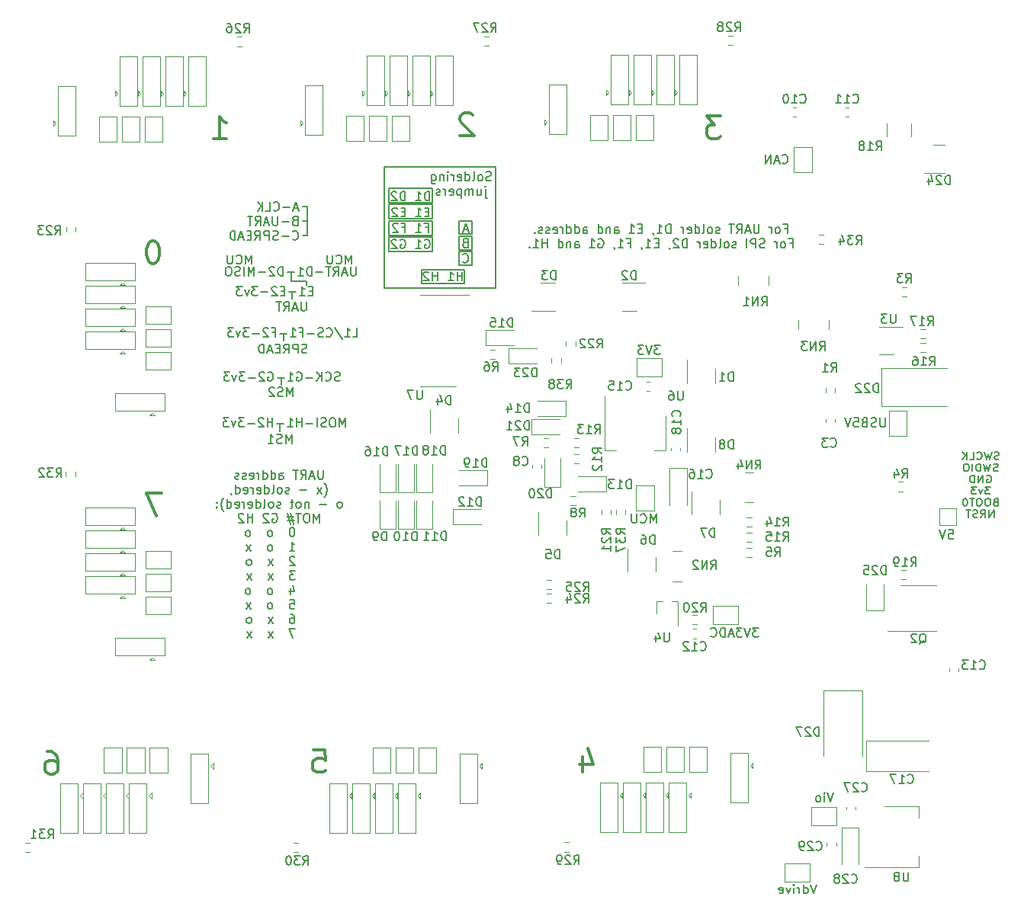
<source format=gbr>
%TF.GenerationSoftware,KiCad,Pcbnew,6.0.10*%
%TF.CreationDate,2023-03-14T21:17:13+03:00*%
%TF.ProjectId,multistepper,6d756c74-6973-4746-9570-7065722e6b69,rev?*%
%TF.SameCoordinates,Original*%
%TF.FileFunction,Legend,Bot*%
%TF.FilePolarity,Positive*%
%FSLAX46Y46*%
G04 Gerber Fmt 4.6, Leading zero omitted, Abs format (unit mm)*
G04 Created by KiCad (PCBNEW 6.0.10) date 2023-03-14 21:17:13*
%MOMM*%
%LPD*%
G01*
G04 APERTURE LIST*
%ADD10C,0.150000*%
%ADD11C,0.350000*%
%ADD12C,0.120000*%
G04 APERTURE END LIST*
D10*
X87000000Y-79800000D02*
X87000000Y-79000000D01*
X86700000Y-84700000D02*
X86700000Y-83900000D01*
X98700000Y-66250000D02*
X103500000Y-66250000D01*
X103500000Y-66250000D02*
X103500000Y-64650000D01*
X103500000Y-64650000D02*
X98700000Y-64650000D01*
X98700000Y-64650000D02*
X98700000Y-66250000D01*
X87800000Y-72200000D02*
X87800000Y-73200000D01*
X106500000Y-69650000D02*
X107900000Y-69650000D01*
X107900000Y-69650000D02*
X107900000Y-68150000D01*
X107900000Y-68150000D02*
X106500000Y-68150000D01*
X106500000Y-68150000D02*
X106500000Y-69650000D01*
X86600000Y-89800000D02*
X86600000Y-89000000D01*
X106500000Y-67950000D02*
X107900000Y-67950000D01*
X107900000Y-67950000D02*
X107900000Y-66450000D01*
X107900000Y-66450000D02*
X106500000Y-66450000D01*
X106500000Y-66450000D02*
X106500000Y-67950000D01*
X98200000Y-73950000D02*
X110500000Y-73950000D01*
X110500000Y-73950000D02*
X110500000Y-60450000D01*
X110500000Y-60450000D02*
X98200000Y-60450000D01*
X98200000Y-60450000D02*
X98200000Y-73950000D01*
X106500000Y-71350000D02*
X107900000Y-71350000D01*
X107900000Y-71350000D02*
X107900000Y-69850000D01*
X107900000Y-69850000D02*
X106500000Y-69850000D01*
X106500000Y-69850000D02*
X106500000Y-71350000D01*
X98700000Y-69850000D02*
X103500000Y-69850000D01*
X103500000Y-69850000D02*
X103500000Y-68250000D01*
X103500000Y-68250000D02*
X98700000Y-68250000D01*
X98700000Y-68250000D02*
X98700000Y-69850000D01*
X89500000Y-73200000D02*
X89500000Y-73600000D01*
X98700000Y-68050000D02*
X103500000Y-68050000D01*
X103500000Y-68050000D02*
X103500000Y-66450000D01*
X103500000Y-66450000D02*
X98700000Y-66450000D01*
X98700000Y-66450000D02*
X98700000Y-68050000D01*
X89600000Y-64900000D02*
X89100000Y-64900000D01*
X102300000Y-73450000D02*
X107100000Y-73450000D01*
X107100000Y-73450000D02*
X107100000Y-71850000D01*
X107100000Y-71850000D02*
X102300000Y-71850000D01*
X102300000Y-71850000D02*
X102300000Y-73450000D01*
X98700000Y-64450000D02*
X103500000Y-64450000D01*
X103500000Y-64450000D02*
X103500000Y-62850000D01*
X103500000Y-62850000D02*
X98700000Y-62850000D01*
X98700000Y-62850000D02*
X98700000Y-64450000D01*
X89100000Y-66500000D02*
X89600000Y-66500000D01*
X87900000Y-74400000D02*
X87900000Y-75100000D01*
X89600000Y-68100000D02*
X89600000Y-64900000D01*
X89100000Y-68100000D02*
X89600000Y-68100000D01*
X87800000Y-73200000D02*
X89500000Y-73200000D01*
X103195238Y-64202380D02*
X103195238Y-63202380D01*
X102957142Y-63202380D01*
X102814285Y-63250000D01*
X102719047Y-63345238D01*
X102671428Y-63440476D01*
X102623809Y-63630952D01*
X102623809Y-63773809D01*
X102671428Y-63964285D01*
X102719047Y-64059523D01*
X102814285Y-64154761D01*
X102957142Y-64202380D01*
X103195238Y-64202380D01*
X101671428Y-64202380D02*
X102242857Y-64202380D01*
X101957142Y-64202380D02*
X101957142Y-63202380D01*
X102052380Y-63345238D01*
X102147619Y-63440476D01*
X102242857Y-63488095D01*
X100480952Y-64202380D02*
X100480952Y-63202380D01*
X100242857Y-63202380D01*
X100100000Y-63250000D01*
X100004761Y-63345238D01*
X99957142Y-63440476D01*
X99909523Y-63630952D01*
X99909523Y-63773809D01*
X99957142Y-63964285D01*
X100004761Y-64059523D01*
X100100000Y-64154761D01*
X100242857Y-64202380D01*
X100480952Y-64202380D01*
X99528571Y-63297619D02*
X99480952Y-63250000D01*
X99385714Y-63202380D01*
X99147619Y-63202380D01*
X99052380Y-63250000D01*
X99004761Y-63297619D01*
X98957142Y-63392857D01*
X98957142Y-63488095D01*
X99004761Y-63630952D01*
X99576190Y-64202380D01*
X98957142Y-64202380D01*
X94557142Y-71252380D02*
X94557142Y-70252380D01*
X94223809Y-70966666D01*
X93890476Y-70252380D01*
X93890476Y-71252380D01*
X92842857Y-71157142D02*
X92890476Y-71204761D01*
X93033333Y-71252380D01*
X93128571Y-71252380D01*
X93271428Y-71204761D01*
X93366666Y-71109523D01*
X93414285Y-71014285D01*
X93461904Y-70823809D01*
X93461904Y-70680952D01*
X93414285Y-70490476D01*
X93366666Y-70395238D01*
X93271428Y-70300000D01*
X93128571Y-70252380D01*
X93033333Y-70252380D01*
X92890476Y-70300000D01*
X92842857Y-70347619D01*
X92414285Y-70252380D02*
X92414285Y-71061904D01*
X92366666Y-71157142D01*
X92319047Y-71204761D01*
X92223809Y-71252380D01*
X92033333Y-71252380D01*
X91938095Y-71204761D01*
X91890476Y-71157142D01*
X91842857Y-71061904D01*
X91842857Y-70252380D01*
X87985714Y-85952380D02*
X87985714Y-84952380D01*
X87652380Y-85666666D01*
X87319047Y-84952380D01*
X87319047Y-85952380D01*
X86890476Y-85904761D02*
X86747619Y-85952380D01*
X86509523Y-85952380D01*
X86414285Y-85904761D01*
X86366666Y-85857142D01*
X86319047Y-85761904D01*
X86319047Y-85666666D01*
X86366666Y-85571428D01*
X86414285Y-85523809D01*
X86509523Y-85476190D01*
X86700000Y-85428571D01*
X86795238Y-85380952D01*
X86842857Y-85333333D01*
X86890476Y-85238095D01*
X86890476Y-85142857D01*
X86842857Y-85047619D01*
X86795238Y-85000000D01*
X86700000Y-84952380D01*
X86461904Y-84952380D01*
X86319047Y-85000000D01*
X85938095Y-85047619D02*
X85890476Y-85000000D01*
X85795238Y-84952380D01*
X85557142Y-84952380D01*
X85461904Y-85000000D01*
X85414285Y-85047619D01*
X85366666Y-85142857D01*
X85366666Y-85238095D01*
X85414285Y-85380952D01*
X85985714Y-85952380D01*
X85366666Y-85952380D01*
D11*
X60737809Y-125427752D02*
X61214000Y-125427752D01*
X61452095Y-125546800D01*
X61571142Y-125665847D01*
X61809238Y-126022990D01*
X61928285Y-126499180D01*
X61928285Y-127451561D01*
X61809238Y-127689657D01*
X61690190Y-127808704D01*
X61452095Y-127927752D01*
X60975904Y-127927752D01*
X60737809Y-127808704D01*
X60618761Y-127689657D01*
X60499714Y-127451561D01*
X60499714Y-126856323D01*
X60618761Y-126618228D01*
X60737809Y-126499180D01*
X60975904Y-126380133D01*
X61452095Y-126380133D01*
X61690190Y-126499180D01*
X61809238Y-126618228D01*
X61928285Y-126856323D01*
D10*
X89495238Y-75452380D02*
X89495238Y-76261904D01*
X89447619Y-76357142D01*
X89400000Y-76404761D01*
X89304761Y-76452380D01*
X89114285Y-76452380D01*
X89019047Y-76404761D01*
X88971428Y-76357142D01*
X88923809Y-76261904D01*
X88923809Y-75452380D01*
X88495238Y-76166666D02*
X88019047Y-76166666D01*
X88590476Y-76452380D02*
X88257142Y-75452380D01*
X87923809Y-76452380D01*
X87019047Y-76452380D02*
X87352380Y-75976190D01*
X87590476Y-76452380D02*
X87590476Y-75452380D01*
X87209523Y-75452380D01*
X87114285Y-75500000D01*
X87066666Y-75547619D01*
X87019047Y-75642857D01*
X87019047Y-75785714D01*
X87066666Y-75880952D01*
X87114285Y-75928571D01*
X87209523Y-75976190D01*
X87590476Y-75976190D01*
X86733333Y-75452380D02*
X86161904Y-75452380D01*
X86447619Y-76452380D02*
X86447619Y-75452380D01*
X88612023Y-65056666D02*
X88135833Y-65056666D01*
X88707261Y-65342380D02*
X88373928Y-64342380D01*
X88040595Y-65342380D01*
X87707261Y-64961428D02*
X86945357Y-64961428D01*
X85897738Y-65247142D02*
X85945357Y-65294761D01*
X86088214Y-65342380D01*
X86183452Y-65342380D01*
X86326309Y-65294761D01*
X86421547Y-65199523D01*
X86469166Y-65104285D01*
X86516785Y-64913809D01*
X86516785Y-64770952D01*
X86469166Y-64580476D01*
X86421547Y-64485238D01*
X86326309Y-64390000D01*
X86183452Y-64342380D01*
X86088214Y-64342380D01*
X85945357Y-64390000D01*
X85897738Y-64437619D01*
X84992976Y-65342380D02*
X85469166Y-65342380D01*
X85469166Y-64342380D01*
X84659642Y-65342380D02*
X84659642Y-64342380D01*
X84088214Y-65342380D02*
X84516785Y-64770952D01*
X84088214Y-64342380D02*
X84659642Y-64913809D01*
X88231071Y-66428571D02*
X88088214Y-66476190D01*
X88040595Y-66523809D01*
X87992976Y-66619047D01*
X87992976Y-66761904D01*
X88040595Y-66857142D01*
X88088214Y-66904761D01*
X88183452Y-66952380D01*
X88564404Y-66952380D01*
X88564404Y-65952380D01*
X88231071Y-65952380D01*
X88135833Y-66000000D01*
X88088214Y-66047619D01*
X88040595Y-66142857D01*
X88040595Y-66238095D01*
X88088214Y-66333333D01*
X88135833Y-66380952D01*
X88231071Y-66428571D01*
X88564404Y-66428571D01*
X87564404Y-66571428D02*
X86802500Y-66571428D01*
X86326309Y-65952380D02*
X86326309Y-66761904D01*
X86278690Y-66857142D01*
X86231071Y-66904761D01*
X86135833Y-66952380D01*
X85945357Y-66952380D01*
X85850119Y-66904761D01*
X85802500Y-66857142D01*
X85754880Y-66761904D01*
X85754880Y-65952380D01*
X85326309Y-66666666D02*
X84850119Y-66666666D01*
X85421547Y-66952380D02*
X85088214Y-65952380D01*
X84754880Y-66952380D01*
X83850119Y-66952380D02*
X84183452Y-66476190D01*
X84421547Y-66952380D02*
X84421547Y-65952380D01*
X84040595Y-65952380D01*
X83945357Y-66000000D01*
X83897738Y-66047619D01*
X83850119Y-66142857D01*
X83850119Y-66285714D01*
X83897738Y-66380952D01*
X83945357Y-66428571D01*
X84040595Y-66476190D01*
X84421547Y-66476190D01*
X83564404Y-65952380D02*
X82992976Y-65952380D01*
X83278690Y-66952380D02*
X83278690Y-65952380D01*
X87992976Y-68467142D02*
X88040595Y-68514761D01*
X88183452Y-68562380D01*
X88278690Y-68562380D01*
X88421547Y-68514761D01*
X88516785Y-68419523D01*
X88564404Y-68324285D01*
X88612023Y-68133809D01*
X88612023Y-67990952D01*
X88564404Y-67800476D01*
X88516785Y-67705238D01*
X88421547Y-67610000D01*
X88278690Y-67562380D01*
X88183452Y-67562380D01*
X88040595Y-67610000D01*
X87992976Y-67657619D01*
X87564404Y-68181428D02*
X86802500Y-68181428D01*
X86373928Y-68514761D02*
X86231071Y-68562380D01*
X85992976Y-68562380D01*
X85897738Y-68514761D01*
X85850119Y-68467142D01*
X85802500Y-68371904D01*
X85802500Y-68276666D01*
X85850119Y-68181428D01*
X85897738Y-68133809D01*
X85992976Y-68086190D01*
X86183452Y-68038571D01*
X86278690Y-67990952D01*
X86326309Y-67943333D01*
X86373928Y-67848095D01*
X86373928Y-67752857D01*
X86326309Y-67657619D01*
X86278690Y-67610000D01*
X86183452Y-67562380D01*
X85945357Y-67562380D01*
X85802500Y-67610000D01*
X85373928Y-68562380D02*
X85373928Y-67562380D01*
X84992976Y-67562380D01*
X84897738Y-67610000D01*
X84850119Y-67657619D01*
X84802500Y-67752857D01*
X84802500Y-67895714D01*
X84850119Y-67990952D01*
X84897738Y-68038571D01*
X84992976Y-68086190D01*
X85373928Y-68086190D01*
X83802500Y-68562380D02*
X84135833Y-68086190D01*
X84373928Y-68562380D02*
X84373928Y-67562380D01*
X83992976Y-67562380D01*
X83897738Y-67610000D01*
X83850119Y-67657619D01*
X83802500Y-67752857D01*
X83802500Y-67895714D01*
X83850119Y-67990952D01*
X83897738Y-68038571D01*
X83992976Y-68086190D01*
X84373928Y-68086190D01*
X83373928Y-68038571D02*
X83040595Y-68038571D01*
X82897738Y-68562380D02*
X83373928Y-68562380D01*
X83373928Y-67562380D01*
X82897738Y-67562380D01*
X82516785Y-68276666D02*
X82040595Y-68276666D01*
X82612023Y-68562380D02*
X82278690Y-67562380D01*
X81945357Y-68562380D01*
X81612023Y-68562380D02*
X81612023Y-67562380D01*
X81373928Y-67562380D01*
X81231071Y-67610000D01*
X81135833Y-67705238D01*
X81088214Y-67800476D01*
X81040595Y-67990952D01*
X81040595Y-68133809D01*
X81088214Y-68324285D01*
X81135833Y-68419523D01*
X81231071Y-68514761D01*
X81373928Y-68562380D01*
X81612023Y-68562380D01*
D11*
X135504133Y-54815752D02*
X133956514Y-54815752D01*
X134789847Y-55768133D01*
X134432704Y-55768133D01*
X134194609Y-55887180D01*
X134075561Y-56006228D01*
X133956514Y-56244323D01*
X133956514Y-56839561D01*
X134075561Y-57077657D01*
X134194609Y-57196704D01*
X134432704Y-57315752D01*
X135146990Y-57315752D01*
X135385085Y-57196704D01*
X135504133Y-57077657D01*
X108003885Y-54698247D02*
X107884838Y-54579200D01*
X107646742Y-54460152D01*
X107051504Y-54460152D01*
X106813409Y-54579200D01*
X106694361Y-54698247D01*
X106575314Y-54936342D01*
X106575314Y-55174438D01*
X106694361Y-55531580D01*
X108122933Y-56960152D01*
X106575314Y-56960152D01*
D10*
X103100000Y-65478571D02*
X102766666Y-65478571D01*
X102623809Y-66002380D02*
X103100000Y-66002380D01*
X103100000Y-65002380D01*
X102623809Y-65002380D01*
X101671428Y-66002380D02*
X102242857Y-66002380D01*
X101957142Y-66002380D02*
X101957142Y-65002380D01*
X102052380Y-65145238D01*
X102147619Y-65240476D01*
X102242857Y-65288095D01*
X100480952Y-65478571D02*
X100147619Y-65478571D01*
X100004761Y-66002380D02*
X100480952Y-66002380D01*
X100480952Y-65002380D01*
X100004761Y-65002380D01*
X99623809Y-65097619D02*
X99576190Y-65050000D01*
X99480952Y-65002380D01*
X99242857Y-65002380D01*
X99147619Y-65050000D01*
X99100000Y-65097619D01*
X99052380Y-65192857D01*
X99052380Y-65288095D01*
X99100000Y-65430952D01*
X99671428Y-66002380D01*
X99052380Y-66002380D01*
X142590476Y-67323571D02*
X142923809Y-67323571D01*
X142923809Y-67847380D02*
X142923809Y-66847380D01*
X142447619Y-66847380D01*
X141923809Y-67847380D02*
X142019047Y-67799761D01*
X142066666Y-67752142D01*
X142114285Y-67656904D01*
X142114285Y-67371190D01*
X142066666Y-67275952D01*
X142019047Y-67228333D01*
X141923809Y-67180714D01*
X141780952Y-67180714D01*
X141685714Y-67228333D01*
X141638095Y-67275952D01*
X141590476Y-67371190D01*
X141590476Y-67656904D01*
X141638095Y-67752142D01*
X141685714Y-67799761D01*
X141780952Y-67847380D01*
X141923809Y-67847380D01*
X141161904Y-67847380D02*
X141161904Y-67180714D01*
X141161904Y-67371190D02*
X141114285Y-67275952D01*
X141066666Y-67228333D01*
X140971428Y-67180714D01*
X140876190Y-67180714D01*
X139780952Y-66847380D02*
X139780952Y-67656904D01*
X139733333Y-67752142D01*
X139685714Y-67799761D01*
X139590476Y-67847380D01*
X139400000Y-67847380D01*
X139304761Y-67799761D01*
X139257142Y-67752142D01*
X139209523Y-67656904D01*
X139209523Y-66847380D01*
X138780952Y-67561666D02*
X138304761Y-67561666D01*
X138876190Y-67847380D02*
X138542857Y-66847380D01*
X138209523Y-67847380D01*
X137304761Y-67847380D02*
X137638095Y-67371190D01*
X137876190Y-67847380D02*
X137876190Y-66847380D01*
X137495238Y-66847380D01*
X137400000Y-66895000D01*
X137352380Y-66942619D01*
X137304761Y-67037857D01*
X137304761Y-67180714D01*
X137352380Y-67275952D01*
X137400000Y-67323571D01*
X137495238Y-67371190D01*
X137876190Y-67371190D01*
X137019047Y-66847380D02*
X136447619Y-66847380D01*
X136733333Y-67847380D02*
X136733333Y-66847380D01*
X135400000Y-67799761D02*
X135304761Y-67847380D01*
X135114285Y-67847380D01*
X135019047Y-67799761D01*
X134971428Y-67704523D01*
X134971428Y-67656904D01*
X135019047Y-67561666D01*
X135114285Y-67514047D01*
X135257142Y-67514047D01*
X135352380Y-67466428D01*
X135400000Y-67371190D01*
X135400000Y-67323571D01*
X135352380Y-67228333D01*
X135257142Y-67180714D01*
X135114285Y-67180714D01*
X135019047Y-67228333D01*
X134400000Y-67847380D02*
X134495238Y-67799761D01*
X134542857Y-67752142D01*
X134590476Y-67656904D01*
X134590476Y-67371190D01*
X134542857Y-67275952D01*
X134495238Y-67228333D01*
X134400000Y-67180714D01*
X134257142Y-67180714D01*
X134161904Y-67228333D01*
X134114285Y-67275952D01*
X134066666Y-67371190D01*
X134066666Y-67656904D01*
X134114285Y-67752142D01*
X134161904Y-67799761D01*
X134257142Y-67847380D01*
X134400000Y-67847380D01*
X133495238Y-67847380D02*
X133590476Y-67799761D01*
X133638095Y-67704523D01*
X133638095Y-66847380D01*
X132685714Y-67847380D02*
X132685714Y-66847380D01*
X132685714Y-67799761D02*
X132780952Y-67847380D01*
X132971428Y-67847380D01*
X133066666Y-67799761D01*
X133114285Y-67752142D01*
X133161904Y-67656904D01*
X133161904Y-67371190D01*
X133114285Y-67275952D01*
X133066666Y-67228333D01*
X132971428Y-67180714D01*
X132780952Y-67180714D01*
X132685714Y-67228333D01*
X131828571Y-67799761D02*
X131923809Y-67847380D01*
X132114285Y-67847380D01*
X132209523Y-67799761D01*
X132257142Y-67704523D01*
X132257142Y-67323571D01*
X132209523Y-67228333D01*
X132114285Y-67180714D01*
X131923809Y-67180714D01*
X131828571Y-67228333D01*
X131780952Y-67323571D01*
X131780952Y-67418809D01*
X132257142Y-67514047D01*
X131352380Y-67847380D02*
X131352380Y-67180714D01*
X131352380Y-67371190D02*
X131304761Y-67275952D01*
X131257142Y-67228333D01*
X131161904Y-67180714D01*
X131066666Y-67180714D01*
X129971428Y-67847380D02*
X129971428Y-66847380D01*
X129733333Y-66847380D01*
X129590476Y-66895000D01*
X129495238Y-66990238D01*
X129447619Y-67085476D01*
X129400000Y-67275952D01*
X129400000Y-67418809D01*
X129447619Y-67609285D01*
X129495238Y-67704523D01*
X129590476Y-67799761D01*
X129733333Y-67847380D01*
X129971428Y-67847380D01*
X128447619Y-67847380D02*
X129019047Y-67847380D01*
X128733333Y-67847380D02*
X128733333Y-66847380D01*
X128828571Y-66990238D01*
X128923809Y-67085476D01*
X129019047Y-67133095D01*
X127971428Y-67799761D02*
X127971428Y-67847380D01*
X128019047Y-67942619D01*
X128066666Y-67990238D01*
X126780952Y-67323571D02*
X126447619Y-67323571D01*
X126304761Y-67847380D02*
X126780952Y-67847380D01*
X126780952Y-66847380D01*
X126304761Y-66847380D01*
X125352380Y-67847380D02*
X125923809Y-67847380D01*
X125638095Y-67847380D02*
X125638095Y-66847380D01*
X125733333Y-66990238D01*
X125828571Y-67085476D01*
X125923809Y-67133095D01*
X123733333Y-67847380D02*
X123733333Y-67323571D01*
X123780952Y-67228333D01*
X123876190Y-67180714D01*
X124066666Y-67180714D01*
X124161904Y-67228333D01*
X123733333Y-67799761D02*
X123828571Y-67847380D01*
X124066666Y-67847380D01*
X124161904Y-67799761D01*
X124209523Y-67704523D01*
X124209523Y-67609285D01*
X124161904Y-67514047D01*
X124066666Y-67466428D01*
X123828571Y-67466428D01*
X123733333Y-67418809D01*
X123257142Y-67180714D02*
X123257142Y-67847380D01*
X123257142Y-67275952D02*
X123209523Y-67228333D01*
X123114285Y-67180714D01*
X122971428Y-67180714D01*
X122876190Y-67228333D01*
X122828571Y-67323571D01*
X122828571Y-67847380D01*
X121923809Y-67847380D02*
X121923809Y-66847380D01*
X121923809Y-67799761D02*
X122019047Y-67847380D01*
X122209523Y-67847380D01*
X122304761Y-67799761D01*
X122352380Y-67752142D01*
X122400000Y-67656904D01*
X122400000Y-67371190D01*
X122352380Y-67275952D01*
X122304761Y-67228333D01*
X122209523Y-67180714D01*
X122019047Y-67180714D01*
X121923809Y-67228333D01*
X120257142Y-67847380D02*
X120257142Y-67323571D01*
X120304761Y-67228333D01*
X120400000Y-67180714D01*
X120590476Y-67180714D01*
X120685714Y-67228333D01*
X120257142Y-67799761D02*
X120352380Y-67847380D01*
X120590476Y-67847380D01*
X120685714Y-67799761D01*
X120733333Y-67704523D01*
X120733333Y-67609285D01*
X120685714Y-67514047D01*
X120590476Y-67466428D01*
X120352380Y-67466428D01*
X120257142Y-67418809D01*
X119352380Y-67847380D02*
X119352380Y-66847380D01*
X119352380Y-67799761D02*
X119447619Y-67847380D01*
X119638095Y-67847380D01*
X119733333Y-67799761D01*
X119780952Y-67752142D01*
X119828571Y-67656904D01*
X119828571Y-67371190D01*
X119780952Y-67275952D01*
X119733333Y-67228333D01*
X119638095Y-67180714D01*
X119447619Y-67180714D01*
X119352380Y-67228333D01*
X118447619Y-67847380D02*
X118447619Y-66847380D01*
X118447619Y-67799761D02*
X118542857Y-67847380D01*
X118733333Y-67847380D01*
X118828571Y-67799761D01*
X118876190Y-67752142D01*
X118923809Y-67656904D01*
X118923809Y-67371190D01*
X118876190Y-67275952D01*
X118828571Y-67228333D01*
X118733333Y-67180714D01*
X118542857Y-67180714D01*
X118447619Y-67228333D01*
X117971428Y-67847380D02*
X117971428Y-67180714D01*
X117971428Y-67371190D02*
X117923809Y-67275952D01*
X117876190Y-67228333D01*
X117780952Y-67180714D01*
X117685714Y-67180714D01*
X116971428Y-67799761D02*
X117066666Y-67847380D01*
X117257142Y-67847380D01*
X117352380Y-67799761D01*
X117400000Y-67704523D01*
X117400000Y-67323571D01*
X117352380Y-67228333D01*
X117257142Y-67180714D01*
X117066666Y-67180714D01*
X116971428Y-67228333D01*
X116923809Y-67323571D01*
X116923809Y-67418809D01*
X117400000Y-67514047D01*
X116542857Y-67799761D02*
X116447619Y-67847380D01*
X116257142Y-67847380D01*
X116161904Y-67799761D01*
X116114285Y-67704523D01*
X116114285Y-67656904D01*
X116161904Y-67561666D01*
X116257142Y-67514047D01*
X116400000Y-67514047D01*
X116495238Y-67466428D01*
X116542857Y-67371190D01*
X116542857Y-67323571D01*
X116495238Y-67228333D01*
X116400000Y-67180714D01*
X116257142Y-67180714D01*
X116161904Y-67228333D01*
X115733333Y-67799761D02*
X115638095Y-67847380D01*
X115447619Y-67847380D01*
X115352380Y-67799761D01*
X115304761Y-67704523D01*
X115304761Y-67656904D01*
X115352380Y-67561666D01*
X115447619Y-67514047D01*
X115590476Y-67514047D01*
X115685714Y-67466428D01*
X115733333Y-67371190D01*
X115733333Y-67323571D01*
X115685714Y-67228333D01*
X115590476Y-67180714D01*
X115447619Y-67180714D01*
X115352380Y-67228333D01*
X114876190Y-67752142D02*
X114828571Y-67799761D01*
X114876190Y-67847380D01*
X114923809Y-67799761D01*
X114876190Y-67752142D01*
X114876190Y-67847380D01*
X143185714Y-68933571D02*
X143519047Y-68933571D01*
X143519047Y-69457380D02*
X143519047Y-68457380D01*
X143042857Y-68457380D01*
X142519047Y-69457380D02*
X142614285Y-69409761D01*
X142661904Y-69362142D01*
X142709523Y-69266904D01*
X142709523Y-68981190D01*
X142661904Y-68885952D01*
X142614285Y-68838333D01*
X142519047Y-68790714D01*
X142376190Y-68790714D01*
X142280952Y-68838333D01*
X142233333Y-68885952D01*
X142185714Y-68981190D01*
X142185714Y-69266904D01*
X142233333Y-69362142D01*
X142280952Y-69409761D01*
X142376190Y-69457380D01*
X142519047Y-69457380D01*
X141757142Y-69457380D02*
X141757142Y-68790714D01*
X141757142Y-68981190D02*
X141709523Y-68885952D01*
X141661904Y-68838333D01*
X141566666Y-68790714D01*
X141471428Y-68790714D01*
X140423809Y-69409761D02*
X140280952Y-69457380D01*
X140042857Y-69457380D01*
X139947619Y-69409761D01*
X139900000Y-69362142D01*
X139852380Y-69266904D01*
X139852380Y-69171666D01*
X139900000Y-69076428D01*
X139947619Y-69028809D01*
X140042857Y-68981190D01*
X140233333Y-68933571D01*
X140328571Y-68885952D01*
X140376190Y-68838333D01*
X140423809Y-68743095D01*
X140423809Y-68647857D01*
X140376190Y-68552619D01*
X140328571Y-68505000D01*
X140233333Y-68457380D01*
X139995238Y-68457380D01*
X139852380Y-68505000D01*
X139423809Y-69457380D02*
X139423809Y-68457380D01*
X139042857Y-68457380D01*
X138947619Y-68505000D01*
X138900000Y-68552619D01*
X138852380Y-68647857D01*
X138852380Y-68790714D01*
X138900000Y-68885952D01*
X138947619Y-68933571D01*
X139042857Y-68981190D01*
X139423809Y-68981190D01*
X138423809Y-69457380D02*
X138423809Y-68457380D01*
X137233333Y-69409761D02*
X137138095Y-69457380D01*
X136947619Y-69457380D01*
X136852380Y-69409761D01*
X136804761Y-69314523D01*
X136804761Y-69266904D01*
X136852380Y-69171666D01*
X136947619Y-69124047D01*
X137090476Y-69124047D01*
X137185714Y-69076428D01*
X137233333Y-68981190D01*
X137233333Y-68933571D01*
X137185714Y-68838333D01*
X137090476Y-68790714D01*
X136947619Y-68790714D01*
X136852380Y-68838333D01*
X136233333Y-69457380D02*
X136328571Y-69409761D01*
X136376190Y-69362142D01*
X136423809Y-69266904D01*
X136423809Y-68981190D01*
X136376190Y-68885952D01*
X136328571Y-68838333D01*
X136233333Y-68790714D01*
X136090476Y-68790714D01*
X135995238Y-68838333D01*
X135947619Y-68885952D01*
X135900000Y-68981190D01*
X135900000Y-69266904D01*
X135947619Y-69362142D01*
X135995238Y-69409761D01*
X136090476Y-69457380D01*
X136233333Y-69457380D01*
X135328571Y-69457380D02*
X135423809Y-69409761D01*
X135471428Y-69314523D01*
X135471428Y-68457380D01*
X134519047Y-69457380D02*
X134519047Y-68457380D01*
X134519047Y-69409761D02*
X134614285Y-69457380D01*
X134804761Y-69457380D01*
X134900000Y-69409761D01*
X134947619Y-69362142D01*
X134995238Y-69266904D01*
X134995238Y-68981190D01*
X134947619Y-68885952D01*
X134900000Y-68838333D01*
X134804761Y-68790714D01*
X134614285Y-68790714D01*
X134519047Y-68838333D01*
X133661904Y-69409761D02*
X133757142Y-69457380D01*
X133947619Y-69457380D01*
X134042857Y-69409761D01*
X134090476Y-69314523D01*
X134090476Y-68933571D01*
X134042857Y-68838333D01*
X133947619Y-68790714D01*
X133757142Y-68790714D01*
X133661904Y-68838333D01*
X133614285Y-68933571D01*
X133614285Y-69028809D01*
X134090476Y-69124047D01*
X133185714Y-69457380D02*
X133185714Y-68790714D01*
X133185714Y-68981190D02*
X133138095Y-68885952D01*
X133090476Y-68838333D01*
X132995238Y-68790714D01*
X132900000Y-68790714D01*
X131804761Y-69457380D02*
X131804761Y-68457380D01*
X131566666Y-68457380D01*
X131423809Y-68505000D01*
X131328571Y-68600238D01*
X131280952Y-68695476D01*
X131233333Y-68885952D01*
X131233333Y-69028809D01*
X131280952Y-69219285D01*
X131328571Y-69314523D01*
X131423809Y-69409761D01*
X131566666Y-69457380D01*
X131804761Y-69457380D01*
X130852380Y-68552619D02*
X130804761Y-68505000D01*
X130709523Y-68457380D01*
X130471428Y-68457380D01*
X130376190Y-68505000D01*
X130328571Y-68552619D01*
X130280952Y-68647857D01*
X130280952Y-68743095D01*
X130328571Y-68885952D01*
X130900000Y-69457380D01*
X130280952Y-69457380D01*
X129804761Y-69409761D02*
X129804761Y-69457380D01*
X129852380Y-69552619D01*
X129900000Y-69600238D01*
X128614285Y-68933571D02*
X128280952Y-68933571D01*
X128138095Y-69457380D02*
X128614285Y-69457380D01*
X128614285Y-68457380D01*
X128138095Y-68457380D01*
X127185714Y-69457380D02*
X127757142Y-69457380D01*
X127471428Y-69457380D02*
X127471428Y-68457380D01*
X127566666Y-68600238D01*
X127661904Y-68695476D01*
X127757142Y-68743095D01*
X126709523Y-69409761D02*
X126709523Y-69457380D01*
X126757142Y-69552619D01*
X126804761Y-69600238D01*
X125185714Y-68933571D02*
X125519047Y-68933571D01*
X125519047Y-69457380D02*
X125519047Y-68457380D01*
X125042857Y-68457380D01*
X124138095Y-69457380D02*
X124709523Y-69457380D01*
X124423809Y-69457380D02*
X124423809Y-68457380D01*
X124519047Y-68600238D01*
X124614285Y-68695476D01*
X124709523Y-68743095D01*
X123661904Y-69409761D02*
X123661904Y-69457380D01*
X123709523Y-69552619D01*
X123757142Y-69600238D01*
X121947619Y-68505000D02*
X122042857Y-68457380D01*
X122185714Y-68457380D01*
X122328571Y-68505000D01*
X122423809Y-68600238D01*
X122471428Y-68695476D01*
X122519047Y-68885952D01*
X122519047Y-69028809D01*
X122471428Y-69219285D01*
X122423809Y-69314523D01*
X122328571Y-69409761D01*
X122185714Y-69457380D01*
X122090476Y-69457380D01*
X121947619Y-69409761D01*
X121900000Y-69362142D01*
X121900000Y-69028809D01*
X122090476Y-69028809D01*
X120947619Y-69457380D02*
X121519047Y-69457380D01*
X121233333Y-69457380D02*
X121233333Y-68457380D01*
X121328571Y-68600238D01*
X121423809Y-68695476D01*
X121519047Y-68743095D01*
X119328571Y-69457380D02*
X119328571Y-68933571D01*
X119376190Y-68838333D01*
X119471428Y-68790714D01*
X119661904Y-68790714D01*
X119757142Y-68838333D01*
X119328571Y-69409761D02*
X119423809Y-69457380D01*
X119661904Y-69457380D01*
X119757142Y-69409761D01*
X119804761Y-69314523D01*
X119804761Y-69219285D01*
X119757142Y-69124047D01*
X119661904Y-69076428D01*
X119423809Y-69076428D01*
X119328571Y-69028809D01*
X118852380Y-68790714D02*
X118852380Y-69457380D01*
X118852380Y-68885952D02*
X118804761Y-68838333D01*
X118709523Y-68790714D01*
X118566666Y-68790714D01*
X118471428Y-68838333D01*
X118423809Y-68933571D01*
X118423809Y-69457380D01*
X117519047Y-69457380D02*
X117519047Y-68457380D01*
X117519047Y-69409761D02*
X117614285Y-69457380D01*
X117804761Y-69457380D01*
X117900000Y-69409761D01*
X117947619Y-69362142D01*
X117995238Y-69266904D01*
X117995238Y-68981190D01*
X117947619Y-68885952D01*
X117900000Y-68838333D01*
X117804761Y-68790714D01*
X117614285Y-68790714D01*
X117519047Y-68838333D01*
X116280952Y-69457380D02*
X116280952Y-68457380D01*
X116280952Y-68933571D02*
X115709523Y-68933571D01*
X115709523Y-69457380D02*
X115709523Y-68457380D01*
X114709523Y-69457380D02*
X115280952Y-69457380D01*
X114995238Y-69457380D02*
X114995238Y-68457380D01*
X115090476Y-68600238D01*
X115185714Y-68695476D01*
X115280952Y-68743095D01*
X114280952Y-69362142D02*
X114233333Y-69409761D01*
X114280952Y-69457380D01*
X114328571Y-69409761D01*
X114280952Y-69362142D01*
X114280952Y-69457380D01*
D11*
X72610647Y-68684152D02*
X72372552Y-68684152D01*
X72134457Y-68803200D01*
X72015409Y-68922247D01*
X71896361Y-69160342D01*
X71777314Y-69636533D01*
X71777314Y-70231771D01*
X71896361Y-70707961D01*
X72015409Y-70946057D01*
X72134457Y-71065104D01*
X72372552Y-71184152D01*
X72610647Y-71184152D01*
X72848742Y-71065104D01*
X72967790Y-70946057D01*
X73086838Y-70707961D01*
X73205885Y-70231771D01*
X73205885Y-69636533D01*
X73086838Y-69160342D01*
X72967790Y-68922247D01*
X72848742Y-68803200D01*
X72610647Y-68684152D01*
D10*
X106890476Y-71007142D02*
X106938095Y-71054761D01*
X107080952Y-71102380D01*
X107176190Y-71102380D01*
X107319047Y-71054761D01*
X107414285Y-70959523D01*
X107461904Y-70864285D01*
X107509523Y-70673809D01*
X107509523Y-70530952D01*
X107461904Y-70340476D01*
X107414285Y-70245238D01*
X107319047Y-70150000D01*
X107176190Y-70102380D01*
X107080952Y-70102380D01*
X106938095Y-70150000D01*
X106890476Y-70197619D01*
X87885714Y-91152380D02*
X87885714Y-90152380D01*
X87552380Y-90866666D01*
X87219047Y-90152380D01*
X87219047Y-91152380D01*
X86790476Y-91104761D02*
X86647619Y-91152380D01*
X86409523Y-91152380D01*
X86314285Y-91104761D01*
X86266666Y-91057142D01*
X86219047Y-90961904D01*
X86219047Y-90866666D01*
X86266666Y-90771428D01*
X86314285Y-90723809D01*
X86409523Y-90676190D01*
X86600000Y-90628571D01*
X86695238Y-90580952D01*
X86742857Y-90533333D01*
X86790476Y-90438095D01*
X86790476Y-90342857D01*
X86742857Y-90247619D01*
X86695238Y-90200000D01*
X86600000Y-90152380D01*
X86361904Y-90152380D01*
X86219047Y-90200000D01*
X85266666Y-91152380D02*
X85838095Y-91152380D01*
X85552380Y-91152380D02*
X85552380Y-90152380D01*
X85647619Y-90295238D01*
X85742857Y-90390476D01*
X85838095Y-90438095D01*
X107128571Y-68878571D02*
X106985714Y-68926190D01*
X106938095Y-68973809D01*
X106890476Y-69069047D01*
X106890476Y-69211904D01*
X106938095Y-69307142D01*
X106985714Y-69354761D01*
X107080952Y-69402380D01*
X107461904Y-69402380D01*
X107461904Y-68402380D01*
X107128571Y-68402380D01*
X107033333Y-68450000D01*
X106985714Y-68497619D01*
X106938095Y-68592857D01*
X106938095Y-68688095D01*
X106985714Y-68783333D01*
X107033333Y-68830952D01*
X107128571Y-68878571D01*
X107461904Y-68878571D01*
X93861904Y-89352380D02*
X93861904Y-88352380D01*
X93528571Y-89066666D01*
X93195238Y-88352380D01*
X93195238Y-89352380D01*
X92528571Y-88352380D02*
X92338095Y-88352380D01*
X92242857Y-88400000D01*
X92147619Y-88495238D01*
X92100000Y-88685714D01*
X92100000Y-89019047D01*
X92147619Y-89209523D01*
X92242857Y-89304761D01*
X92338095Y-89352380D01*
X92528571Y-89352380D01*
X92623809Y-89304761D01*
X92719047Y-89209523D01*
X92766666Y-89019047D01*
X92766666Y-88685714D01*
X92719047Y-88495238D01*
X92623809Y-88400000D01*
X92528571Y-88352380D01*
X91719047Y-89304761D02*
X91576190Y-89352380D01*
X91338095Y-89352380D01*
X91242857Y-89304761D01*
X91195238Y-89257142D01*
X91147619Y-89161904D01*
X91147619Y-89066666D01*
X91195238Y-88971428D01*
X91242857Y-88923809D01*
X91338095Y-88876190D01*
X91528571Y-88828571D01*
X91623809Y-88780952D01*
X91671428Y-88733333D01*
X91719047Y-88638095D01*
X91719047Y-88542857D01*
X91671428Y-88447619D01*
X91623809Y-88400000D01*
X91528571Y-88352380D01*
X91290476Y-88352380D01*
X91147619Y-88400000D01*
X90719047Y-89352380D02*
X90719047Y-88352380D01*
X90242857Y-88971428D02*
X89480952Y-88971428D01*
X89004761Y-89352380D02*
X89004761Y-88352380D01*
X89004761Y-88828571D02*
X88433333Y-88828571D01*
X88433333Y-89352380D02*
X88433333Y-88352380D01*
X87433333Y-89352380D02*
X88004761Y-89352380D01*
X87719047Y-89352380D02*
X87719047Y-88352380D01*
X87814285Y-88495238D01*
X87909523Y-88590476D01*
X88004761Y-88638095D01*
X87004761Y-88971428D02*
X86242857Y-88971428D01*
X85766666Y-89352380D02*
X85766666Y-88352380D01*
X85766666Y-88828571D02*
X85195238Y-88828571D01*
X85195238Y-89352380D02*
X85195238Y-88352380D01*
X84766666Y-88447619D02*
X84719047Y-88400000D01*
X84623809Y-88352380D01*
X84385714Y-88352380D01*
X84290476Y-88400000D01*
X84242857Y-88447619D01*
X84195238Y-88542857D01*
X84195238Y-88638095D01*
X84242857Y-88780952D01*
X84814285Y-89352380D01*
X84195238Y-89352380D01*
X83766666Y-88971428D02*
X83004761Y-88971428D01*
X82623809Y-88352380D02*
X82004761Y-88352380D01*
X82338095Y-88733333D01*
X82195238Y-88733333D01*
X82100000Y-88780952D01*
X82052380Y-88828571D01*
X82004761Y-88923809D01*
X82004761Y-89161904D01*
X82052380Y-89257142D01*
X82100000Y-89304761D01*
X82195238Y-89352380D01*
X82480952Y-89352380D01*
X82576190Y-89304761D01*
X82623809Y-89257142D01*
X81671428Y-88685714D02*
X81433333Y-89352380D01*
X81195238Y-88685714D01*
X80909523Y-88352380D02*
X80290476Y-88352380D01*
X80623809Y-88733333D01*
X80480952Y-88733333D01*
X80385714Y-88780952D01*
X80338095Y-88828571D01*
X80290476Y-88923809D01*
X80290476Y-89161904D01*
X80338095Y-89257142D01*
X80385714Y-89304761D01*
X80480952Y-89352380D01*
X80766666Y-89352380D01*
X80861904Y-89304761D01*
X80909523Y-89257142D01*
X106842857Y-73102380D02*
X106842857Y-72102380D01*
X106842857Y-72578571D02*
X106271428Y-72578571D01*
X106271428Y-73102380D02*
X106271428Y-72102380D01*
X105271428Y-73102380D02*
X105842857Y-73102380D01*
X105557142Y-73102380D02*
X105557142Y-72102380D01*
X105652380Y-72245238D01*
X105747619Y-72340476D01*
X105842857Y-72388095D01*
X104080952Y-73102380D02*
X104080952Y-72102380D01*
X104080952Y-72578571D02*
X103509523Y-72578571D01*
X103509523Y-73102380D02*
X103509523Y-72102380D01*
X103080952Y-72197619D02*
X103033333Y-72150000D01*
X102938095Y-72102380D01*
X102700000Y-72102380D01*
X102604761Y-72150000D01*
X102557142Y-72197619D01*
X102509523Y-72292857D01*
X102509523Y-72388095D01*
X102557142Y-72530952D01*
X103128571Y-73102380D01*
X102509523Y-73102380D01*
X102671428Y-68550000D02*
X102766666Y-68502380D01*
X102909523Y-68502380D01*
X103052380Y-68550000D01*
X103147619Y-68645238D01*
X103195238Y-68740476D01*
X103242857Y-68930952D01*
X103242857Y-69073809D01*
X103195238Y-69264285D01*
X103147619Y-69359523D01*
X103052380Y-69454761D01*
X102909523Y-69502380D01*
X102814285Y-69502380D01*
X102671428Y-69454761D01*
X102623809Y-69407142D01*
X102623809Y-69073809D01*
X102814285Y-69073809D01*
X101671428Y-69502380D02*
X102242857Y-69502380D01*
X101957142Y-69502380D02*
X101957142Y-68502380D01*
X102052380Y-68645238D01*
X102147619Y-68740476D01*
X102242857Y-68788095D01*
X99957142Y-68550000D02*
X100052380Y-68502380D01*
X100195238Y-68502380D01*
X100338095Y-68550000D01*
X100433333Y-68645238D01*
X100480952Y-68740476D01*
X100528571Y-68930952D01*
X100528571Y-69073809D01*
X100480952Y-69264285D01*
X100433333Y-69359523D01*
X100338095Y-69454761D01*
X100195238Y-69502380D01*
X100100000Y-69502380D01*
X99957142Y-69454761D01*
X99909523Y-69407142D01*
X99909523Y-69073809D01*
X100100000Y-69073809D01*
X99528571Y-68597619D02*
X99480952Y-68550000D01*
X99385714Y-68502380D01*
X99147619Y-68502380D01*
X99052380Y-68550000D01*
X99004761Y-68597619D01*
X98957142Y-68692857D01*
X98957142Y-68788095D01*
X99004761Y-68930952D01*
X99576190Y-69502380D01*
X98957142Y-69502380D01*
X102719047Y-67178571D02*
X103052380Y-67178571D01*
X103052380Y-67702380D02*
X103052380Y-66702380D01*
X102576190Y-66702380D01*
X101671428Y-67702380D02*
X102242857Y-67702380D01*
X101957142Y-67702380D02*
X101957142Y-66702380D01*
X102052380Y-66845238D01*
X102147619Y-66940476D01*
X102242857Y-66988095D01*
X100147619Y-67178571D02*
X100480952Y-67178571D01*
X100480952Y-67702380D02*
X100480952Y-66702380D01*
X100004761Y-66702380D01*
X99671428Y-66797619D02*
X99623809Y-66750000D01*
X99528571Y-66702380D01*
X99290476Y-66702380D01*
X99195238Y-66750000D01*
X99147619Y-66797619D01*
X99100000Y-66892857D01*
X99100000Y-66988095D01*
X99147619Y-67130952D01*
X99719047Y-67702380D01*
X99100000Y-67702380D01*
X83457142Y-71252380D02*
X83457142Y-70252380D01*
X83123809Y-70966666D01*
X82790476Y-70252380D01*
X82790476Y-71252380D01*
X81742857Y-71157142D02*
X81790476Y-71204761D01*
X81933333Y-71252380D01*
X82028571Y-71252380D01*
X82171428Y-71204761D01*
X82266666Y-71109523D01*
X82314285Y-71014285D01*
X82361904Y-70823809D01*
X82361904Y-70680952D01*
X82314285Y-70490476D01*
X82266666Y-70395238D01*
X82171428Y-70300000D01*
X82028571Y-70252380D01*
X81933333Y-70252380D01*
X81790476Y-70300000D01*
X81742857Y-70347619D01*
X81314285Y-70252380D02*
X81314285Y-71061904D01*
X81266666Y-71157142D01*
X81219047Y-71204761D01*
X81123809Y-71252380D01*
X80933333Y-71252380D01*
X80838095Y-71204761D01*
X80790476Y-71157142D01*
X80742857Y-71061904D01*
X80742857Y-70252380D01*
D11*
X120173809Y-126007085D02*
X120173809Y-127673752D01*
X120769047Y-125054704D02*
X121364285Y-126840419D01*
X119816666Y-126840419D01*
D10*
X90190476Y-74228571D02*
X89857142Y-74228571D01*
X89714285Y-74752380D02*
X90190476Y-74752380D01*
X90190476Y-73752380D01*
X89714285Y-73752380D01*
X88761904Y-74752380D02*
X89333333Y-74752380D01*
X89047619Y-74752380D02*
X89047619Y-73752380D01*
X89142857Y-73895238D01*
X89238095Y-73990476D01*
X89333333Y-74038095D01*
X88333333Y-74371428D02*
X87571428Y-74371428D01*
X87095238Y-74228571D02*
X86761904Y-74228571D01*
X86619047Y-74752380D02*
X87095238Y-74752380D01*
X87095238Y-73752380D01*
X86619047Y-73752380D01*
X86238095Y-73847619D02*
X86190476Y-73800000D01*
X86095238Y-73752380D01*
X85857142Y-73752380D01*
X85761904Y-73800000D01*
X85714285Y-73847619D01*
X85666666Y-73942857D01*
X85666666Y-74038095D01*
X85714285Y-74180952D01*
X86285714Y-74752380D01*
X85666666Y-74752380D01*
X85238095Y-74371428D02*
X84476190Y-74371428D01*
X84095238Y-73752380D02*
X83476190Y-73752380D01*
X83809523Y-74133333D01*
X83666666Y-74133333D01*
X83571428Y-74180952D01*
X83523809Y-74228571D01*
X83476190Y-74323809D01*
X83476190Y-74561904D01*
X83523809Y-74657142D01*
X83571428Y-74704761D01*
X83666666Y-74752380D01*
X83952380Y-74752380D01*
X84047619Y-74704761D01*
X84095238Y-74657142D01*
X83142857Y-74085714D02*
X82904761Y-74752380D01*
X82666666Y-74085714D01*
X82380952Y-73752380D02*
X81761904Y-73752380D01*
X82095238Y-74133333D01*
X81952380Y-74133333D01*
X81857142Y-74180952D01*
X81809523Y-74228571D01*
X81761904Y-74323809D01*
X81761904Y-74561904D01*
X81809523Y-74657142D01*
X81857142Y-74704761D01*
X81952380Y-74752380D01*
X82238095Y-74752380D01*
X82333333Y-74704761D01*
X82380952Y-74657142D01*
X166424514Y-92912609D02*
X166295942Y-92950704D01*
X166081657Y-92950704D01*
X165995942Y-92912609D01*
X165953085Y-92874514D01*
X165910228Y-92798323D01*
X165910228Y-92722133D01*
X165953085Y-92645942D01*
X165995942Y-92607847D01*
X166081657Y-92569752D01*
X166253085Y-92531657D01*
X166338800Y-92493561D01*
X166381657Y-92455466D01*
X166424514Y-92379276D01*
X166424514Y-92303085D01*
X166381657Y-92226895D01*
X166338800Y-92188800D01*
X166253085Y-92150704D01*
X166038800Y-92150704D01*
X165910228Y-92188800D01*
X165610228Y-92150704D02*
X165395942Y-92950704D01*
X165224514Y-92379276D01*
X165053085Y-92950704D01*
X164838800Y-92150704D01*
X163981657Y-92874514D02*
X164024514Y-92912609D01*
X164153085Y-92950704D01*
X164238800Y-92950704D01*
X164367371Y-92912609D01*
X164453085Y-92836419D01*
X164495942Y-92760228D01*
X164538800Y-92607847D01*
X164538800Y-92493561D01*
X164495942Y-92341180D01*
X164453085Y-92264990D01*
X164367371Y-92188800D01*
X164238800Y-92150704D01*
X164153085Y-92150704D01*
X164024514Y-92188800D01*
X163981657Y-92226895D01*
X163167371Y-92950704D02*
X163595942Y-92950704D01*
X163595942Y-92150704D01*
X162867371Y-92950704D02*
X162867371Y-92150704D01*
X162353085Y-92950704D02*
X162738800Y-92493561D01*
X162353085Y-92150704D02*
X162867371Y-92607847D01*
X166295942Y-94200609D02*
X166167371Y-94238704D01*
X165953085Y-94238704D01*
X165867371Y-94200609D01*
X165824514Y-94162514D01*
X165781657Y-94086323D01*
X165781657Y-94010133D01*
X165824514Y-93933942D01*
X165867371Y-93895847D01*
X165953085Y-93857752D01*
X166124514Y-93819657D01*
X166210228Y-93781561D01*
X166253085Y-93743466D01*
X166295942Y-93667276D01*
X166295942Y-93591085D01*
X166253085Y-93514895D01*
X166210228Y-93476800D01*
X166124514Y-93438704D01*
X165910228Y-93438704D01*
X165781657Y-93476800D01*
X165481657Y-93438704D02*
X165267371Y-94238704D01*
X165095942Y-93667276D01*
X164924514Y-94238704D01*
X164710228Y-93438704D01*
X164367371Y-94238704D02*
X164367371Y-93438704D01*
X164153085Y-93438704D01*
X164024514Y-93476800D01*
X163938800Y-93552990D01*
X163895942Y-93629180D01*
X163853085Y-93781561D01*
X163853085Y-93895847D01*
X163895942Y-94048228D01*
X163938800Y-94124419D01*
X164024514Y-94200609D01*
X164153085Y-94238704D01*
X164367371Y-94238704D01*
X163467371Y-94238704D02*
X163467371Y-93438704D01*
X162867371Y-93438704D02*
X162695942Y-93438704D01*
X162610228Y-93476800D01*
X162524514Y-93552990D01*
X162481657Y-93705371D01*
X162481657Y-93972038D01*
X162524514Y-94124419D01*
X162610228Y-94200609D01*
X162695942Y-94238704D01*
X162867371Y-94238704D01*
X162953085Y-94200609D01*
X163038800Y-94124419D01*
X163081657Y-93972038D01*
X163081657Y-93705371D01*
X163038800Y-93552990D01*
X162953085Y-93476800D01*
X162867371Y-93438704D01*
X165074514Y-94764800D02*
X165160228Y-94726704D01*
X165288800Y-94726704D01*
X165417371Y-94764800D01*
X165503085Y-94840990D01*
X165545942Y-94917180D01*
X165588800Y-95069561D01*
X165588800Y-95183847D01*
X165545942Y-95336228D01*
X165503085Y-95412419D01*
X165417371Y-95488609D01*
X165288800Y-95526704D01*
X165203085Y-95526704D01*
X165074514Y-95488609D01*
X165031657Y-95450514D01*
X165031657Y-95183847D01*
X165203085Y-95183847D01*
X164645942Y-95526704D02*
X164645942Y-94726704D01*
X164131657Y-95526704D01*
X164131657Y-94726704D01*
X163703085Y-95526704D02*
X163703085Y-94726704D01*
X163488800Y-94726704D01*
X163360228Y-94764800D01*
X163274514Y-94840990D01*
X163231657Y-94917180D01*
X163188800Y-95069561D01*
X163188800Y-95183847D01*
X163231657Y-95336228D01*
X163274514Y-95412419D01*
X163360228Y-95488609D01*
X163488800Y-95526704D01*
X163703085Y-95526704D01*
X165460228Y-96014704D02*
X164903085Y-96014704D01*
X165203085Y-96319466D01*
X165074514Y-96319466D01*
X164988800Y-96357561D01*
X164945942Y-96395657D01*
X164903085Y-96471847D01*
X164903085Y-96662323D01*
X164945942Y-96738514D01*
X164988800Y-96776609D01*
X165074514Y-96814704D01*
X165331657Y-96814704D01*
X165417371Y-96776609D01*
X165460228Y-96738514D01*
X164603085Y-96281371D02*
X164388800Y-96814704D01*
X164174514Y-96281371D01*
X163917371Y-96014704D02*
X163360228Y-96014704D01*
X163660228Y-96319466D01*
X163531657Y-96319466D01*
X163445942Y-96357561D01*
X163403085Y-96395657D01*
X163360228Y-96471847D01*
X163360228Y-96662323D01*
X163403085Y-96738514D01*
X163445942Y-96776609D01*
X163531657Y-96814704D01*
X163788800Y-96814704D01*
X163874514Y-96776609D01*
X163917371Y-96738514D01*
X166038800Y-97683657D02*
X165910228Y-97721752D01*
X165867371Y-97759847D01*
X165824514Y-97836038D01*
X165824514Y-97950323D01*
X165867371Y-98026514D01*
X165910228Y-98064609D01*
X165995942Y-98102704D01*
X166338800Y-98102704D01*
X166338800Y-97302704D01*
X166038800Y-97302704D01*
X165953085Y-97340800D01*
X165910228Y-97378895D01*
X165867371Y-97455085D01*
X165867371Y-97531276D01*
X165910228Y-97607466D01*
X165953085Y-97645561D01*
X166038800Y-97683657D01*
X166338800Y-97683657D01*
X165267371Y-97302704D02*
X165095942Y-97302704D01*
X165010228Y-97340800D01*
X164924514Y-97416990D01*
X164881657Y-97569371D01*
X164881657Y-97836038D01*
X164924514Y-97988419D01*
X165010228Y-98064609D01*
X165095942Y-98102704D01*
X165267371Y-98102704D01*
X165353085Y-98064609D01*
X165438800Y-97988419D01*
X165481657Y-97836038D01*
X165481657Y-97569371D01*
X165438800Y-97416990D01*
X165353085Y-97340800D01*
X165267371Y-97302704D01*
X164324514Y-97302704D02*
X164153085Y-97302704D01*
X164067371Y-97340800D01*
X163981657Y-97416990D01*
X163938800Y-97569371D01*
X163938800Y-97836038D01*
X163981657Y-97988419D01*
X164067371Y-98064609D01*
X164153085Y-98102704D01*
X164324514Y-98102704D01*
X164410228Y-98064609D01*
X164495942Y-97988419D01*
X164538800Y-97836038D01*
X164538800Y-97569371D01*
X164495942Y-97416990D01*
X164410228Y-97340800D01*
X164324514Y-97302704D01*
X163681657Y-97302704D02*
X163167371Y-97302704D01*
X163424514Y-98102704D02*
X163424514Y-97302704D01*
X162695942Y-97302704D02*
X162610228Y-97302704D01*
X162524514Y-97340800D01*
X162481657Y-97378895D01*
X162438800Y-97455085D01*
X162395942Y-97607466D01*
X162395942Y-97797942D01*
X162438800Y-97950323D01*
X162481657Y-98026514D01*
X162524514Y-98064609D01*
X162610228Y-98102704D01*
X162695942Y-98102704D01*
X162781657Y-98064609D01*
X162824514Y-98026514D01*
X162867371Y-97950323D01*
X162910228Y-97797942D01*
X162910228Y-97607466D01*
X162867371Y-97455085D01*
X162824514Y-97378895D01*
X162781657Y-97340800D01*
X162695942Y-97302704D01*
X165867371Y-99390704D02*
X165867371Y-98590704D01*
X165353085Y-99390704D01*
X165353085Y-98590704D01*
X164410228Y-99390704D02*
X164710228Y-99009752D01*
X164924514Y-99390704D02*
X164924514Y-98590704D01*
X164581657Y-98590704D01*
X164495942Y-98628800D01*
X164453085Y-98666895D01*
X164410228Y-98743085D01*
X164410228Y-98857371D01*
X164453085Y-98933561D01*
X164495942Y-98971657D01*
X164581657Y-99009752D01*
X164924514Y-99009752D01*
X164067371Y-99352609D02*
X163938800Y-99390704D01*
X163724514Y-99390704D01*
X163638800Y-99352609D01*
X163595942Y-99314514D01*
X163553085Y-99238323D01*
X163553085Y-99162133D01*
X163595942Y-99085942D01*
X163638800Y-99047847D01*
X163724514Y-99009752D01*
X163895942Y-98971657D01*
X163981657Y-98933561D01*
X164024514Y-98895466D01*
X164067371Y-98819276D01*
X164067371Y-98743085D01*
X164024514Y-98666895D01*
X163981657Y-98628800D01*
X163895942Y-98590704D01*
X163681657Y-98590704D01*
X163553085Y-98628800D01*
X163295942Y-98590704D02*
X162781657Y-98590704D01*
X163038800Y-99390704D02*
X163038800Y-98590704D01*
X95014285Y-71552380D02*
X95014285Y-72361904D01*
X94966666Y-72457142D01*
X94919047Y-72504761D01*
X94823809Y-72552380D01*
X94633333Y-72552380D01*
X94538095Y-72504761D01*
X94490476Y-72457142D01*
X94442857Y-72361904D01*
X94442857Y-71552380D01*
X94014285Y-72266666D02*
X93538095Y-72266666D01*
X94109523Y-72552380D02*
X93776190Y-71552380D01*
X93442857Y-72552380D01*
X92538095Y-72552380D02*
X92871428Y-72076190D01*
X93109523Y-72552380D02*
X93109523Y-71552380D01*
X92728571Y-71552380D01*
X92633333Y-71600000D01*
X92585714Y-71647619D01*
X92538095Y-71742857D01*
X92538095Y-71885714D01*
X92585714Y-71980952D01*
X92633333Y-72028571D01*
X92728571Y-72076190D01*
X93109523Y-72076190D01*
X92252380Y-71552380D02*
X91680952Y-71552380D01*
X91966666Y-72552380D02*
X91966666Y-71552380D01*
X91347619Y-72171428D02*
X90585714Y-72171428D01*
X90109523Y-72552380D02*
X90109523Y-71552380D01*
X89871428Y-71552380D01*
X89728571Y-71600000D01*
X89633333Y-71695238D01*
X89585714Y-71790476D01*
X89538095Y-71980952D01*
X89538095Y-72123809D01*
X89585714Y-72314285D01*
X89633333Y-72409523D01*
X89728571Y-72504761D01*
X89871428Y-72552380D01*
X90109523Y-72552380D01*
X88585714Y-72552380D02*
X89157142Y-72552380D01*
X88871428Y-72552380D02*
X88871428Y-71552380D01*
X88966666Y-71695238D01*
X89061904Y-71790476D01*
X89157142Y-71838095D01*
X88157142Y-72171428D02*
X87395238Y-72171428D01*
X86919047Y-72552380D02*
X86919047Y-71552380D01*
X86680952Y-71552380D01*
X86538095Y-71600000D01*
X86442857Y-71695238D01*
X86395238Y-71790476D01*
X86347619Y-71980952D01*
X86347619Y-72123809D01*
X86395238Y-72314285D01*
X86442857Y-72409523D01*
X86538095Y-72504761D01*
X86680952Y-72552380D01*
X86919047Y-72552380D01*
X85966666Y-71647619D02*
X85919047Y-71600000D01*
X85823809Y-71552380D01*
X85585714Y-71552380D01*
X85490476Y-71600000D01*
X85442857Y-71647619D01*
X85395238Y-71742857D01*
X85395238Y-71838095D01*
X85442857Y-71980952D01*
X86014285Y-72552380D01*
X85395238Y-72552380D01*
X84966666Y-72171428D02*
X84204761Y-72171428D01*
X83728571Y-72552380D02*
X83728571Y-71552380D01*
X83395238Y-72266666D01*
X83061904Y-71552380D01*
X83061904Y-72552380D01*
X82585714Y-72552380D02*
X82585714Y-71552380D01*
X82157142Y-72504761D02*
X82014285Y-72552380D01*
X81776190Y-72552380D01*
X81680952Y-72504761D01*
X81633333Y-72457142D01*
X81585714Y-72361904D01*
X81585714Y-72266666D01*
X81633333Y-72171428D01*
X81680952Y-72123809D01*
X81776190Y-72076190D01*
X81966666Y-72028571D01*
X82061904Y-71980952D01*
X82109523Y-71933333D01*
X82157142Y-71838095D01*
X82157142Y-71742857D01*
X82109523Y-71647619D01*
X82061904Y-71600000D01*
X81966666Y-71552380D01*
X81728571Y-71552380D01*
X81585714Y-71600000D01*
X80966666Y-71552380D02*
X80776190Y-71552380D01*
X80680952Y-71600000D01*
X80585714Y-71695238D01*
X80538095Y-71885714D01*
X80538095Y-72219047D01*
X80585714Y-72409523D01*
X80680952Y-72504761D01*
X80776190Y-72552380D01*
X80966666Y-72552380D01*
X81061904Y-72504761D01*
X81157142Y-72409523D01*
X81204761Y-72219047D01*
X81204761Y-71885714D01*
X81157142Y-71695238D01*
X81061904Y-71600000D01*
X80966666Y-71552380D01*
X87973928Y-100517380D02*
X87878690Y-100517380D01*
X87783452Y-100565000D01*
X87735833Y-100612619D01*
X87688214Y-100707857D01*
X87640595Y-100898333D01*
X87640595Y-101136428D01*
X87688214Y-101326904D01*
X87735833Y-101422142D01*
X87783452Y-101469761D01*
X87878690Y-101517380D01*
X87973928Y-101517380D01*
X88069166Y-101469761D01*
X88116785Y-101422142D01*
X88164404Y-101326904D01*
X88212023Y-101136428D01*
X88212023Y-100898333D01*
X88164404Y-100707857D01*
X88116785Y-100612619D01*
X88069166Y-100565000D01*
X87973928Y-100517380D01*
X85545357Y-101517380D02*
X85640595Y-101469761D01*
X85688214Y-101422142D01*
X85735833Y-101326904D01*
X85735833Y-101041190D01*
X85688214Y-100945952D01*
X85640595Y-100898333D01*
X85545357Y-100850714D01*
X85402500Y-100850714D01*
X85307261Y-100898333D01*
X85259642Y-100945952D01*
X85212023Y-101041190D01*
X85212023Y-101326904D01*
X85259642Y-101422142D01*
X85307261Y-101469761D01*
X85402500Y-101517380D01*
X85545357Y-101517380D01*
X83116785Y-101517380D02*
X83212023Y-101469761D01*
X83259642Y-101422142D01*
X83307261Y-101326904D01*
X83307261Y-101041190D01*
X83259642Y-100945952D01*
X83212023Y-100898333D01*
X83116785Y-100850714D01*
X82973928Y-100850714D01*
X82878690Y-100898333D01*
X82831071Y-100945952D01*
X82783452Y-101041190D01*
X82783452Y-101326904D01*
X82831071Y-101422142D01*
X82878690Y-101469761D01*
X82973928Y-101517380D01*
X83116785Y-101517380D01*
X87640595Y-103127380D02*
X88212023Y-103127380D01*
X87926309Y-103127380D02*
X87926309Y-102127380D01*
X88021547Y-102270238D01*
X88116785Y-102365476D01*
X88212023Y-102413095D01*
X85545357Y-103127380D02*
X85640595Y-103079761D01*
X85688214Y-103032142D01*
X85735833Y-102936904D01*
X85735833Y-102651190D01*
X85688214Y-102555952D01*
X85640595Y-102508333D01*
X85545357Y-102460714D01*
X85402500Y-102460714D01*
X85307261Y-102508333D01*
X85259642Y-102555952D01*
X85212023Y-102651190D01*
X85212023Y-102936904D01*
X85259642Y-103032142D01*
X85307261Y-103079761D01*
X85402500Y-103127380D01*
X85545357Y-103127380D01*
X83354880Y-103127380D02*
X82831071Y-102460714D01*
X83354880Y-102460714D02*
X82831071Y-103127380D01*
X88212023Y-103832619D02*
X88164404Y-103785000D01*
X88069166Y-103737380D01*
X87831071Y-103737380D01*
X87735833Y-103785000D01*
X87688214Y-103832619D01*
X87640595Y-103927857D01*
X87640595Y-104023095D01*
X87688214Y-104165952D01*
X88259642Y-104737380D01*
X87640595Y-104737380D01*
X85783452Y-104737380D02*
X85259642Y-104070714D01*
X85783452Y-104070714D02*
X85259642Y-104737380D01*
X83212023Y-104737380D02*
X83307261Y-104689761D01*
X83354880Y-104642142D01*
X83402500Y-104546904D01*
X83402500Y-104261190D01*
X83354880Y-104165952D01*
X83307261Y-104118333D01*
X83212023Y-104070714D01*
X83069166Y-104070714D01*
X82973928Y-104118333D01*
X82926309Y-104165952D01*
X82878690Y-104261190D01*
X82878690Y-104546904D01*
X82926309Y-104642142D01*
X82973928Y-104689761D01*
X83069166Y-104737380D01*
X83212023Y-104737380D01*
X88259642Y-105347380D02*
X87640595Y-105347380D01*
X87973928Y-105728333D01*
X87831071Y-105728333D01*
X87735833Y-105775952D01*
X87688214Y-105823571D01*
X87640595Y-105918809D01*
X87640595Y-106156904D01*
X87688214Y-106252142D01*
X87735833Y-106299761D01*
X87831071Y-106347380D01*
X88116785Y-106347380D01*
X88212023Y-106299761D01*
X88259642Y-106252142D01*
X85783452Y-106347380D02*
X85259642Y-105680714D01*
X85783452Y-105680714D02*
X85259642Y-106347380D01*
X83450119Y-106347380D02*
X82926309Y-105680714D01*
X83450119Y-105680714D02*
X82926309Y-106347380D01*
X87735833Y-107290714D02*
X87735833Y-107957380D01*
X87973928Y-106909761D02*
X88212023Y-107624047D01*
X87592976Y-107624047D01*
X85545357Y-107957380D02*
X85640595Y-107909761D01*
X85688214Y-107862142D01*
X85735833Y-107766904D01*
X85735833Y-107481190D01*
X85688214Y-107385952D01*
X85640595Y-107338333D01*
X85545357Y-107290714D01*
X85402500Y-107290714D01*
X85307261Y-107338333D01*
X85259642Y-107385952D01*
X85212023Y-107481190D01*
X85212023Y-107766904D01*
X85259642Y-107862142D01*
X85307261Y-107909761D01*
X85402500Y-107957380D01*
X85545357Y-107957380D01*
X83116785Y-107957380D02*
X83212023Y-107909761D01*
X83259642Y-107862142D01*
X83307261Y-107766904D01*
X83307261Y-107481190D01*
X83259642Y-107385952D01*
X83212023Y-107338333D01*
X83116785Y-107290714D01*
X82973928Y-107290714D01*
X82878690Y-107338333D01*
X82831071Y-107385952D01*
X82783452Y-107481190D01*
X82783452Y-107766904D01*
X82831071Y-107862142D01*
X82878690Y-107909761D01*
X82973928Y-107957380D01*
X83116785Y-107957380D01*
X87688214Y-108567380D02*
X88164404Y-108567380D01*
X88212023Y-109043571D01*
X88164404Y-108995952D01*
X88069166Y-108948333D01*
X87831071Y-108948333D01*
X87735833Y-108995952D01*
X87688214Y-109043571D01*
X87640595Y-109138809D01*
X87640595Y-109376904D01*
X87688214Y-109472142D01*
X87735833Y-109519761D01*
X87831071Y-109567380D01*
X88069166Y-109567380D01*
X88164404Y-109519761D01*
X88212023Y-109472142D01*
X85545357Y-109567380D02*
X85640595Y-109519761D01*
X85688214Y-109472142D01*
X85735833Y-109376904D01*
X85735833Y-109091190D01*
X85688214Y-108995952D01*
X85640595Y-108948333D01*
X85545357Y-108900714D01*
X85402500Y-108900714D01*
X85307261Y-108948333D01*
X85259642Y-108995952D01*
X85212023Y-109091190D01*
X85212023Y-109376904D01*
X85259642Y-109472142D01*
X85307261Y-109519761D01*
X85402500Y-109567380D01*
X85545357Y-109567380D01*
X83354880Y-109567380D02*
X82831071Y-108900714D01*
X83354880Y-108900714D02*
X82831071Y-109567380D01*
X87735833Y-110177380D02*
X87926309Y-110177380D01*
X88021547Y-110225000D01*
X88069166Y-110272619D01*
X88164404Y-110415476D01*
X88212023Y-110605952D01*
X88212023Y-110986904D01*
X88164404Y-111082142D01*
X88116785Y-111129761D01*
X88021547Y-111177380D01*
X87831071Y-111177380D01*
X87735833Y-111129761D01*
X87688214Y-111082142D01*
X87640595Y-110986904D01*
X87640595Y-110748809D01*
X87688214Y-110653571D01*
X87735833Y-110605952D01*
X87831071Y-110558333D01*
X88021547Y-110558333D01*
X88116785Y-110605952D01*
X88164404Y-110653571D01*
X88212023Y-110748809D01*
X85783452Y-111177380D02*
X85259642Y-110510714D01*
X85783452Y-110510714D02*
X85259642Y-111177380D01*
X83212023Y-111177380D02*
X83307261Y-111129761D01*
X83354880Y-111082142D01*
X83402500Y-110986904D01*
X83402500Y-110701190D01*
X83354880Y-110605952D01*
X83307261Y-110558333D01*
X83212023Y-110510714D01*
X83069166Y-110510714D01*
X82973928Y-110558333D01*
X82926309Y-110605952D01*
X82878690Y-110701190D01*
X82878690Y-110986904D01*
X82926309Y-111082142D01*
X82973928Y-111129761D01*
X83069166Y-111177380D01*
X83212023Y-111177380D01*
X88259642Y-111787380D02*
X87592976Y-111787380D01*
X88021547Y-112787380D01*
X85783452Y-112787380D02*
X85259642Y-112120714D01*
X85783452Y-112120714D02*
X85259642Y-112787380D01*
X83450119Y-112787380D02*
X82926309Y-112120714D01*
X83450119Y-112120714D02*
X82926309Y-112787380D01*
X94666666Y-79352380D02*
X95142857Y-79352380D01*
X95142857Y-78352380D01*
X93809523Y-79352380D02*
X94380952Y-79352380D01*
X94095238Y-79352380D02*
X94095238Y-78352380D01*
X94190476Y-78495238D01*
X94285714Y-78590476D01*
X94380952Y-78638095D01*
X92666666Y-78304761D02*
X93523809Y-79590476D01*
X91761904Y-79257142D02*
X91809523Y-79304761D01*
X91952380Y-79352380D01*
X92047619Y-79352380D01*
X92190476Y-79304761D01*
X92285714Y-79209523D01*
X92333333Y-79114285D01*
X92380952Y-78923809D01*
X92380952Y-78780952D01*
X92333333Y-78590476D01*
X92285714Y-78495238D01*
X92190476Y-78400000D01*
X92047619Y-78352380D01*
X91952380Y-78352380D01*
X91809523Y-78400000D01*
X91761904Y-78447619D01*
X91380952Y-79304761D02*
X91238095Y-79352380D01*
X91000000Y-79352380D01*
X90904761Y-79304761D01*
X90857142Y-79257142D01*
X90809523Y-79161904D01*
X90809523Y-79066666D01*
X90857142Y-78971428D01*
X90904761Y-78923809D01*
X91000000Y-78876190D01*
X91190476Y-78828571D01*
X91285714Y-78780952D01*
X91333333Y-78733333D01*
X91380952Y-78638095D01*
X91380952Y-78542857D01*
X91333333Y-78447619D01*
X91285714Y-78400000D01*
X91190476Y-78352380D01*
X90952380Y-78352380D01*
X90809523Y-78400000D01*
X90380952Y-78971428D02*
X89619047Y-78971428D01*
X88809523Y-78828571D02*
X89142857Y-78828571D01*
X89142857Y-79352380D02*
X89142857Y-78352380D01*
X88666666Y-78352380D01*
X87761904Y-79352380D02*
X88333333Y-79352380D01*
X88047619Y-79352380D02*
X88047619Y-78352380D01*
X88142857Y-78495238D01*
X88238095Y-78590476D01*
X88333333Y-78638095D01*
X87333333Y-78971428D02*
X86571428Y-78971428D01*
X85761904Y-78828571D02*
X86095238Y-78828571D01*
X86095238Y-79352380D02*
X86095238Y-78352380D01*
X85619047Y-78352380D01*
X85285714Y-78447619D02*
X85238095Y-78400000D01*
X85142857Y-78352380D01*
X84904761Y-78352380D01*
X84809523Y-78400000D01*
X84761904Y-78447619D01*
X84714285Y-78542857D01*
X84714285Y-78638095D01*
X84761904Y-78780952D01*
X85333333Y-79352380D01*
X84714285Y-79352380D01*
X84285714Y-78971428D02*
X83523809Y-78971428D01*
X83142857Y-78352380D02*
X82523809Y-78352380D01*
X82857142Y-78733333D01*
X82714285Y-78733333D01*
X82619047Y-78780952D01*
X82571428Y-78828571D01*
X82523809Y-78923809D01*
X82523809Y-79161904D01*
X82571428Y-79257142D01*
X82619047Y-79304761D01*
X82714285Y-79352380D01*
X83000000Y-79352380D01*
X83095238Y-79304761D01*
X83142857Y-79257142D01*
X82190476Y-78685714D02*
X81952380Y-79352380D01*
X81714285Y-78685714D01*
X81428571Y-78352380D02*
X80809523Y-78352380D01*
X81142857Y-78733333D01*
X81000000Y-78733333D01*
X80904761Y-78780952D01*
X80857142Y-78828571D01*
X80809523Y-78923809D01*
X80809523Y-79161904D01*
X80857142Y-79257142D01*
X80904761Y-79304761D01*
X81000000Y-79352380D01*
X81285714Y-79352380D01*
X81380952Y-79304761D01*
X81428571Y-79257142D01*
X89566666Y-81104761D02*
X89423809Y-81152380D01*
X89185714Y-81152380D01*
X89090476Y-81104761D01*
X89042857Y-81057142D01*
X88995238Y-80961904D01*
X88995238Y-80866666D01*
X89042857Y-80771428D01*
X89090476Y-80723809D01*
X89185714Y-80676190D01*
X89376190Y-80628571D01*
X89471428Y-80580952D01*
X89519047Y-80533333D01*
X89566666Y-80438095D01*
X89566666Y-80342857D01*
X89519047Y-80247619D01*
X89471428Y-80200000D01*
X89376190Y-80152380D01*
X89138095Y-80152380D01*
X88995238Y-80200000D01*
X88566666Y-81152380D02*
X88566666Y-80152380D01*
X88185714Y-80152380D01*
X88090476Y-80200000D01*
X88042857Y-80247619D01*
X87995238Y-80342857D01*
X87995238Y-80485714D01*
X88042857Y-80580952D01*
X88090476Y-80628571D01*
X88185714Y-80676190D01*
X88566666Y-80676190D01*
X86995238Y-81152380D02*
X87328571Y-80676190D01*
X87566666Y-81152380D02*
X87566666Y-80152380D01*
X87185714Y-80152380D01*
X87090476Y-80200000D01*
X87042857Y-80247619D01*
X86995238Y-80342857D01*
X86995238Y-80485714D01*
X87042857Y-80580952D01*
X87090476Y-80628571D01*
X87185714Y-80676190D01*
X87566666Y-80676190D01*
X86566666Y-80628571D02*
X86233333Y-80628571D01*
X86090476Y-81152380D02*
X86566666Y-81152380D01*
X86566666Y-80152380D01*
X86090476Y-80152380D01*
X85709523Y-80866666D02*
X85233333Y-80866666D01*
X85804761Y-81152380D02*
X85471428Y-80152380D01*
X85138095Y-81152380D01*
X84804761Y-81152380D02*
X84804761Y-80152380D01*
X84566666Y-80152380D01*
X84423809Y-80200000D01*
X84328571Y-80295238D01*
X84280952Y-80390476D01*
X84233333Y-80580952D01*
X84233333Y-80723809D01*
X84280952Y-80914285D01*
X84328571Y-81009523D01*
X84423809Y-81104761D01*
X84566666Y-81152380D01*
X84804761Y-81152380D01*
D11*
X79194114Y-57366552D02*
X80622685Y-57366552D01*
X79908400Y-57366552D02*
X79908400Y-54866552D01*
X80146495Y-55223695D01*
X80384590Y-55461790D01*
X80622685Y-55580838D01*
D10*
X91380952Y-94137380D02*
X91380952Y-94946904D01*
X91333333Y-95042142D01*
X91285714Y-95089761D01*
X91190476Y-95137380D01*
X91000000Y-95137380D01*
X90904761Y-95089761D01*
X90857142Y-95042142D01*
X90809523Y-94946904D01*
X90809523Y-94137380D01*
X90380952Y-94851666D02*
X89904761Y-94851666D01*
X90476190Y-95137380D02*
X90142857Y-94137380D01*
X89809523Y-95137380D01*
X88904761Y-95137380D02*
X89238095Y-94661190D01*
X89476190Y-95137380D02*
X89476190Y-94137380D01*
X89095238Y-94137380D01*
X89000000Y-94185000D01*
X88952380Y-94232619D01*
X88904761Y-94327857D01*
X88904761Y-94470714D01*
X88952380Y-94565952D01*
X89000000Y-94613571D01*
X89095238Y-94661190D01*
X89476190Y-94661190D01*
X88619047Y-94137380D02*
X88047619Y-94137380D01*
X88333333Y-95137380D02*
X88333333Y-94137380D01*
X86523809Y-95137380D02*
X86523809Y-94613571D01*
X86571428Y-94518333D01*
X86666666Y-94470714D01*
X86857142Y-94470714D01*
X86952380Y-94518333D01*
X86523809Y-95089761D02*
X86619047Y-95137380D01*
X86857142Y-95137380D01*
X86952380Y-95089761D01*
X87000000Y-94994523D01*
X87000000Y-94899285D01*
X86952380Y-94804047D01*
X86857142Y-94756428D01*
X86619047Y-94756428D01*
X86523809Y-94708809D01*
X85619047Y-95137380D02*
X85619047Y-94137380D01*
X85619047Y-95089761D02*
X85714285Y-95137380D01*
X85904761Y-95137380D01*
X86000000Y-95089761D01*
X86047619Y-95042142D01*
X86095238Y-94946904D01*
X86095238Y-94661190D01*
X86047619Y-94565952D01*
X86000000Y-94518333D01*
X85904761Y-94470714D01*
X85714285Y-94470714D01*
X85619047Y-94518333D01*
X84714285Y-95137380D02*
X84714285Y-94137380D01*
X84714285Y-95089761D02*
X84809523Y-95137380D01*
X85000000Y-95137380D01*
X85095238Y-95089761D01*
X85142857Y-95042142D01*
X85190476Y-94946904D01*
X85190476Y-94661190D01*
X85142857Y-94565952D01*
X85095238Y-94518333D01*
X85000000Y-94470714D01*
X84809523Y-94470714D01*
X84714285Y-94518333D01*
X84238095Y-95137380D02*
X84238095Y-94470714D01*
X84238095Y-94661190D02*
X84190476Y-94565952D01*
X84142857Y-94518333D01*
X84047619Y-94470714D01*
X83952380Y-94470714D01*
X83238095Y-95089761D02*
X83333333Y-95137380D01*
X83523809Y-95137380D01*
X83619047Y-95089761D01*
X83666666Y-94994523D01*
X83666666Y-94613571D01*
X83619047Y-94518333D01*
X83523809Y-94470714D01*
X83333333Y-94470714D01*
X83238095Y-94518333D01*
X83190476Y-94613571D01*
X83190476Y-94708809D01*
X83666666Y-94804047D01*
X82809523Y-95089761D02*
X82714285Y-95137380D01*
X82523809Y-95137380D01*
X82428571Y-95089761D01*
X82380952Y-94994523D01*
X82380952Y-94946904D01*
X82428571Y-94851666D01*
X82523809Y-94804047D01*
X82666666Y-94804047D01*
X82761904Y-94756428D01*
X82809523Y-94661190D01*
X82809523Y-94613571D01*
X82761904Y-94518333D01*
X82666666Y-94470714D01*
X82523809Y-94470714D01*
X82428571Y-94518333D01*
X82000000Y-95089761D02*
X81904761Y-95137380D01*
X81714285Y-95137380D01*
X81619047Y-95089761D01*
X81571428Y-94994523D01*
X81571428Y-94946904D01*
X81619047Y-94851666D01*
X81714285Y-94804047D01*
X81857142Y-94804047D01*
X81952380Y-94756428D01*
X82000000Y-94661190D01*
X82000000Y-94613571D01*
X81952380Y-94518333D01*
X81857142Y-94470714D01*
X81714285Y-94470714D01*
X81619047Y-94518333D01*
X91523809Y-97128333D02*
X91571428Y-97080714D01*
X91666666Y-96937857D01*
X91714285Y-96842619D01*
X91761904Y-96699761D01*
X91809523Y-96461666D01*
X91809523Y-96271190D01*
X91761904Y-96033095D01*
X91714285Y-95890238D01*
X91666666Y-95795000D01*
X91571428Y-95652142D01*
X91523809Y-95604523D01*
X91238095Y-96747380D02*
X90714285Y-96080714D01*
X91238095Y-96080714D02*
X90714285Y-96747380D01*
X89571428Y-96366428D02*
X88809523Y-96366428D01*
X87619047Y-96699761D02*
X87523809Y-96747380D01*
X87333333Y-96747380D01*
X87238095Y-96699761D01*
X87190476Y-96604523D01*
X87190476Y-96556904D01*
X87238095Y-96461666D01*
X87333333Y-96414047D01*
X87476190Y-96414047D01*
X87571428Y-96366428D01*
X87619047Y-96271190D01*
X87619047Y-96223571D01*
X87571428Y-96128333D01*
X87476190Y-96080714D01*
X87333333Y-96080714D01*
X87238095Y-96128333D01*
X86619047Y-96747380D02*
X86714285Y-96699761D01*
X86761904Y-96652142D01*
X86809523Y-96556904D01*
X86809523Y-96271190D01*
X86761904Y-96175952D01*
X86714285Y-96128333D01*
X86619047Y-96080714D01*
X86476190Y-96080714D01*
X86380952Y-96128333D01*
X86333333Y-96175952D01*
X86285714Y-96271190D01*
X86285714Y-96556904D01*
X86333333Y-96652142D01*
X86380952Y-96699761D01*
X86476190Y-96747380D01*
X86619047Y-96747380D01*
X85714285Y-96747380D02*
X85809523Y-96699761D01*
X85857142Y-96604523D01*
X85857142Y-95747380D01*
X84904761Y-96747380D02*
X84904761Y-95747380D01*
X84904761Y-96699761D02*
X85000000Y-96747380D01*
X85190476Y-96747380D01*
X85285714Y-96699761D01*
X85333333Y-96652142D01*
X85380952Y-96556904D01*
X85380952Y-96271190D01*
X85333333Y-96175952D01*
X85285714Y-96128333D01*
X85190476Y-96080714D01*
X85000000Y-96080714D01*
X84904761Y-96128333D01*
X84047619Y-96699761D02*
X84142857Y-96747380D01*
X84333333Y-96747380D01*
X84428571Y-96699761D01*
X84476190Y-96604523D01*
X84476190Y-96223571D01*
X84428571Y-96128333D01*
X84333333Y-96080714D01*
X84142857Y-96080714D01*
X84047619Y-96128333D01*
X84000000Y-96223571D01*
X84000000Y-96318809D01*
X84476190Y-96414047D01*
X83571428Y-96747380D02*
X83571428Y-96080714D01*
X83571428Y-96271190D02*
X83523809Y-96175952D01*
X83476190Y-96128333D01*
X83380952Y-96080714D01*
X83285714Y-96080714D01*
X82571428Y-96699761D02*
X82666666Y-96747380D01*
X82857142Y-96747380D01*
X82952380Y-96699761D01*
X83000000Y-96604523D01*
X83000000Y-96223571D01*
X82952380Y-96128333D01*
X82857142Y-96080714D01*
X82666666Y-96080714D01*
X82571428Y-96128333D01*
X82523809Y-96223571D01*
X82523809Y-96318809D01*
X83000000Y-96414047D01*
X81666666Y-96747380D02*
X81666666Y-95747380D01*
X81666666Y-96699761D02*
X81761904Y-96747380D01*
X81952380Y-96747380D01*
X82047619Y-96699761D01*
X82095238Y-96652142D01*
X82142857Y-96556904D01*
X82142857Y-96271190D01*
X82095238Y-96175952D01*
X82047619Y-96128333D01*
X81952380Y-96080714D01*
X81761904Y-96080714D01*
X81666666Y-96128333D01*
X81142857Y-96699761D02*
X81142857Y-96747380D01*
X81190476Y-96842619D01*
X81238095Y-96890238D01*
X93285714Y-98357380D02*
X93380952Y-98309761D01*
X93428571Y-98262142D01*
X93476190Y-98166904D01*
X93476190Y-97881190D01*
X93428571Y-97785952D01*
X93380952Y-97738333D01*
X93285714Y-97690714D01*
X93142857Y-97690714D01*
X93047619Y-97738333D01*
X93000000Y-97785952D01*
X92952380Y-97881190D01*
X92952380Y-98166904D01*
X93000000Y-98262142D01*
X93047619Y-98309761D01*
X93142857Y-98357380D01*
X93285714Y-98357380D01*
X91761904Y-97976428D02*
X91000000Y-97976428D01*
X89761904Y-97690714D02*
X89761904Y-98357380D01*
X89761904Y-97785952D02*
X89714285Y-97738333D01*
X89619047Y-97690714D01*
X89476190Y-97690714D01*
X89380952Y-97738333D01*
X89333333Y-97833571D01*
X89333333Y-98357380D01*
X88714285Y-98357380D02*
X88809523Y-98309761D01*
X88857142Y-98262142D01*
X88904761Y-98166904D01*
X88904761Y-97881190D01*
X88857142Y-97785952D01*
X88809523Y-97738333D01*
X88714285Y-97690714D01*
X88571428Y-97690714D01*
X88476190Y-97738333D01*
X88428571Y-97785952D01*
X88380952Y-97881190D01*
X88380952Y-98166904D01*
X88428571Y-98262142D01*
X88476190Y-98309761D01*
X88571428Y-98357380D01*
X88714285Y-98357380D01*
X88095238Y-97690714D02*
X87714285Y-97690714D01*
X87952380Y-97357380D02*
X87952380Y-98214523D01*
X87904761Y-98309761D01*
X87809523Y-98357380D01*
X87714285Y-98357380D01*
X86666666Y-98309761D02*
X86571428Y-98357380D01*
X86380952Y-98357380D01*
X86285714Y-98309761D01*
X86238095Y-98214523D01*
X86238095Y-98166904D01*
X86285714Y-98071666D01*
X86380952Y-98024047D01*
X86523809Y-98024047D01*
X86619047Y-97976428D01*
X86666666Y-97881190D01*
X86666666Y-97833571D01*
X86619047Y-97738333D01*
X86523809Y-97690714D01*
X86380952Y-97690714D01*
X86285714Y-97738333D01*
X85666666Y-98357380D02*
X85761904Y-98309761D01*
X85809523Y-98262142D01*
X85857142Y-98166904D01*
X85857142Y-97881190D01*
X85809523Y-97785952D01*
X85761904Y-97738333D01*
X85666666Y-97690714D01*
X85523809Y-97690714D01*
X85428571Y-97738333D01*
X85380952Y-97785952D01*
X85333333Y-97881190D01*
X85333333Y-98166904D01*
X85380952Y-98262142D01*
X85428571Y-98309761D01*
X85523809Y-98357380D01*
X85666666Y-98357380D01*
X84761904Y-98357380D02*
X84857142Y-98309761D01*
X84904761Y-98214523D01*
X84904761Y-97357380D01*
X83952380Y-98357380D02*
X83952380Y-97357380D01*
X83952380Y-98309761D02*
X84047619Y-98357380D01*
X84238095Y-98357380D01*
X84333333Y-98309761D01*
X84380952Y-98262142D01*
X84428571Y-98166904D01*
X84428571Y-97881190D01*
X84380952Y-97785952D01*
X84333333Y-97738333D01*
X84238095Y-97690714D01*
X84047619Y-97690714D01*
X83952380Y-97738333D01*
X83095238Y-98309761D02*
X83190476Y-98357380D01*
X83380952Y-98357380D01*
X83476190Y-98309761D01*
X83523809Y-98214523D01*
X83523809Y-97833571D01*
X83476190Y-97738333D01*
X83380952Y-97690714D01*
X83190476Y-97690714D01*
X83095238Y-97738333D01*
X83047619Y-97833571D01*
X83047619Y-97928809D01*
X83523809Y-98024047D01*
X82619047Y-98357380D02*
X82619047Y-97690714D01*
X82619047Y-97881190D02*
X82571428Y-97785952D01*
X82523809Y-97738333D01*
X82428571Y-97690714D01*
X82333333Y-97690714D01*
X81619047Y-98309761D02*
X81714285Y-98357380D01*
X81904761Y-98357380D01*
X82000000Y-98309761D01*
X82047619Y-98214523D01*
X82047619Y-97833571D01*
X82000000Y-97738333D01*
X81904761Y-97690714D01*
X81714285Y-97690714D01*
X81619047Y-97738333D01*
X81571428Y-97833571D01*
X81571428Y-97928809D01*
X82047619Y-98024047D01*
X80714285Y-98357380D02*
X80714285Y-97357380D01*
X80714285Y-98309761D02*
X80809523Y-98357380D01*
X81000000Y-98357380D01*
X81095238Y-98309761D01*
X81142857Y-98262142D01*
X81190476Y-98166904D01*
X81190476Y-97881190D01*
X81142857Y-97785952D01*
X81095238Y-97738333D01*
X81000000Y-97690714D01*
X80809523Y-97690714D01*
X80714285Y-97738333D01*
X80333333Y-98738333D02*
X80285714Y-98690714D01*
X80190476Y-98547857D01*
X80142857Y-98452619D01*
X80095238Y-98309761D01*
X80047619Y-98071666D01*
X80047619Y-97881190D01*
X80095238Y-97643095D01*
X80142857Y-97500238D01*
X80190476Y-97405000D01*
X80285714Y-97262142D01*
X80333333Y-97214523D01*
X79571428Y-98262142D02*
X79523809Y-98309761D01*
X79571428Y-98357380D01*
X79619047Y-98309761D01*
X79571428Y-98262142D01*
X79571428Y-98357380D01*
X79571428Y-97738333D02*
X79523809Y-97785952D01*
X79571428Y-97833571D01*
X79619047Y-97785952D01*
X79571428Y-97738333D01*
X79571428Y-97833571D01*
X90976190Y-99967380D02*
X90976190Y-98967380D01*
X90642857Y-99681666D01*
X90309523Y-98967380D01*
X90309523Y-99967380D01*
X89642857Y-98967380D02*
X89452380Y-98967380D01*
X89357142Y-99015000D01*
X89261904Y-99110238D01*
X89214285Y-99300714D01*
X89214285Y-99634047D01*
X89261904Y-99824523D01*
X89357142Y-99919761D01*
X89452380Y-99967380D01*
X89642857Y-99967380D01*
X89738095Y-99919761D01*
X89833333Y-99824523D01*
X89880952Y-99634047D01*
X89880952Y-99300714D01*
X89833333Y-99110238D01*
X89738095Y-99015000D01*
X89642857Y-98967380D01*
X88928571Y-98967380D02*
X88357142Y-98967380D01*
X88642857Y-99967380D02*
X88642857Y-98967380D01*
X88071428Y-99300714D02*
X87357142Y-99300714D01*
X87785714Y-98872142D02*
X88071428Y-100157857D01*
X87452380Y-99729285D02*
X88166666Y-99729285D01*
X87738095Y-100157857D02*
X87452380Y-98872142D01*
X85738095Y-99015000D02*
X85833333Y-98967380D01*
X85976190Y-98967380D01*
X86119047Y-99015000D01*
X86214285Y-99110238D01*
X86261904Y-99205476D01*
X86309523Y-99395952D01*
X86309523Y-99538809D01*
X86261904Y-99729285D01*
X86214285Y-99824523D01*
X86119047Y-99919761D01*
X85976190Y-99967380D01*
X85880952Y-99967380D01*
X85738095Y-99919761D01*
X85690476Y-99872142D01*
X85690476Y-99538809D01*
X85880952Y-99538809D01*
X85309523Y-99062619D02*
X85261904Y-99015000D01*
X85166666Y-98967380D01*
X84928571Y-98967380D01*
X84833333Y-99015000D01*
X84785714Y-99062619D01*
X84738095Y-99157857D01*
X84738095Y-99253095D01*
X84785714Y-99395952D01*
X85357142Y-99967380D01*
X84738095Y-99967380D01*
X83547619Y-99967380D02*
X83547619Y-98967380D01*
X83547619Y-99443571D02*
X82976190Y-99443571D01*
X82976190Y-99967380D02*
X82976190Y-98967380D01*
X82547619Y-99062619D02*
X82500000Y-99015000D01*
X82404761Y-98967380D01*
X82166666Y-98967380D01*
X82071428Y-99015000D01*
X82023809Y-99062619D01*
X81976190Y-99157857D01*
X81976190Y-99253095D01*
X82023809Y-99395952D01*
X82595238Y-99967380D01*
X81976190Y-99967380D01*
D11*
X73426533Y-96725752D02*
X71759866Y-96725752D01*
X72831295Y-99225752D01*
X90336761Y-125224552D02*
X91527238Y-125224552D01*
X91646285Y-126415028D01*
X91527238Y-126295980D01*
X91289142Y-126176933D01*
X90693904Y-126176933D01*
X90455809Y-126295980D01*
X90336761Y-126415028D01*
X90217714Y-126653123D01*
X90217714Y-127248361D01*
X90336761Y-127486457D01*
X90455809Y-127605504D01*
X90693904Y-127724552D01*
X91289142Y-127724552D01*
X91527238Y-127605504D01*
X91646285Y-127486457D01*
D10*
X107438095Y-67416666D02*
X106961904Y-67416666D01*
X107533333Y-67702380D02*
X107200000Y-66702380D01*
X106866666Y-67702380D01*
X110033333Y-61949761D02*
X109890476Y-61997380D01*
X109652380Y-61997380D01*
X109557142Y-61949761D01*
X109509523Y-61902142D01*
X109461904Y-61806904D01*
X109461904Y-61711666D01*
X109509523Y-61616428D01*
X109557142Y-61568809D01*
X109652380Y-61521190D01*
X109842857Y-61473571D01*
X109938095Y-61425952D01*
X109985714Y-61378333D01*
X110033333Y-61283095D01*
X110033333Y-61187857D01*
X109985714Y-61092619D01*
X109938095Y-61045000D01*
X109842857Y-60997380D01*
X109604761Y-60997380D01*
X109461904Y-61045000D01*
X108890476Y-61997380D02*
X108985714Y-61949761D01*
X109033333Y-61902142D01*
X109080952Y-61806904D01*
X109080952Y-61521190D01*
X109033333Y-61425952D01*
X108985714Y-61378333D01*
X108890476Y-61330714D01*
X108747619Y-61330714D01*
X108652380Y-61378333D01*
X108604761Y-61425952D01*
X108557142Y-61521190D01*
X108557142Y-61806904D01*
X108604761Y-61902142D01*
X108652380Y-61949761D01*
X108747619Y-61997380D01*
X108890476Y-61997380D01*
X107985714Y-61997380D02*
X108080952Y-61949761D01*
X108128571Y-61854523D01*
X108128571Y-60997380D01*
X107176190Y-61997380D02*
X107176190Y-60997380D01*
X107176190Y-61949761D02*
X107271428Y-61997380D01*
X107461904Y-61997380D01*
X107557142Y-61949761D01*
X107604761Y-61902142D01*
X107652380Y-61806904D01*
X107652380Y-61521190D01*
X107604761Y-61425952D01*
X107557142Y-61378333D01*
X107461904Y-61330714D01*
X107271428Y-61330714D01*
X107176190Y-61378333D01*
X106319047Y-61949761D02*
X106414285Y-61997380D01*
X106604761Y-61997380D01*
X106700000Y-61949761D01*
X106747619Y-61854523D01*
X106747619Y-61473571D01*
X106700000Y-61378333D01*
X106604761Y-61330714D01*
X106414285Y-61330714D01*
X106319047Y-61378333D01*
X106271428Y-61473571D01*
X106271428Y-61568809D01*
X106747619Y-61664047D01*
X105842857Y-61997380D02*
X105842857Y-61330714D01*
X105842857Y-61521190D02*
X105795238Y-61425952D01*
X105747619Y-61378333D01*
X105652380Y-61330714D01*
X105557142Y-61330714D01*
X105223809Y-61997380D02*
X105223809Y-61330714D01*
X105223809Y-60997380D02*
X105271428Y-61045000D01*
X105223809Y-61092619D01*
X105176190Y-61045000D01*
X105223809Y-60997380D01*
X105223809Y-61092619D01*
X104747619Y-61330714D02*
X104747619Y-61997380D01*
X104747619Y-61425952D02*
X104700000Y-61378333D01*
X104604761Y-61330714D01*
X104461904Y-61330714D01*
X104366666Y-61378333D01*
X104319047Y-61473571D01*
X104319047Y-61997380D01*
X103414285Y-61330714D02*
X103414285Y-62140238D01*
X103461904Y-62235476D01*
X103509523Y-62283095D01*
X103604761Y-62330714D01*
X103747619Y-62330714D01*
X103842857Y-62283095D01*
X103414285Y-61949761D02*
X103509523Y-61997380D01*
X103700000Y-61997380D01*
X103795238Y-61949761D01*
X103842857Y-61902142D01*
X103890476Y-61806904D01*
X103890476Y-61521190D01*
X103842857Y-61425952D01*
X103795238Y-61378333D01*
X103700000Y-61330714D01*
X103509523Y-61330714D01*
X103414285Y-61378333D01*
X109414285Y-62940714D02*
X109414285Y-63797857D01*
X109461904Y-63893095D01*
X109557142Y-63940714D01*
X109604761Y-63940714D01*
X109414285Y-62607380D02*
X109461904Y-62655000D01*
X109414285Y-62702619D01*
X109366666Y-62655000D01*
X109414285Y-62607380D01*
X109414285Y-62702619D01*
X108509523Y-62940714D02*
X108509523Y-63607380D01*
X108938095Y-62940714D02*
X108938095Y-63464523D01*
X108890476Y-63559761D01*
X108795238Y-63607380D01*
X108652380Y-63607380D01*
X108557142Y-63559761D01*
X108509523Y-63512142D01*
X108033333Y-63607380D02*
X108033333Y-62940714D01*
X108033333Y-63035952D02*
X107985714Y-62988333D01*
X107890476Y-62940714D01*
X107747619Y-62940714D01*
X107652380Y-62988333D01*
X107604761Y-63083571D01*
X107604761Y-63607380D01*
X107604761Y-63083571D02*
X107557142Y-62988333D01*
X107461904Y-62940714D01*
X107319047Y-62940714D01*
X107223809Y-62988333D01*
X107176190Y-63083571D01*
X107176190Y-63607380D01*
X106700000Y-62940714D02*
X106700000Y-63940714D01*
X106700000Y-62988333D02*
X106604761Y-62940714D01*
X106414285Y-62940714D01*
X106319047Y-62988333D01*
X106271428Y-63035952D01*
X106223809Y-63131190D01*
X106223809Y-63416904D01*
X106271428Y-63512142D01*
X106319047Y-63559761D01*
X106414285Y-63607380D01*
X106604761Y-63607380D01*
X106700000Y-63559761D01*
X105414285Y-63559761D02*
X105509523Y-63607380D01*
X105700000Y-63607380D01*
X105795238Y-63559761D01*
X105842857Y-63464523D01*
X105842857Y-63083571D01*
X105795238Y-62988333D01*
X105700000Y-62940714D01*
X105509523Y-62940714D01*
X105414285Y-62988333D01*
X105366666Y-63083571D01*
X105366666Y-63178809D01*
X105842857Y-63274047D01*
X104938095Y-63607380D02*
X104938095Y-62940714D01*
X104938095Y-63131190D02*
X104890476Y-63035952D01*
X104842857Y-62988333D01*
X104747619Y-62940714D01*
X104652380Y-62940714D01*
X104366666Y-63559761D02*
X104271428Y-63607380D01*
X104080952Y-63607380D01*
X103985714Y-63559761D01*
X103938095Y-63464523D01*
X103938095Y-63416904D01*
X103985714Y-63321666D01*
X104080952Y-63274047D01*
X104223809Y-63274047D01*
X104319047Y-63226428D01*
X104366666Y-63131190D01*
X104366666Y-63083571D01*
X104319047Y-62988333D01*
X104223809Y-62940714D01*
X104080952Y-62940714D01*
X103985714Y-62988333D01*
X93228571Y-84204761D02*
X93085714Y-84252380D01*
X92847619Y-84252380D01*
X92752380Y-84204761D01*
X92704761Y-84157142D01*
X92657142Y-84061904D01*
X92657142Y-83966666D01*
X92704761Y-83871428D01*
X92752380Y-83823809D01*
X92847619Y-83776190D01*
X93038095Y-83728571D01*
X93133333Y-83680952D01*
X93180952Y-83633333D01*
X93228571Y-83538095D01*
X93228571Y-83442857D01*
X93180952Y-83347619D01*
X93133333Y-83300000D01*
X93038095Y-83252380D01*
X92800000Y-83252380D01*
X92657142Y-83300000D01*
X91657142Y-84157142D02*
X91704761Y-84204761D01*
X91847619Y-84252380D01*
X91942857Y-84252380D01*
X92085714Y-84204761D01*
X92180952Y-84109523D01*
X92228571Y-84014285D01*
X92276190Y-83823809D01*
X92276190Y-83680952D01*
X92228571Y-83490476D01*
X92180952Y-83395238D01*
X92085714Y-83300000D01*
X91942857Y-83252380D01*
X91847619Y-83252380D01*
X91704761Y-83300000D01*
X91657142Y-83347619D01*
X91228571Y-84252380D02*
X91228571Y-83252380D01*
X90657142Y-84252380D02*
X91085714Y-83680952D01*
X90657142Y-83252380D02*
X91228571Y-83823809D01*
X90228571Y-83871428D02*
X89466666Y-83871428D01*
X88466666Y-83300000D02*
X88561904Y-83252380D01*
X88704761Y-83252380D01*
X88847619Y-83300000D01*
X88942857Y-83395238D01*
X88990476Y-83490476D01*
X89038095Y-83680952D01*
X89038095Y-83823809D01*
X88990476Y-84014285D01*
X88942857Y-84109523D01*
X88847619Y-84204761D01*
X88704761Y-84252380D01*
X88609523Y-84252380D01*
X88466666Y-84204761D01*
X88419047Y-84157142D01*
X88419047Y-83823809D01*
X88609523Y-83823809D01*
X87466666Y-84252380D02*
X88038095Y-84252380D01*
X87752380Y-84252380D02*
X87752380Y-83252380D01*
X87847619Y-83395238D01*
X87942857Y-83490476D01*
X88038095Y-83538095D01*
X87038095Y-83871428D02*
X86276190Y-83871428D01*
X85276190Y-83300000D02*
X85371428Y-83252380D01*
X85514285Y-83252380D01*
X85657142Y-83300000D01*
X85752380Y-83395238D01*
X85800000Y-83490476D01*
X85847619Y-83680952D01*
X85847619Y-83823809D01*
X85800000Y-84014285D01*
X85752380Y-84109523D01*
X85657142Y-84204761D01*
X85514285Y-84252380D01*
X85419047Y-84252380D01*
X85276190Y-84204761D01*
X85228571Y-84157142D01*
X85228571Y-83823809D01*
X85419047Y-83823809D01*
X84847619Y-83347619D02*
X84800000Y-83300000D01*
X84704761Y-83252380D01*
X84466666Y-83252380D01*
X84371428Y-83300000D01*
X84323809Y-83347619D01*
X84276190Y-83442857D01*
X84276190Y-83538095D01*
X84323809Y-83680952D01*
X84895238Y-84252380D01*
X84276190Y-84252380D01*
X83847619Y-83871428D02*
X83085714Y-83871428D01*
X82704761Y-83252380D02*
X82085714Y-83252380D01*
X82419047Y-83633333D01*
X82276190Y-83633333D01*
X82180952Y-83680952D01*
X82133333Y-83728571D01*
X82085714Y-83823809D01*
X82085714Y-84061904D01*
X82133333Y-84157142D01*
X82180952Y-84204761D01*
X82276190Y-84252380D01*
X82561904Y-84252380D01*
X82657142Y-84204761D01*
X82704761Y-84157142D01*
X81752380Y-83585714D02*
X81514285Y-84252380D01*
X81276190Y-83585714D01*
X80990476Y-83252380D02*
X80371428Y-83252380D01*
X80704761Y-83633333D01*
X80561904Y-83633333D01*
X80466666Y-83680952D01*
X80419047Y-83728571D01*
X80371428Y-83823809D01*
X80371428Y-84061904D01*
X80419047Y-84157142D01*
X80466666Y-84204761D01*
X80561904Y-84252380D01*
X80847619Y-84252380D01*
X80942857Y-84204761D01*
X80990476Y-84157142D01*
%TO.C,D3*%
X117191595Y-72969380D02*
X117191595Y-71969380D01*
X116953500Y-71969380D01*
X116810642Y-72017000D01*
X116715404Y-72112238D01*
X116667785Y-72207476D01*
X116620166Y-72397952D01*
X116620166Y-72540809D01*
X116667785Y-72731285D01*
X116715404Y-72826523D01*
X116810642Y-72921761D01*
X116953500Y-72969380D01*
X117191595Y-72969380D01*
X116286833Y-71969380D02*
X115667785Y-71969380D01*
X116001119Y-72350333D01*
X115858261Y-72350333D01*
X115763023Y-72397952D01*
X115715404Y-72445571D01*
X115667785Y-72540809D01*
X115667785Y-72778904D01*
X115715404Y-72874142D01*
X115763023Y-72921761D01*
X115858261Y-72969380D01*
X116143976Y-72969380D01*
X116239214Y-72921761D01*
X116286833Y-72874142D01*
%TO.C,JP1*%
X142374857Y-59996342D02*
X142422476Y-60043961D01*
X142565333Y-60091580D01*
X142660571Y-60091580D01*
X142803428Y-60043961D01*
X142898666Y-59948723D01*
X142946285Y-59853485D01*
X142993904Y-59663009D01*
X142993904Y-59520152D01*
X142946285Y-59329676D01*
X142898666Y-59234438D01*
X142803428Y-59139200D01*
X142660571Y-59091580D01*
X142565333Y-59091580D01*
X142422476Y-59139200D01*
X142374857Y-59186819D01*
X141993904Y-59805866D02*
X141517714Y-59805866D01*
X142089142Y-60091580D02*
X141755809Y-59091580D01*
X141422476Y-60091580D01*
X141089142Y-60091580D02*
X141089142Y-59091580D01*
X140517714Y-60091580D01*
X140517714Y-59091580D01*
%TO.C,JP5*%
X128796895Y-80275180D02*
X128177847Y-80275180D01*
X128511180Y-80656133D01*
X128368323Y-80656133D01*
X128273085Y-80703752D01*
X128225466Y-80751371D01*
X128177847Y-80846609D01*
X128177847Y-81084704D01*
X128225466Y-81179942D01*
X128273085Y-81227561D01*
X128368323Y-81275180D01*
X128654038Y-81275180D01*
X128749276Y-81227561D01*
X128796895Y-81179942D01*
X127892133Y-80275180D02*
X127558800Y-81275180D01*
X127225466Y-80275180D01*
X126987371Y-80275180D02*
X126368323Y-80275180D01*
X126701657Y-80656133D01*
X126558800Y-80656133D01*
X126463561Y-80703752D01*
X126415942Y-80751371D01*
X126368323Y-80846609D01*
X126368323Y-81084704D01*
X126415942Y-81179942D01*
X126463561Y-81227561D01*
X126558800Y-81275180D01*
X126844514Y-81275180D01*
X126939752Y-81227561D01*
X126987371Y-81179942D01*
%TO.C,R5*%
X141543066Y-103728780D02*
X141876400Y-103252590D01*
X142114495Y-103728780D02*
X142114495Y-102728780D01*
X141733542Y-102728780D01*
X141638304Y-102776400D01*
X141590685Y-102824019D01*
X141543066Y-102919257D01*
X141543066Y-103062114D01*
X141590685Y-103157352D01*
X141638304Y-103204971D01*
X141733542Y-103252590D01*
X142114495Y-103252590D01*
X140638304Y-102728780D02*
X141114495Y-102728780D01*
X141162114Y-103204971D01*
X141114495Y-103157352D01*
X141019257Y-103109733D01*
X140781161Y-103109733D01*
X140685923Y-103157352D01*
X140638304Y-103204971D01*
X140590685Y-103300209D01*
X140590685Y-103538304D01*
X140638304Y-103633542D01*
X140685923Y-103681161D01*
X140781161Y-103728780D01*
X141019257Y-103728780D01*
X141114495Y-103681161D01*
X141162114Y-103633542D01*
%TO.C,TP7*%
X160845476Y-100798380D02*
X161321666Y-100798380D01*
X161369285Y-101274571D01*
X161321666Y-101226952D01*
X161226428Y-101179333D01*
X160988333Y-101179333D01*
X160893095Y-101226952D01*
X160845476Y-101274571D01*
X160797857Y-101369809D01*
X160797857Y-101607904D01*
X160845476Y-101703142D01*
X160893095Y-101750761D01*
X160988333Y-101798380D01*
X161226428Y-101798380D01*
X161321666Y-101750761D01*
X161369285Y-101703142D01*
X160512142Y-100798380D02*
X160178809Y-101798380D01*
X159845476Y-100798380D01*
%TO.C,R8*%
X119851466Y-99359980D02*
X120184800Y-98883790D01*
X120422895Y-99359980D02*
X120422895Y-98359980D01*
X120041942Y-98359980D01*
X119946704Y-98407600D01*
X119899085Y-98455219D01*
X119851466Y-98550457D01*
X119851466Y-98693314D01*
X119899085Y-98788552D01*
X119946704Y-98836171D01*
X120041942Y-98883790D01*
X120422895Y-98883790D01*
X119280038Y-98788552D02*
X119375276Y-98740933D01*
X119422895Y-98693314D01*
X119470514Y-98598076D01*
X119470514Y-98550457D01*
X119422895Y-98455219D01*
X119375276Y-98407600D01*
X119280038Y-98359980D01*
X119089561Y-98359980D01*
X118994323Y-98407600D01*
X118946704Y-98455219D01*
X118899085Y-98550457D01*
X118899085Y-98598076D01*
X118946704Y-98693314D01*
X118994323Y-98740933D01*
X119089561Y-98788552D01*
X119280038Y-98788552D01*
X119375276Y-98836171D01*
X119422895Y-98883790D01*
X119470514Y-98979028D01*
X119470514Y-99169504D01*
X119422895Y-99264742D01*
X119375276Y-99312361D01*
X119280038Y-99359980D01*
X119089561Y-99359980D01*
X118994323Y-99312361D01*
X118946704Y-99264742D01*
X118899085Y-99169504D01*
X118899085Y-98979028D01*
X118946704Y-98883790D01*
X118994323Y-98836171D01*
X119089561Y-98788552D01*
%TO.C,R12*%
X122321580Y-92270342D02*
X121845390Y-91937009D01*
X122321580Y-91698914D02*
X121321580Y-91698914D01*
X121321580Y-92079866D01*
X121369200Y-92175104D01*
X121416819Y-92222723D01*
X121512057Y-92270342D01*
X121654914Y-92270342D01*
X121750152Y-92222723D01*
X121797771Y-92175104D01*
X121845390Y-92079866D01*
X121845390Y-91698914D01*
X122321580Y-93222723D02*
X122321580Y-92651295D01*
X122321580Y-92937009D02*
X121321580Y-92937009D01*
X121464438Y-92841771D01*
X121559676Y-92746533D01*
X121607295Y-92651295D01*
X121416819Y-93603676D02*
X121369200Y-93651295D01*
X121321580Y-93746533D01*
X121321580Y-93984628D01*
X121369200Y-94079866D01*
X121416819Y-94127485D01*
X121512057Y-94175104D01*
X121607295Y-94175104D01*
X121750152Y-94127485D01*
X122321580Y-93556057D01*
X122321580Y-94175104D01*
%TO.C,C28*%
X150045657Y-139955542D02*
X150093276Y-140003161D01*
X150236133Y-140050780D01*
X150331371Y-140050780D01*
X150474228Y-140003161D01*
X150569466Y-139907923D01*
X150617085Y-139812685D01*
X150664704Y-139622209D01*
X150664704Y-139479352D01*
X150617085Y-139288876D01*
X150569466Y-139193638D01*
X150474228Y-139098400D01*
X150331371Y-139050780D01*
X150236133Y-139050780D01*
X150093276Y-139098400D01*
X150045657Y-139146019D01*
X149664704Y-139146019D02*
X149617085Y-139098400D01*
X149521847Y-139050780D01*
X149283752Y-139050780D01*
X149188514Y-139098400D01*
X149140895Y-139146019D01*
X149093276Y-139241257D01*
X149093276Y-139336495D01*
X149140895Y-139479352D01*
X149712323Y-140050780D01*
X149093276Y-140050780D01*
X148521847Y-139479352D02*
X148617085Y-139431733D01*
X148664704Y-139384114D01*
X148712323Y-139288876D01*
X148712323Y-139241257D01*
X148664704Y-139146019D01*
X148617085Y-139098400D01*
X148521847Y-139050780D01*
X148331371Y-139050780D01*
X148236133Y-139098400D01*
X148188514Y-139146019D01*
X148140895Y-139241257D01*
X148140895Y-139288876D01*
X148188514Y-139384114D01*
X148236133Y-139431733D01*
X148331371Y-139479352D01*
X148521847Y-139479352D01*
X148617085Y-139526971D01*
X148664704Y-139574590D01*
X148712323Y-139669828D01*
X148712323Y-139860304D01*
X148664704Y-139955542D01*
X148617085Y-140003161D01*
X148521847Y-140050780D01*
X148331371Y-140050780D01*
X148236133Y-140003161D01*
X148188514Y-139955542D01*
X148140895Y-139860304D01*
X148140895Y-139669828D01*
X148188514Y-139574590D01*
X148236133Y-139526971D01*
X148331371Y-139479352D01*
%TO.C,D20*%
X116733485Y-97226380D02*
X116733485Y-96226380D01*
X116495390Y-96226380D01*
X116352533Y-96274000D01*
X116257295Y-96369238D01*
X116209676Y-96464476D01*
X116162057Y-96654952D01*
X116162057Y-96797809D01*
X116209676Y-96988285D01*
X116257295Y-97083523D01*
X116352533Y-97178761D01*
X116495390Y-97226380D01*
X116733485Y-97226380D01*
X115781104Y-96321619D02*
X115733485Y-96274000D01*
X115638247Y-96226380D01*
X115400152Y-96226380D01*
X115304914Y-96274000D01*
X115257295Y-96321619D01*
X115209676Y-96416857D01*
X115209676Y-96512095D01*
X115257295Y-96654952D01*
X115828723Y-97226380D01*
X115209676Y-97226380D01*
X114590628Y-96226380D02*
X114495390Y-96226380D01*
X114400152Y-96274000D01*
X114352533Y-96321619D01*
X114304914Y-96416857D01*
X114257295Y-96607333D01*
X114257295Y-96845428D01*
X114304914Y-97035904D01*
X114352533Y-97131142D01*
X114400152Y-97178761D01*
X114495390Y-97226380D01*
X114590628Y-97226380D01*
X114685866Y-97178761D01*
X114733485Y-97131142D01*
X114781104Y-97035904D01*
X114828723Y-96845428D01*
X114828723Y-96607333D01*
X114781104Y-96416857D01*
X114733485Y-96321619D01*
X114685866Y-96274000D01*
X114590628Y-96226380D01*
%TO.C,D23*%
X115087885Y-83785580D02*
X115087885Y-82785580D01*
X114849790Y-82785580D01*
X114706933Y-82833200D01*
X114611695Y-82928438D01*
X114564076Y-83023676D01*
X114516457Y-83214152D01*
X114516457Y-83357009D01*
X114564076Y-83547485D01*
X114611695Y-83642723D01*
X114706933Y-83737961D01*
X114849790Y-83785580D01*
X115087885Y-83785580D01*
X114135504Y-82880819D02*
X114087885Y-82833200D01*
X113992647Y-82785580D01*
X113754552Y-82785580D01*
X113659314Y-82833200D01*
X113611695Y-82880819D01*
X113564076Y-82976057D01*
X113564076Y-83071295D01*
X113611695Y-83214152D01*
X114183123Y-83785580D01*
X113564076Y-83785580D01*
X113230742Y-82785580D02*
X112611695Y-82785580D01*
X112945028Y-83166533D01*
X112802171Y-83166533D01*
X112706933Y-83214152D01*
X112659314Y-83261771D01*
X112611695Y-83357009D01*
X112611695Y-83595104D01*
X112659314Y-83690342D01*
X112706933Y-83737961D01*
X112802171Y-83785580D01*
X113087885Y-83785580D01*
X113183123Y-83737961D01*
X113230742Y-83690342D01*
%TO.C,JP7*%
X148039009Y-130008380D02*
X147705676Y-131008380D01*
X147372342Y-130008380D01*
X147039009Y-131008380D02*
X147039009Y-130341714D01*
X147039009Y-130008380D02*
X147086628Y-130056000D01*
X147039009Y-130103619D01*
X146991390Y-130056000D01*
X147039009Y-130008380D01*
X147039009Y-130103619D01*
X146419961Y-131008380D02*
X146515200Y-130960761D01*
X146562819Y-130913142D01*
X146610438Y-130817904D01*
X146610438Y-130532190D01*
X146562819Y-130436952D01*
X146515200Y-130389333D01*
X146419961Y-130341714D01*
X146277104Y-130341714D01*
X146181866Y-130389333D01*
X146134247Y-130436952D01*
X146086628Y-130532190D01*
X146086628Y-130817904D01*
X146134247Y-130913142D01*
X146181866Y-130960761D01*
X146277104Y-131008380D01*
X146419961Y-131008380D01*
%TO.C,RN3*%
X146511876Y-80843380D02*
X146845209Y-80367190D01*
X147083304Y-80843380D02*
X147083304Y-79843380D01*
X146702352Y-79843380D01*
X146607114Y-79891000D01*
X146559495Y-79938619D01*
X146511876Y-80033857D01*
X146511876Y-80176714D01*
X146559495Y-80271952D01*
X146607114Y-80319571D01*
X146702352Y-80367190D01*
X147083304Y-80367190D01*
X146083304Y-80843380D02*
X146083304Y-79843380D01*
X145511876Y-80843380D01*
X145511876Y-79843380D01*
X145130923Y-79843380D02*
X144511876Y-79843380D01*
X144845209Y-80224333D01*
X144702352Y-80224333D01*
X144607114Y-80271952D01*
X144559495Y-80319571D01*
X144511876Y-80414809D01*
X144511876Y-80652904D01*
X144559495Y-80748142D01*
X144607114Y-80795761D01*
X144702352Y-80843380D01*
X144988066Y-80843380D01*
X145083304Y-80795761D01*
X145130923Y-80748142D01*
%TO.C,D10*%
X101772885Y-101976180D02*
X101772885Y-100976180D01*
X101534790Y-100976180D01*
X101391933Y-101023800D01*
X101296695Y-101119038D01*
X101249076Y-101214276D01*
X101201457Y-101404752D01*
X101201457Y-101547609D01*
X101249076Y-101738085D01*
X101296695Y-101833323D01*
X101391933Y-101928561D01*
X101534790Y-101976180D01*
X101772885Y-101976180D01*
X100249076Y-101976180D02*
X100820504Y-101976180D01*
X100534790Y-101976180D02*
X100534790Y-100976180D01*
X100630028Y-101119038D01*
X100725266Y-101214276D01*
X100820504Y-101261895D01*
X99630028Y-100976180D02*
X99534790Y-100976180D01*
X99439552Y-101023800D01*
X99391933Y-101071419D01*
X99344314Y-101166657D01*
X99296695Y-101357133D01*
X99296695Y-101595228D01*
X99344314Y-101785704D01*
X99391933Y-101880942D01*
X99439552Y-101928561D01*
X99534790Y-101976180D01*
X99630028Y-101976180D01*
X99725266Y-101928561D01*
X99772885Y-101880942D01*
X99820504Y-101785704D01*
X99868123Y-101595228D01*
X99868123Y-101357133D01*
X99820504Y-101166657D01*
X99772885Y-101071419D01*
X99725266Y-101023800D01*
X99630028Y-100976180D01*
%TO.C,D17*%
X101849085Y-92476580D02*
X101849085Y-91476580D01*
X101610990Y-91476580D01*
X101468133Y-91524200D01*
X101372895Y-91619438D01*
X101325276Y-91714676D01*
X101277657Y-91905152D01*
X101277657Y-92048009D01*
X101325276Y-92238485D01*
X101372895Y-92333723D01*
X101468133Y-92428961D01*
X101610990Y-92476580D01*
X101849085Y-92476580D01*
X100325276Y-92476580D02*
X100896704Y-92476580D01*
X100610990Y-92476580D02*
X100610990Y-91476580D01*
X100706228Y-91619438D01*
X100801466Y-91714676D01*
X100896704Y-91762295D01*
X99991942Y-91476580D02*
X99325276Y-91476580D01*
X99753847Y-92476580D01*
%TO.C,RN4*%
X139374476Y-94025980D02*
X139707809Y-93549790D01*
X139945904Y-94025980D02*
X139945904Y-93025980D01*
X139564952Y-93025980D01*
X139469714Y-93073600D01*
X139422095Y-93121219D01*
X139374476Y-93216457D01*
X139374476Y-93359314D01*
X139422095Y-93454552D01*
X139469714Y-93502171D01*
X139564952Y-93549790D01*
X139945904Y-93549790D01*
X138945904Y-94025980D02*
X138945904Y-93025980D01*
X138374476Y-94025980D01*
X138374476Y-93025980D01*
X137469714Y-93359314D02*
X137469714Y-94025980D01*
X137707809Y-92978361D02*
X137945904Y-93692647D01*
X137326857Y-93692647D01*
%TO.C,D24*%
X160980285Y-62389980D02*
X160980285Y-61389980D01*
X160742190Y-61389980D01*
X160599333Y-61437600D01*
X160504095Y-61532838D01*
X160456476Y-61628076D01*
X160408857Y-61818552D01*
X160408857Y-61961409D01*
X160456476Y-62151885D01*
X160504095Y-62247123D01*
X160599333Y-62342361D01*
X160742190Y-62389980D01*
X160980285Y-62389980D01*
X160027904Y-61485219D02*
X159980285Y-61437600D01*
X159885047Y-61389980D01*
X159646952Y-61389980D01*
X159551714Y-61437600D01*
X159504095Y-61485219D01*
X159456476Y-61580457D01*
X159456476Y-61675695D01*
X159504095Y-61818552D01*
X160075523Y-62389980D01*
X159456476Y-62389980D01*
X158599333Y-61723314D02*
X158599333Y-62389980D01*
X158837428Y-61342361D02*
X159075523Y-62056647D01*
X158456476Y-62056647D01*
%TO.C,D4*%
X105538495Y-86863180D02*
X105538495Y-85863180D01*
X105300400Y-85863180D01*
X105157542Y-85910800D01*
X105062304Y-86006038D01*
X105014685Y-86101276D01*
X104967066Y-86291752D01*
X104967066Y-86434609D01*
X105014685Y-86625085D01*
X105062304Y-86720323D01*
X105157542Y-86815561D01*
X105300400Y-86863180D01*
X105538495Y-86863180D01*
X104109923Y-86196514D02*
X104109923Y-86863180D01*
X104348019Y-85815561D02*
X104586114Y-86529847D01*
X103967066Y-86529847D01*
%TO.C,R16*%
X158732457Y-82500380D02*
X159065790Y-82024190D01*
X159303885Y-82500380D02*
X159303885Y-81500380D01*
X158922933Y-81500380D01*
X158827695Y-81548000D01*
X158780076Y-81595619D01*
X158732457Y-81690857D01*
X158732457Y-81833714D01*
X158780076Y-81928952D01*
X158827695Y-81976571D01*
X158922933Y-82024190D01*
X159303885Y-82024190D01*
X157780076Y-82500380D02*
X158351504Y-82500380D01*
X158065790Y-82500380D02*
X158065790Y-81500380D01*
X158161028Y-81643238D01*
X158256266Y-81738476D01*
X158351504Y-81786095D01*
X156922933Y-81500380D02*
X157113409Y-81500380D01*
X157208647Y-81548000D01*
X157256266Y-81595619D01*
X157351504Y-81738476D01*
X157399123Y-81928952D01*
X157399123Y-82309904D01*
X157351504Y-82405142D01*
X157303885Y-82452761D01*
X157208647Y-82500380D01*
X157018171Y-82500380D01*
X156922933Y-82452761D01*
X156875314Y-82405142D01*
X156827695Y-82309904D01*
X156827695Y-82071809D01*
X156875314Y-81976571D01*
X156922933Y-81928952D01*
X157018171Y-81881333D01*
X157208647Y-81881333D01*
X157303885Y-81928952D01*
X157351504Y-81976571D01*
X157399123Y-82071809D01*
%TO.C,R6*%
X110224866Y-83129380D02*
X110558200Y-82653190D01*
X110796295Y-83129380D02*
X110796295Y-82129380D01*
X110415342Y-82129380D01*
X110320104Y-82177000D01*
X110272485Y-82224619D01*
X110224866Y-82319857D01*
X110224866Y-82462714D01*
X110272485Y-82557952D01*
X110320104Y-82605571D01*
X110415342Y-82653190D01*
X110796295Y-82653190D01*
X109367723Y-82129380D02*
X109558200Y-82129380D01*
X109653438Y-82177000D01*
X109701057Y-82224619D01*
X109796295Y-82367476D01*
X109843914Y-82557952D01*
X109843914Y-82938904D01*
X109796295Y-83034142D01*
X109748676Y-83081761D01*
X109653438Y-83129380D01*
X109462961Y-83129380D01*
X109367723Y-83081761D01*
X109320104Y-83034142D01*
X109272485Y-82938904D01*
X109272485Y-82700809D01*
X109320104Y-82605571D01*
X109367723Y-82557952D01*
X109462961Y-82510333D01*
X109653438Y-82510333D01*
X109748676Y-82557952D01*
X109796295Y-82605571D01*
X109843914Y-82700809D01*
%TO.C,C29*%
X146134057Y-136297942D02*
X146181676Y-136345561D01*
X146324533Y-136393180D01*
X146419771Y-136393180D01*
X146562628Y-136345561D01*
X146657866Y-136250323D01*
X146705485Y-136155085D01*
X146753104Y-135964609D01*
X146753104Y-135821752D01*
X146705485Y-135631276D01*
X146657866Y-135536038D01*
X146562628Y-135440800D01*
X146419771Y-135393180D01*
X146324533Y-135393180D01*
X146181676Y-135440800D01*
X146134057Y-135488419D01*
X145753104Y-135488419D02*
X145705485Y-135440800D01*
X145610247Y-135393180D01*
X145372152Y-135393180D01*
X145276914Y-135440800D01*
X145229295Y-135488419D01*
X145181676Y-135583657D01*
X145181676Y-135678895D01*
X145229295Y-135821752D01*
X145800723Y-136393180D01*
X145181676Y-136393180D01*
X144705485Y-136393180D02*
X144515009Y-136393180D01*
X144419771Y-136345561D01*
X144372152Y-136297942D01*
X144276914Y-136155085D01*
X144229295Y-135964609D01*
X144229295Y-135583657D01*
X144276914Y-135488419D01*
X144324533Y-135440800D01*
X144419771Y-135393180D01*
X144610247Y-135393180D01*
X144705485Y-135440800D01*
X144753104Y-135488419D01*
X144800723Y-135583657D01*
X144800723Y-135821752D01*
X144753104Y-135916990D01*
X144705485Y-135964609D01*
X144610247Y-136012228D01*
X144419771Y-136012228D01*
X144324533Y-135964609D01*
X144276914Y-135916990D01*
X144229295Y-135821752D01*
%TO.C,R34*%
X150579057Y-69057780D02*
X150912390Y-68581590D01*
X151150485Y-69057780D02*
X151150485Y-68057780D01*
X150769533Y-68057780D01*
X150674295Y-68105400D01*
X150626676Y-68153019D01*
X150579057Y-68248257D01*
X150579057Y-68391114D01*
X150626676Y-68486352D01*
X150674295Y-68533971D01*
X150769533Y-68581590D01*
X151150485Y-68581590D01*
X150245723Y-68057780D02*
X149626676Y-68057780D01*
X149960009Y-68438733D01*
X149817152Y-68438733D01*
X149721914Y-68486352D01*
X149674295Y-68533971D01*
X149626676Y-68629209D01*
X149626676Y-68867304D01*
X149674295Y-68962542D01*
X149721914Y-69010161D01*
X149817152Y-69057780D01*
X150102866Y-69057780D01*
X150198104Y-69010161D01*
X150245723Y-68962542D01*
X148769533Y-68391114D02*
X148769533Y-69057780D01*
X149007628Y-68010161D02*
X149245723Y-68724447D01*
X148626676Y-68724447D01*
%TO.C,U7*%
X102361904Y-85252380D02*
X102361904Y-86061904D01*
X102314285Y-86157142D01*
X102266666Y-86204761D01*
X102171428Y-86252380D01*
X101980952Y-86252380D01*
X101885714Y-86204761D01*
X101838095Y-86157142D01*
X101790476Y-86061904D01*
X101790476Y-85252380D01*
X101409523Y-85252380D02*
X100742857Y-85252380D01*
X101171428Y-86252380D01*
%TO.C,D12*%
X108910285Y-98140780D02*
X108910285Y-97140780D01*
X108672190Y-97140780D01*
X108529333Y-97188400D01*
X108434095Y-97283638D01*
X108386476Y-97378876D01*
X108338857Y-97569352D01*
X108338857Y-97712209D01*
X108386476Y-97902685D01*
X108434095Y-97997923D01*
X108529333Y-98093161D01*
X108672190Y-98140780D01*
X108910285Y-98140780D01*
X107386476Y-98140780D02*
X107957904Y-98140780D01*
X107672190Y-98140780D02*
X107672190Y-97140780D01*
X107767428Y-97283638D01*
X107862666Y-97378876D01*
X107957904Y-97426495D01*
X107005523Y-97236019D02*
X106957904Y-97188400D01*
X106862666Y-97140780D01*
X106624571Y-97140780D01*
X106529333Y-97188400D01*
X106481714Y-97236019D01*
X106434095Y-97331257D01*
X106434095Y-97426495D01*
X106481714Y-97569352D01*
X107053142Y-98140780D01*
X106434095Y-98140780D01*
%TO.C,D2*%
X126092595Y-72982380D02*
X126092595Y-71982380D01*
X125854500Y-71982380D01*
X125711642Y-72030000D01*
X125616404Y-72125238D01*
X125568785Y-72220476D01*
X125521166Y-72410952D01*
X125521166Y-72553809D01*
X125568785Y-72744285D01*
X125616404Y-72839523D01*
X125711642Y-72934761D01*
X125854500Y-72982380D01*
X126092595Y-72982380D01*
X125140214Y-72077619D02*
X125092595Y-72030000D01*
X124997357Y-71982380D01*
X124759261Y-71982380D01*
X124664023Y-72030000D01*
X124616404Y-72077619D01*
X124568785Y-72172857D01*
X124568785Y-72268095D01*
X124616404Y-72410952D01*
X125187833Y-72982380D01*
X124568785Y-72982380D01*
%TO.C,U3*%
X154947904Y-76814380D02*
X154947904Y-77623904D01*
X154900285Y-77719142D01*
X154852666Y-77766761D01*
X154757428Y-77814380D01*
X154566952Y-77814380D01*
X154471714Y-77766761D01*
X154424095Y-77719142D01*
X154376476Y-77623904D01*
X154376476Y-76814380D01*
X153995523Y-76814380D02*
X153376476Y-76814380D01*
X153709809Y-77195333D01*
X153566952Y-77195333D01*
X153471714Y-77242952D01*
X153424095Y-77290571D01*
X153376476Y-77385809D01*
X153376476Y-77623904D01*
X153424095Y-77719142D01*
X153471714Y-77766761D01*
X153566952Y-77814380D01*
X153852666Y-77814380D01*
X153947904Y-77766761D01*
X153995523Y-77719142D01*
%TO.C,R28*%
X137101907Y-45402380D02*
X137435240Y-44926190D01*
X137673335Y-45402380D02*
X137673335Y-44402380D01*
X137292383Y-44402380D01*
X137197145Y-44450000D01*
X137149526Y-44497619D01*
X137101907Y-44592857D01*
X137101907Y-44735714D01*
X137149526Y-44830952D01*
X137197145Y-44878571D01*
X137292383Y-44926190D01*
X137673335Y-44926190D01*
X136720954Y-44497619D02*
X136673335Y-44450000D01*
X136578097Y-44402380D01*
X136340002Y-44402380D01*
X136244764Y-44450000D01*
X136197145Y-44497619D01*
X136149526Y-44592857D01*
X136149526Y-44688095D01*
X136197145Y-44830952D01*
X136768573Y-45402380D01*
X136149526Y-45402380D01*
X135578097Y-44830952D02*
X135673335Y-44783333D01*
X135720954Y-44735714D01*
X135768573Y-44640476D01*
X135768573Y-44592857D01*
X135720954Y-44497619D01*
X135673335Y-44450000D01*
X135578097Y-44402380D01*
X135387621Y-44402380D01*
X135292383Y-44450000D01*
X135244764Y-44497619D01*
X135197145Y-44592857D01*
X135197145Y-44640476D01*
X135244764Y-44735714D01*
X135292383Y-44783333D01*
X135387621Y-44830952D01*
X135578097Y-44830952D01*
X135673335Y-44878571D01*
X135720954Y-44926190D01*
X135768573Y-45021428D01*
X135768573Y-45211904D01*
X135720954Y-45307142D01*
X135673335Y-45354761D01*
X135578097Y-45402380D01*
X135387621Y-45402380D01*
X135292383Y-45354761D01*
X135244764Y-45307142D01*
X135197145Y-45211904D01*
X135197145Y-45021428D01*
X135244764Y-44926190D01*
X135292383Y-44878571D01*
X135387621Y-44830952D01*
%TO.C,R37*%
X124912380Y-101236542D02*
X124436190Y-100903209D01*
X124912380Y-100665114D02*
X123912380Y-100665114D01*
X123912380Y-101046066D01*
X123960000Y-101141304D01*
X124007619Y-101188923D01*
X124102857Y-101236542D01*
X124245714Y-101236542D01*
X124340952Y-101188923D01*
X124388571Y-101141304D01*
X124436190Y-101046066D01*
X124436190Y-100665114D01*
X123912380Y-101569876D02*
X123912380Y-102188923D01*
X124293333Y-101855590D01*
X124293333Y-101998447D01*
X124340952Y-102093685D01*
X124388571Y-102141304D01*
X124483809Y-102188923D01*
X124721904Y-102188923D01*
X124817142Y-102141304D01*
X124864761Y-102093685D01*
X124912380Y-101998447D01*
X124912380Y-101712733D01*
X124864761Y-101617495D01*
X124817142Y-101569876D01*
X123912380Y-102522257D02*
X123912380Y-103188923D01*
X124912380Y-102760352D01*
%TO.C,D19*%
X109545285Y-93822780D02*
X109545285Y-92822780D01*
X109307190Y-92822780D01*
X109164333Y-92870400D01*
X109069095Y-92965638D01*
X109021476Y-93060876D01*
X108973857Y-93251352D01*
X108973857Y-93394209D01*
X109021476Y-93584685D01*
X109069095Y-93679923D01*
X109164333Y-93775161D01*
X109307190Y-93822780D01*
X109545285Y-93822780D01*
X108021476Y-93822780D02*
X108592904Y-93822780D01*
X108307190Y-93822780D02*
X108307190Y-92822780D01*
X108402428Y-92965638D01*
X108497666Y-93060876D01*
X108592904Y-93108495D01*
X107545285Y-93822780D02*
X107354809Y-93822780D01*
X107259571Y-93775161D01*
X107211952Y-93727542D01*
X107116714Y-93584685D01*
X107069095Y-93394209D01*
X107069095Y-93013257D01*
X107116714Y-92918019D01*
X107164333Y-92870400D01*
X107259571Y-92822780D01*
X107450047Y-92822780D01*
X107545285Y-92870400D01*
X107592904Y-92918019D01*
X107640523Y-93013257D01*
X107640523Y-93251352D01*
X107592904Y-93346590D01*
X107545285Y-93394209D01*
X107450047Y-93441828D01*
X107259571Y-93441828D01*
X107164333Y-93394209D01*
X107116714Y-93346590D01*
X107069095Y-93251352D01*
%TO.C,R26*%
X82575457Y-45526034D02*
X82908790Y-45049844D01*
X83146885Y-45526034D02*
X83146885Y-44526034D01*
X82765933Y-44526034D01*
X82670695Y-44573654D01*
X82623076Y-44621273D01*
X82575457Y-44716511D01*
X82575457Y-44859368D01*
X82623076Y-44954606D01*
X82670695Y-45002225D01*
X82765933Y-45049844D01*
X83146885Y-45049844D01*
X82194504Y-44621273D02*
X82146885Y-44573654D01*
X82051647Y-44526034D01*
X81813552Y-44526034D01*
X81718314Y-44573654D01*
X81670695Y-44621273D01*
X81623076Y-44716511D01*
X81623076Y-44811749D01*
X81670695Y-44954606D01*
X82242123Y-45526034D01*
X81623076Y-45526034D01*
X80765933Y-44526034D02*
X80956409Y-44526034D01*
X81051647Y-44573654D01*
X81099266Y-44621273D01*
X81194504Y-44764130D01*
X81242123Y-44954606D01*
X81242123Y-45335558D01*
X81194504Y-45430796D01*
X81146885Y-45478415D01*
X81051647Y-45526034D01*
X80861171Y-45526034D01*
X80765933Y-45478415D01*
X80718314Y-45430796D01*
X80670695Y-45335558D01*
X80670695Y-45097463D01*
X80718314Y-45002225D01*
X80765933Y-44954606D01*
X80861171Y-44906987D01*
X81051647Y-44906987D01*
X81146885Y-44954606D01*
X81194504Y-45002225D01*
X81242123Y-45097463D01*
%TO.C,R27*%
X109996532Y-45464207D02*
X110329865Y-44988017D01*
X110567960Y-45464207D02*
X110567960Y-44464207D01*
X110187008Y-44464207D01*
X110091770Y-44511827D01*
X110044151Y-44559446D01*
X109996532Y-44654684D01*
X109996532Y-44797541D01*
X110044151Y-44892779D01*
X110091770Y-44940398D01*
X110187008Y-44988017D01*
X110567960Y-44988017D01*
X109615579Y-44559446D02*
X109567960Y-44511827D01*
X109472722Y-44464207D01*
X109234627Y-44464207D01*
X109139389Y-44511827D01*
X109091770Y-44559446D01*
X109044151Y-44654684D01*
X109044151Y-44749922D01*
X109091770Y-44892779D01*
X109663198Y-45464207D01*
X109044151Y-45464207D01*
X108710817Y-44464207D02*
X108044151Y-44464207D01*
X108472722Y-45464207D01*
%TO.C,C10*%
X144356057Y-53283142D02*
X144403676Y-53330761D01*
X144546533Y-53378380D01*
X144641771Y-53378380D01*
X144784628Y-53330761D01*
X144879866Y-53235523D01*
X144927485Y-53140285D01*
X144975104Y-52949809D01*
X144975104Y-52806952D01*
X144927485Y-52616476D01*
X144879866Y-52521238D01*
X144784628Y-52426000D01*
X144641771Y-52378380D01*
X144546533Y-52378380D01*
X144403676Y-52426000D01*
X144356057Y-52473619D01*
X143403676Y-53378380D02*
X143975104Y-53378380D01*
X143689390Y-53378380D02*
X143689390Y-52378380D01*
X143784628Y-52521238D01*
X143879866Y-52616476D01*
X143975104Y-52664095D01*
X142784628Y-52378380D02*
X142689390Y-52378380D01*
X142594152Y-52426000D01*
X142546533Y-52473619D01*
X142498914Y-52568857D01*
X142451295Y-52759333D01*
X142451295Y-52997428D01*
X142498914Y-53187904D01*
X142546533Y-53283142D01*
X142594152Y-53330761D01*
X142689390Y-53378380D01*
X142784628Y-53378380D01*
X142879866Y-53330761D01*
X142927485Y-53283142D01*
X142975104Y-53187904D01*
X143022723Y-52997428D01*
X143022723Y-52759333D01*
X142975104Y-52568857D01*
X142927485Y-52473619D01*
X142879866Y-52426000D01*
X142784628Y-52378380D01*
%TO.C,R32*%
X61729857Y-94940380D02*
X62063190Y-94464190D01*
X62301285Y-94940380D02*
X62301285Y-93940380D01*
X61920333Y-93940380D01*
X61825095Y-93988000D01*
X61777476Y-94035619D01*
X61729857Y-94130857D01*
X61729857Y-94273714D01*
X61777476Y-94368952D01*
X61825095Y-94416571D01*
X61920333Y-94464190D01*
X62301285Y-94464190D01*
X61396523Y-93940380D02*
X60777476Y-93940380D01*
X61110809Y-94321333D01*
X60967952Y-94321333D01*
X60872714Y-94368952D01*
X60825095Y-94416571D01*
X60777476Y-94511809D01*
X60777476Y-94749904D01*
X60825095Y-94845142D01*
X60872714Y-94892761D01*
X60967952Y-94940380D01*
X61253666Y-94940380D01*
X61348904Y-94892761D01*
X61396523Y-94845142D01*
X60396523Y-94035619D02*
X60348904Y-93988000D01*
X60253666Y-93940380D01*
X60015571Y-93940380D01*
X59920333Y-93988000D01*
X59872714Y-94035619D01*
X59825095Y-94130857D01*
X59825095Y-94226095D01*
X59872714Y-94368952D01*
X60444142Y-94940380D01*
X59825095Y-94940380D01*
%TO.C,D9*%
X98426495Y-101976180D02*
X98426495Y-100976180D01*
X98188400Y-100976180D01*
X98045542Y-101023800D01*
X97950304Y-101119038D01*
X97902685Y-101214276D01*
X97855066Y-101404752D01*
X97855066Y-101547609D01*
X97902685Y-101738085D01*
X97950304Y-101833323D01*
X98045542Y-101928561D01*
X98188400Y-101976180D01*
X98426495Y-101976180D01*
X97378876Y-101976180D02*
X97188400Y-101976180D01*
X97093161Y-101928561D01*
X97045542Y-101880942D01*
X96950304Y-101738085D01*
X96902685Y-101547609D01*
X96902685Y-101166657D01*
X96950304Y-101071419D01*
X96997923Y-101023800D01*
X97093161Y-100976180D01*
X97283638Y-100976180D01*
X97378876Y-101023800D01*
X97426495Y-101071419D01*
X97474114Y-101166657D01*
X97474114Y-101404752D01*
X97426495Y-101499990D01*
X97378876Y-101547609D01*
X97283638Y-101595228D01*
X97093161Y-101595228D01*
X96997923Y-101547609D01*
X96950304Y-101499990D01*
X96902685Y-101404752D01*
%TO.C,D15*%
X112415485Y-78227180D02*
X112415485Y-77227180D01*
X112177390Y-77227180D01*
X112034533Y-77274800D01*
X111939295Y-77370038D01*
X111891676Y-77465276D01*
X111844057Y-77655752D01*
X111844057Y-77798609D01*
X111891676Y-77989085D01*
X111939295Y-78084323D01*
X112034533Y-78179561D01*
X112177390Y-78227180D01*
X112415485Y-78227180D01*
X110891676Y-78227180D02*
X111463104Y-78227180D01*
X111177390Y-78227180D02*
X111177390Y-77227180D01*
X111272628Y-77370038D01*
X111367866Y-77465276D01*
X111463104Y-77512895D01*
X109986914Y-77227180D02*
X110463104Y-77227180D01*
X110510723Y-77703371D01*
X110463104Y-77655752D01*
X110367866Y-77608133D01*
X110129771Y-77608133D01*
X110034533Y-77655752D01*
X109986914Y-77703371D01*
X109939295Y-77798609D01*
X109939295Y-78036704D01*
X109986914Y-78131942D01*
X110034533Y-78179561D01*
X110129771Y-78227180D01*
X110367866Y-78227180D01*
X110463104Y-78179561D01*
X110510723Y-78131942D01*
%TO.C,D25*%
X153868285Y-105760780D02*
X153868285Y-104760780D01*
X153630190Y-104760780D01*
X153487333Y-104808400D01*
X153392095Y-104903638D01*
X153344476Y-104998876D01*
X153296857Y-105189352D01*
X153296857Y-105332209D01*
X153344476Y-105522685D01*
X153392095Y-105617923D01*
X153487333Y-105713161D01*
X153630190Y-105760780D01*
X153868285Y-105760780D01*
X152915904Y-104856019D02*
X152868285Y-104808400D01*
X152773047Y-104760780D01*
X152534952Y-104760780D01*
X152439714Y-104808400D01*
X152392095Y-104856019D01*
X152344476Y-104951257D01*
X152344476Y-105046495D01*
X152392095Y-105189352D01*
X152963523Y-105760780D01*
X152344476Y-105760780D01*
X151439714Y-104760780D02*
X151915904Y-104760780D01*
X151963523Y-105236971D01*
X151915904Y-105189352D01*
X151820666Y-105141733D01*
X151582571Y-105141733D01*
X151487333Y-105189352D01*
X151439714Y-105236971D01*
X151392095Y-105332209D01*
X151392095Y-105570304D01*
X151439714Y-105665542D01*
X151487333Y-105713161D01*
X151582571Y-105760780D01*
X151820666Y-105760780D01*
X151915904Y-105713161D01*
X151963523Y-105665542D01*
%TO.C,R19*%
X156649657Y-104846380D02*
X156982990Y-104370190D01*
X157221085Y-104846380D02*
X157221085Y-103846380D01*
X156840133Y-103846380D01*
X156744895Y-103894000D01*
X156697276Y-103941619D01*
X156649657Y-104036857D01*
X156649657Y-104179714D01*
X156697276Y-104274952D01*
X156744895Y-104322571D01*
X156840133Y-104370190D01*
X157221085Y-104370190D01*
X155697276Y-104846380D02*
X156268704Y-104846380D01*
X155982990Y-104846380D02*
X155982990Y-103846380D01*
X156078228Y-103989238D01*
X156173466Y-104084476D01*
X156268704Y-104132095D01*
X155221085Y-104846380D02*
X155030609Y-104846380D01*
X154935371Y-104798761D01*
X154887752Y-104751142D01*
X154792514Y-104608285D01*
X154744895Y-104417809D01*
X154744895Y-104036857D01*
X154792514Y-103941619D01*
X154840133Y-103894000D01*
X154935371Y-103846380D01*
X155125847Y-103846380D01*
X155221085Y-103894000D01*
X155268704Y-103941619D01*
X155316323Y-104036857D01*
X155316323Y-104274952D01*
X155268704Y-104370190D01*
X155221085Y-104417809D01*
X155125847Y-104465428D01*
X154935371Y-104465428D01*
X154840133Y-104417809D01*
X154792514Y-104370190D01*
X154744895Y-104274952D01*
%TO.C,D21*%
X114244285Y-89657180D02*
X114244285Y-88657180D01*
X114006190Y-88657180D01*
X113863333Y-88704800D01*
X113768095Y-88800038D01*
X113720476Y-88895276D01*
X113672857Y-89085752D01*
X113672857Y-89228609D01*
X113720476Y-89419085D01*
X113768095Y-89514323D01*
X113863333Y-89609561D01*
X114006190Y-89657180D01*
X114244285Y-89657180D01*
X113291904Y-88752419D02*
X113244285Y-88704800D01*
X113149047Y-88657180D01*
X112910952Y-88657180D01*
X112815714Y-88704800D01*
X112768095Y-88752419D01*
X112720476Y-88847657D01*
X112720476Y-88942895D01*
X112768095Y-89085752D01*
X113339523Y-89657180D01*
X112720476Y-89657180D01*
X111768095Y-89657180D02*
X112339523Y-89657180D01*
X112053809Y-89657180D02*
X112053809Y-88657180D01*
X112149047Y-88800038D01*
X112244285Y-88895276D01*
X112339523Y-88942895D01*
%TO.C,R7*%
X113501466Y-91435180D02*
X113834800Y-90958990D01*
X114072895Y-91435180D02*
X114072895Y-90435180D01*
X113691942Y-90435180D01*
X113596704Y-90482800D01*
X113549085Y-90530419D01*
X113501466Y-90625657D01*
X113501466Y-90768514D01*
X113549085Y-90863752D01*
X113596704Y-90911371D01*
X113691942Y-90958990D01*
X114072895Y-90958990D01*
X113168133Y-90435180D02*
X112501466Y-90435180D01*
X112930038Y-91435180D01*
%TO.C,RN1*%
X140085676Y-75890380D02*
X140419009Y-75414190D01*
X140657104Y-75890380D02*
X140657104Y-74890380D01*
X140276152Y-74890380D01*
X140180914Y-74938000D01*
X140133295Y-74985619D01*
X140085676Y-75080857D01*
X140085676Y-75223714D01*
X140133295Y-75318952D01*
X140180914Y-75366571D01*
X140276152Y-75414190D01*
X140657104Y-75414190D01*
X139657104Y-75890380D02*
X139657104Y-74890380D01*
X139085676Y-75890380D01*
X139085676Y-74890380D01*
X138085676Y-75890380D02*
X138657104Y-75890380D01*
X138371390Y-75890380D02*
X138371390Y-74890380D01*
X138466628Y-75033238D01*
X138561866Y-75128476D01*
X138657104Y-75176095D01*
%TO.C,JP4*%
X139725066Y-111669580D02*
X139106019Y-111669580D01*
X139439352Y-112050533D01*
X139296495Y-112050533D01*
X139201257Y-112098152D01*
X139153638Y-112145771D01*
X139106019Y-112241009D01*
X139106019Y-112479104D01*
X139153638Y-112574342D01*
X139201257Y-112621961D01*
X139296495Y-112669580D01*
X139582209Y-112669580D01*
X139677447Y-112621961D01*
X139725066Y-112574342D01*
X138820304Y-111669580D02*
X138486971Y-112669580D01*
X138153638Y-111669580D01*
X137915542Y-111669580D02*
X137296495Y-111669580D01*
X137629828Y-112050533D01*
X137486971Y-112050533D01*
X137391733Y-112098152D01*
X137344114Y-112145771D01*
X137296495Y-112241009D01*
X137296495Y-112479104D01*
X137344114Y-112574342D01*
X137391733Y-112621961D01*
X137486971Y-112669580D01*
X137772685Y-112669580D01*
X137867923Y-112621961D01*
X137915542Y-112574342D01*
X136915542Y-112383866D02*
X136439352Y-112383866D01*
X137010780Y-112669580D02*
X136677447Y-111669580D01*
X136344114Y-112669580D01*
X136010780Y-112669580D02*
X136010780Y-111669580D01*
X135772685Y-111669580D01*
X135629828Y-111717200D01*
X135534590Y-111812438D01*
X135486971Y-111907676D01*
X135439352Y-112098152D01*
X135439352Y-112241009D01*
X135486971Y-112431485D01*
X135534590Y-112526723D01*
X135629828Y-112621961D01*
X135772685Y-112669580D01*
X136010780Y-112669580D01*
X134439352Y-112574342D02*
X134486971Y-112621961D01*
X134629828Y-112669580D01*
X134725066Y-112669580D01*
X134867923Y-112621961D01*
X134963161Y-112526723D01*
X135010780Y-112431485D01*
X135058400Y-112241009D01*
X135058400Y-112098152D01*
X135010780Y-111907676D01*
X134963161Y-111812438D01*
X134867923Y-111717200D01*
X134725066Y-111669580D01*
X134629828Y-111669580D01*
X134486971Y-111717200D01*
X134439352Y-111764819D01*
%TO.C,D7*%
X134850095Y-101595180D02*
X134850095Y-100595180D01*
X134612000Y-100595180D01*
X134469142Y-100642800D01*
X134373904Y-100738038D01*
X134326285Y-100833276D01*
X134278666Y-101023752D01*
X134278666Y-101166609D01*
X134326285Y-101357085D01*
X134373904Y-101452323D01*
X134469142Y-101547561D01*
X134612000Y-101595180D01*
X134850095Y-101595180D01*
X133945333Y-100595180D02*
X133278666Y-100595180D01*
X133707238Y-101595180D01*
%TO.C,JP2*%
X153804666Y-88352380D02*
X153804666Y-89161904D01*
X153757047Y-89257142D01*
X153709428Y-89304761D01*
X153614190Y-89352380D01*
X153423714Y-89352380D01*
X153328476Y-89304761D01*
X153280857Y-89257142D01*
X153233238Y-89161904D01*
X153233238Y-88352380D01*
X152804666Y-89304761D02*
X152661809Y-89352380D01*
X152423714Y-89352380D01*
X152328476Y-89304761D01*
X152280857Y-89257142D01*
X152233238Y-89161904D01*
X152233238Y-89066666D01*
X152280857Y-88971428D01*
X152328476Y-88923809D01*
X152423714Y-88876190D01*
X152614190Y-88828571D01*
X152709428Y-88780952D01*
X152757047Y-88733333D01*
X152804666Y-88638095D01*
X152804666Y-88542857D01*
X152757047Y-88447619D01*
X152709428Y-88400000D01*
X152614190Y-88352380D01*
X152376095Y-88352380D01*
X152233238Y-88400000D01*
X151471333Y-88828571D02*
X151328476Y-88876190D01*
X151280857Y-88923809D01*
X151233238Y-89019047D01*
X151233238Y-89161904D01*
X151280857Y-89257142D01*
X151328476Y-89304761D01*
X151423714Y-89352380D01*
X151804666Y-89352380D01*
X151804666Y-88352380D01*
X151471333Y-88352380D01*
X151376095Y-88400000D01*
X151328476Y-88447619D01*
X151280857Y-88542857D01*
X151280857Y-88638095D01*
X151328476Y-88733333D01*
X151376095Y-88780952D01*
X151471333Y-88828571D01*
X151804666Y-88828571D01*
X150328476Y-88352380D02*
X150804666Y-88352380D01*
X150852285Y-88828571D01*
X150804666Y-88780952D01*
X150709428Y-88733333D01*
X150471333Y-88733333D01*
X150376095Y-88780952D01*
X150328476Y-88828571D01*
X150280857Y-88923809D01*
X150280857Y-89161904D01*
X150328476Y-89257142D01*
X150376095Y-89304761D01*
X150471333Y-89352380D01*
X150709428Y-89352380D01*
X150804666Y-89304761D01*
X150852285Y-89257142D01*
X149995142Y-88352380D02*
X149661809Y-89352380D01*
X149328476Y-88352380D01*
%TO.C,D27*%
X146451485Y-123693180D02*
X146451485Y-122693180D01*
X146213390Y-122693180D01*
X146070533Y-122740800D01*
X145975295Y-122836038D01*
X145927676Y-122931276D01*
X145880057Y-123121752D01*
X145880057Y-123264609D01*
X145927676Y-123455085D01*
X145975295Y-123550323D01*
X146070533Y-123645561D01*
X146213390Y-123693180D01*
X146451485Y-123693180D01*
X145499104Y-122788419D02*
X145451485Y-122740800D01*
X145356247Y-122693180D01*
X145118152Y-122693180D01*
X145022914Y-122740800D01*
X144975295Y-122788419D01*
X144927676Y-122883657D01*
X144927676Y-122978895D01*
X144975295Y-123121752D01*
X145546723Y-123693180D01*
X144927676Y-123693180D01*
X144594342Y-122693180D02*
X143927676Y-122693180D01*
X144356247Y-123693180D01*
%TO.C,JP3*%
X128357142Y-100020380D02*
X128357142Y-99020380D01*
X128023809Y-99734666D01*
X127690476Y-99020380D01*
X127690476Y-100020380D01*
X126642857Y-99925142D02*
X126690476Y-99972761D01*
X126833333Y-100020380D01*
X126928571Y-100020380D01*
X127071428Y-99972761D01*
X127166666Y-99877523D01*
X127214285Y-99782285D01*
X127261904Y-99591809D01*
X127261904Y-99448952D01*
X127214285Y-99258476D01*
X127166666Y-99163238D01*
X127071428Y-99068000D01*
X126928571Y-99020380D01*
X126833333Y-99020380D01*
X126690476Y-99068000D01*
X126642857Y-99115619D01*
X126214285Y-99020380D02*
X126214285Y-99829904D01*
X126166666Y-99925142D01*
X126119047Y-99972761D01*
X126023809Y-100020380D01*
X125833333Y-100020380D01*
X125738095Y-99972761D01*
X125690476Y-99925142D01*
X125642857Y-99829904D01*
X125642857Y-99020380D01*
%TO.C,D11*%
X105024085Y-101950780D02*
X105024085Y-100950780D01*
X104785990Y-100950780D01*
X104643133Y-100998400D01*
X104547895Y-101093638D01*
X104500276Y-101188876D01*
X104452657Y-101379352D01*
X104452657Y-101522209D01*
X104500276Y-101712685D01*
X104547895Y-101807923D01*
X104643133Y-101903161D01*
X104785990Y-101950780D01*
X105024085Y-101950780D01*
X103500276Y-101950780D02*
X104071704Y-101950780D01*
X103785990Y-101950780D02*
X103785990Y-100950780D01*
X103881228Y-101093638D01*
X103976466Y-101188876D01*
X104071704Y-101236495D01*
X102547895Y-101950780D02*
X103119323Y-101950780D01*
X102833609Y-101950780D02*
X102833609Y-100950780D01*
X102928847Y-101093638D01*
X103024085Y-101188876D01*
X103119323Y-101236495D01*
%TO.C,R30*%
X89150257Y-138002380D02*
X89483590Y-137526190D01*
X89721685Y-138002380D02*
X89721685Y-137002380D01*
X89340733Y-137002380D01*
X89245495Y-137050000D01*
X89197876Y-137097619D01*
X89150257Y-137192857D01*
X89150257Y-137335714D01*
X89197876Y-137430952D01*
X89245495Y-137478571D01*
X89340733Y-137526190D01*
X89721685Y-137526190D01*
X88816923Y-137002380D02*
X88197876Y-137002380D01*
X88531209Y-137383333D01*
X88388352Y-137383333D01*
X88293114Y-137430952D01*
X88245495Y-137478571D01*
X88197876Y-137573809D01*
X88197876Y-137811904D01*
X88245495Y-137907142D01*
X88293114Y-137954761D01*
X88388352Y-138002380D01*
X88674066Y-138002380D01*
X88769304Y-137954761D01*
X88816923Y-137907142D01*
X87578828Y-137002380D02*
X87483590Y-137002380D01*
X87388352Y-137050000D01*
X87340733Y-137097619D01*
X87293114Y-137192857D01*
X87245495Y-137383333D01*
X87245495Y-137621428D01*
X87293114Y-137811904D01*
X87340733Y-137907142D01*
X87388352Y-137954761D01*
X87483590Y-138002380D01*
X87578828Y-138002380D01*
X87674066Y-137954761D01*
X87721685Y-137907142D01*
X87769304Y-137811904D01*
X87816923Y-137621428D01*
X87816923Y-137383333D01*
X87769304Y-137192857D01*
X87721685Y-137097619D01*
X87674066Y-137050000D01*
X87578828Y-137002380D01*
%TO.C,C27*%
X151163257Y-129795542D02*
X151210876Y-129843161D01*
X151353733Y-129890780D01*
X151448971Y-129890780D01*
X151591828Y-129843161D01*
X151687066Y-129747923D01*
X151734685Y-129652685D01*
X151782304Y-129462209D01*
X151782304Y-129319352D01*
X151734685Y-129128876D01*
X151687066Y-129033638D01*
X151591828Y-128938400D01*
X151448971Y-128890780D01*
X151353733Y-128890780D01*
X151210876Y-128938400D01*
X151163257Y-128986019D01*
X150782304Y-128986019D02*
X150734685Y-128938400D01*
X150639447Y-128890780D01*
X150401352Y-128890780D01*
X150306114Y-128938400D01*
X150258495Y-128986019D01*
X150210876Y-129081257D01*
X150210876Y-129176495D01*
X150258495Y-129319352D01*
X150829923Y-129890780D01*
X150210876Y-129890780D01*
X149877542Y-128890780D02*
X149210876Y-128890780D01*
X149639447Y-129890780D01*
%TO.C,C11*%
X150199157Y-53283142D02*
X150246776Y-53330761D01*
X150389633Y-53378380D01*
X150484871Y-53378380D01*
X150627728Y-53330761D01*
X150722966Y-53235523D01*
X150770585Y-53140285D01*
X150818204Y-52949809D01*
X150818204Y-52806952D01*
X150770585Y-52616476D01*
X150722966Y-52521238D01*
X150627728Y-52426000D01*
X150484871Y-52378380D01*
X150389633Y-52378380D01*
X150246776Y-52426000D01*
X150199157Y-52473619D01*
X149246776Y-53378380D02*
X149818204Y-53378380D01*
X149532490Y-53378380D02*
X149532490Y-52378380D01*
X149627728Y-52521238D01*
X149722966Y-52616476D01*
X149818204Y-52664095D01*
X148294395Y-53378380D02*
X148865823Y-53378380D01*
X148580109Y-53378380D02*
X148580109Y-52378380D01*
X148675347Y-52521238D01*
X148770585Y-52616476D01*
X148865823Y-52664095D01*
%TO.C,C13*%
X164269657Y-116181142D02*
X164317276Y-116228761D01*
X164460133Y-116276380D01*
X164555371Y-116276380D01*
X164698228Y-116228761D01*
X164793466Y-116133523D01*
X164841085Y-116038285D01*
X164888704Y-115847809D01*
X164888704Y-115704952D01*
X164841085Y-115514476D01*
X164793466Y-115419238D01*
X164698228Y-115324000D01*
X164555371Y-115276380D01*
X164460133Y-115276380D01*
X164317276Y-115324000D01*
X164269657Y-115371619D01*
X163317276Y-116276380D02*
X163888704Y-116276380D01*
X163602990Y-116276380D02*
X163602990Y-115276380D01*
X163698228Y-115419238D01*
X163793466Y-115514476D01*
X163888704Y-115562095D01*
X162983942Y-115276380D02*
X162364895Y-115276380D01*
X162698228Y-115657333D01*
X162555371Y-115657333D01*
X162460133Y-115704952D01*
X162412514Y-115752571D01*
X162364895Y-115847809D01*
X162364895Y-116085904D01*
X162412514Y-116181142D01*
X162460133Y-116228761D01*
X162555371Y-116276380D01*
X162841085Y-116276380D01*
X162936323Y-116228761D01*
X162983942Y-116181142D01*
%TO.C,U8*%
X156361904Y-138826380D02*
X156361904Y-139635904D01*
X156314285Y-139731142D01*
X156266666Y-139778761D01*
X156171428Y-139826380D01*
X155980952Y-139826380D01*
X155885714Y-139778761D01*
X155838095Y-139731142D01*
X155790476Y-139635904D01*
X155790476Y-138826380D01*
X155171428Y-139254952D02*
X155266666Y-139207333D01*
X155314285Y-139159714D01*
X155361904Y-139064476D01*
X155361904Y-139016857D01*
X155314285Y-138921619D01*
X155266666Y-138874000D01*
X155171428Y-138826380D01*
X154980952Y-138826380D01*
X154885714Y-138874000D01*
X154838095Y-138921619D01*
X154790476Y-139016857D01*
X154790476Y-139064476D01*
X154838095Y-139159714D01*
X154885714Y-139207333D01*
X154980952Y-139254952D01*
X155171428Y-139254952D01*
X155266666Y-139302571D01*
X155314285Y-139350190D01*
X155361904Y-139445428D01*
X155361904Y-139635904D01*
X155314285Y-139731142D01*
X155266666Y-139778761D01*
X155171428Y-139826380D01*
X154980952Y-139826380D01*
X154885714Y-139778761D01*
X154838095Y-139731142D01*
X154790476Y-139635904D01*
X154790476Y-139445428D01*
X154838095Y-139350190D01*
X154885714Y-139302571D01*
X154980952Y-139254952D01*
%TO.C,D6*%
X128195295Y-102357180D02*
X128195295Y-101357180D01*
X127957200Y-101357180D01*
X127814342Y-101404800D01*
X127719104Y-101500038D01*
X127671485Y-101595276D01*
X127623866Y-101785752D01*
X127623866Y-101928609D01*
X127671485Y-102119085D01*
X127719104Y-102214323D01*
X127814342Y-102309561D01*
X127957200Y-102357180D01*
X128195295Y-102357180D01*
X126766723Y-101357180D02*
X126957200Y-101357180D01*
X127052438Y-101404800D01*
X127100057Y-101452419D01*
X127195295Y-101595276D01*
X127242914Y-101785752D01*
X127242914Y-102166704D01*
X127195295Y-102261942D01*
X127147676Y-102309561D01*
X127052438Y-102357180D01*
X126861961Y-102357180D01*
X126766723Y-102309561D01*
X126719104Y-102261942D01*
X126671485Y-102166704D01*
X126671485Y-101928609D01*
X126719104Y-101833371D01*
X126766723Y-101785752D01*
X126861961Y-101738133D01*
X127052438Y-101738133D01*
X127147676Y-101785752D01*
X127195295Y-101833371D01*
X127242914Y-101928609D01*
%TO.C,R17*%
X158527357Y-78029980D02*
X158860690Y-77553790D01*
X159098785Y-78029980D02*
X159098785Y-77029980D01*
X158717833Y-77029980D01*
X158622595Y-77077600D01*
X158574976Y-77125219D01*
X158527357Y-77220457D01*
X158527357Y-77363314D01*
X158574976Y-77458552D01*
X158622595Y-77506171D01*
X158717833Y-77553790D01*
X159098785Y-77553790D01*
X157574976Y-78029980D02*
X158146404Y-78029980D01*
X157860690Y-78029980D02*
X157860690Y-77029980D01*
X157955928Y-77172838D01*
X158051166Y-77268076D01*
X158146404Y-77315695D01*
X157241642Y-77029980D02*
X156574976Y-77029980D01*
X157003547Y-78029980D01*
%TO.C,D22*%
X153004685Y-85516980D02*
X153004685Y-84516980D01*
X152766590Y-84516980D01*
X152623733Y-84564600D01*
X152528495Y-84659838D01*
X152480876Y-84755076D01*
X152433257Y-84945552D01*
X152433257Y-85088409D01*
X152480876Y-85278885D01*
X152528495Y-85374123D01*
X152623733Y-85469361D01*
X152766590Y-85516980D01*
X153004685Y-85516980D01*
X152052304Y-84612219D02*
X152004685Y-84564600D01*
X151909447Y-84516980D01*
X151671352Y-84516980D01*
X151576114Y-84564600D01*
X151528495Y-84612219D01*
X151480876Y-84707457D01*
X151480876Y-84802695D01*
X151528495Y-84945552D01*
X152099923Y-85516980D01*
X151480876Y-85516980D01*
X151099923Y-84612219D02*
X151052304Y-84564600D01*
X150957066Y-84516980D01*
X150718971Y-84516980D01*
X150623733Y-84564600D01*
X150576114Y-84612219D01*
X150528495Y-84707457D01*
X150528495Y-84802695D01*
X150576114Y-84945552D01*
X151147542Y-85516980D01*
X150528495Y-85516980D01*
%TO.C,C12*%
X133281657Y-114105942D02*
X133329276Y-114153561D01*
X133472133Y-114201180D01*
X133567371Y-114201180D01*
X133710228Y-114153561D01*
X133805466Y-114058323D01*
X133853085Y-113963085D01*
X133900704Y-113772609D01*
X133900704Y-113629752D01*
X133853085Y-113439276D01*
X133805466Y-113344038D01*
X133710228Y-113248800D01*
X133567371Y-113201180D01*
X133472133Y-113201180D01*
X133329276Y-113248800D01*
X133281657Y-113296419D01*
X132329276Y-114201180D02*
X132900704Y-114201180D01*
X132614990Y-114201180D02*
X132614990Y-113201180D01*
X132710228Y-113344038D01*
X132805466Y-113439276D01*
X132900704Y-113486895D01*
X131948323Y-113296419D02*
X131900704Y-113248800D01*
X131805466Y-113201180D01*
X131567371Y-113201180D01*
X131472133Y-113248800D01*
X131424514Y-113296419D01*
X131376895Y-113391657D01*
X131376895Y-113486895D01*
X131424514Y-113629752D01*
X131995942Y-114201180D01*
X131376895Y-114201180D01*
%TO.C,C16*%
X133942057Y-94961842D02*
X133989676Y-95009461D01*
X134132533Y-95057080D01*
X134227771Y-95057080D01*
X134370628Y-95009461D01*
X134465866Y-94914223D01*
X134513485Y-94818985D01*
X134561104Y-94628509D01*
X134561104Y-94485652D01*
X134513485Y-94295176D01*
X134465866Y-94199938D01*
X134370628Y-94104700D01*
X134227771Y-94057080D01*
X134132533Y-94057080D01*
X133989676Y-94104700D01*
X133942057Y-94152319D01*
X132989676Y-95057080D02*
X133561104Y-95057080D01*
X133275390Y-95057080D02*
X133275390Y-94057080D01*
X133370628Y-94199938D01*
X133465866Y-94295176D01*
X133561104Y-94342795D01*
X132132533Y-94057080D02*
X132323009Y-94057080D01*
X132418247Y-94104700D01*
X132465866Y-94152319D01*
X132561104Y-94295176D01*
X132608723Y-94485652D01*
X132608723Y-94866604D01*
X132561104Y-94961842D01*
X132513485Y-95009461D01*
X132418247Y-95057080D01*
X132227771Y-95057080D01*
X132132533Y-95009461D01*
X132084914Y-94961842D01*
X132037295Y-94866604D01*
X132037295Y-94628509D01*
X132084914Y-94533271D01*
X132132533Y-94485652D01*
X132227771Y-94438033D01*
X132418247Y-94438033D01*
X132513485Y-94485652D01*
X132561104Y-94533271D01*
X132608723Y-94628509D01*
%TO.C,C18*%
X131014742Y-88155542D02*
X131062361Y-88107923D01*
X131109980Y-87965066D01*
X131109980Y-87869828D01*
X131062361Y-87726971D01*
X130967123Y-87631733D01*
X130871885Y-87584114D01*
X130681409Y-87536495D01*
X130538552Y-87536495D01*
X130348076Y-87584114D01*
X130252838Y-87631733D01*
X130157600Y-87726971D01*
X130109980Y-87869828D01*
X130109980Y-87965066D01*
X130157600Y-88107923D01*
X130205219Y-88155542D01*
X131109980Y-89107923D02*
X131109980Y-88536495D01*
X131109980Y-88822209D02*
X130109980Y-88822209D01*
X130252838Y-88726971D01*
X130348076Y-88631733D01*
X130395695Y-88536495D01*
X130538552Y-89679352D02*
X130490933Y-89584114D01*
X130443314Y-89536495D01*
X130348076Y-89488876D01*
X130300457Y-89488876D01*
X130205219Y-89536495D01*
X130157600Y-89584114D01*
X130109980Y-89679352D01*
X130109980Y-89869828D01*
X130157600Y-89965066D01*
X130205219Y-90012685D01*
X130300457Y-90060304D01*
X130348076Y-90060304D01*
X130443314Y-90012685D01*
X130490933Y-89965066D01*
X130538552Y-89869828D01*
X130538552Y-89679352D01*
X130586171Y-89584114D01*
X130633790Y-89536495D01*
X130729028Y-89488876D01*
X130919504Y-89488876D01*
X131014742Y-89536495D01*
X131062361Y-89584114D01*
X131109980Y-89679352D01*
X131109980Y-89869828D01*
X131062361Y-89965066D01*
X131014742Y-90012685D01*
X130919504Y-90060304D01*
X130729028Y-90060304D01*
X130633790Y-90012685D01*
X130586171Y-89965066D01*
X130538552Y-89869828D01*
%TO.C,R22*%
X121800857Y-80565880D02*
X122134190Y-80089690D01*
X122372285Y-80565880D02*
X122372285Y-79565880D01*
X121991333Y-79565880D01*
X121896095Y-79613500D01*
X121848476Y-79661119D01*
X121800857Y-79756357D01*
X121800857Y-79899214D01*
X121848476Y-79994452D01*
X121896095Y-80042071D01*
X121991333Y-80089690D01*
X122372285Y-80089690D01*
X121419904Y-79661119D02*
X121372285Y-79613500D01*
X121277047Y-79565880D01*
X121038952Y-79565880D01*
X120943714Y-79613500D01*
X120896095Y-79661119D01*
X120848476Y-79756357D01*
X120848476Y-79851595D01*
X120896095Y-79994452D01*
X121467523Y-80565880D01*
X120848476Y-80565880D01*
X120467523Y-79661119D02*
X120419904Y-79613500D01*
X120324666Y-79565880D01*
X120086571Y-79565880D01*
X119991333Y-79613500D01*
X119943714Y-79661119D01*
X119896095Y-79756357D01*
X119896095Y-79851595D01*
X119943714Y-79994452D01*
X120515142Y-80565880D01*
X119896095Y-80565880D01*
%TO.C,D16*%
X98547085Y-92527380D02*
X98547085Y-91527380D01*
X98308990Y-91527380D01*
X98166133Y-91575000D01*
X98070895Y-91670238D01*
X98023276Y-91765476D01*
X97975657Y-91955952D01*
X97975657Y-92098809D01*
X98023276Y-92289285D01*
X98070895Y-92384523D01*
X98166133Y-92479761D01*
X98308990Y-92527380D01*
X98547085Y-92527380D01*
X97023276Y-92527380D02*
X97594704Y-92527380D01*
X97308990Y-92527380D02*
X97308990Y-91527380D01*
X97404228Y-91670238D01*
X97499466Y-91765476D01*
X97594704Y-91813095D01*
X96166133Y-91527380D02*
X96356609Y-91527380D01*
X96451847Y-91575000D01*
X96499466Y-91622619D01*
X96594704Y-91765476D01*
X96642323Y-91955952D01*
X96642323Y-92336904D01*
X96594704Y-92432142D01*
X96547085Y-92479761D01*
X96451847Y-92527380D01*
X96261371Y-92527380D01*
X96166133Y-92479761D01*
X96118514Y-92432142D01*
X96070895Y-92336904D01*
X96070895Y-92098809D01*
X96118514Y-92003571D01*
X96166133Y-91955952D01*
X96261371Y-91908333D01*
X96451847Y-91908333D01*
X96547085Y-91955952D01*
X96594704Y-92003571D01*
X96642323Y-92098809D01*
%TO.C,JP6*%
X146160857Y-140188780D02*
X145827523Y-141188780D01*
X145494190Y-140188780D01*
X144732285Y-141188780D02*
X144732285Y-140188780D01*
X144732285Y-141141161D02*
X144827523Y-141188780D01*
X145018000Y-141188780D01*
X145113238Y-141141161D01*
X145160857Y-141093542D01*
X145208476Y-140998304D01*
X145208476Y-140712590D01*
X145160857Y-140617352D01*
X145113238Y-140569733D01*
X145018000Y-140522114D01*
X144827523Y-140522114D01*
X144732285Y-140569733D01*
X144256095Y-141188780D02*
X144256095Y-140522114D01*
X144256095Y-140712590D02*
X144208476Y-140617352D01*
X144160857Y-140569733D01*
X144065619Y-140522114D01*
X143970380Y-140522114D01*
X143637047Y-141188780D02*
X143637047Y-140522114D01*
X143637047Y-140188780D02*
X143684666Y-140236400D01*
X143637047Y-140284019D01*
X143589428Y-140236400D01*
X143637047Y-140188780D01*
X143637047Y-140284019D01*
X143256095Y-140522114D02*
X143018000Y-141188780D01*
X142779904Y-140522114D01*
X142018000Y-141141161D02*
X142113238Y-141188780D01*
X142303714Y-141188780D01*
X142398952Y-141141161D01*
X142446571Y-141045923D01*
X142446571Y-140664971D01*
X142398952Y-140569733D01*
X142303714Y-140522114D01*
X142113238Y-140522114D01*
X142018000Y-140569733D01*
X141970380Y-140664971D01*
X141970380Y-140760209D01*
X142446571Y-140855447D01*
%TO.C,R31*%
X60840857Y-135072380D02*
X61174190Y-134596190D01*
X61412285Y-135072380D02*
X61412285Y-134072380D01*
X61031333Y-134072380D01*
X60936095Y-134120000D01*
X60888476Y-134167619D01*
X60840857Y-134262857D01*
X60840857Y-134405714D01*
X60888476Y-134500952D01*
X60936095Y-134548571D01*
X61031333Y-134596190D01*
X61412285Y-134596190D01*
X60507523Y-134072380D02*
X59888476Y-134072380D01*
X60221809Y-134453333D01*
X60078952Y-134453333D01*
X59983714Y-134500952D01*
X59936095Y-134548571D01*
X59888476Y-134643809D01*
X59888476Y-134881904D01*
X59936095Y-134977142D01*
X59983714Y-135024761D01*
X60078952Y-135072380D01*
X60364666Y-135072380D01*
X60459904Y-135024761D01*
X60507523Y-134977142D01*
X58936095Y-135072380D02*
X59507523Y-135072380D01*
X59221809Y-135072380D02*
X59221809Y-134072380D01*
X59317047Y-134215238D01*
X59412285Y-134310476D01*
X59507523Y-134358095D01*
%TO.C,D13*%
X125572685Y-96210380D02*
X125572685Y-95210380D01*
X125334590Y-95210380D01*
X125191733Y-95258000D01*
X125096495Y-95353238D01*
X125048876Y-95448476D01*
X125001257Y-95638952D01*
X125001257Y-95781809D01*
X125048876Y-95972285D01*
X125096495Y-96067523D01*
X125191733Y-96162761D01*
X125334590Y-96210380D01*
X125572685Y-96210380D01*
X124048876Y-96210380D02*
X124620304Y-96210380D01*
X124334590Y-96210380D02*
X124334590Y-95210380D01*
X124429828Y-95353238D01*
X124525066Y-95448476D01*
X124620304Y-95496095D01*
X123715542Y-95210380D02*
X123096495Y-95210380D01*
X123429828Y-95591333D01*
X123286971Y-95591333D01*
X123191733Y-95638952D01*
X123144114Y-95686571D01*
X123096495Y-95781809D01*
X123096495Y-96019904D01*
X123144114Y-96115142D01*
X123191733Y-96162761D01*
X123286971Y-96210380D01*
X123572685Y-96210380D01*
X123667923Y-96162761D01*
X123715542Y-96115142D01*
%TO.C,D1*%
X136915095Y-84272380D02*
X136915095Y-83272380D01*
X136677000Y-83272380D01*
X136534142Y-83320000D01*
X136438904Y-83415238D01*
X136391285Y-83510476D01*
X136343666Y-83700952D01*
X136343666Y-83843809D01*
X136391285Y-84034285D01*
X136438904Y-84129523D01*
X136534142Y-84224761D01*
X136677000Y-84272380D01*
X136915095Y-84272380D01*
X135391285Y-84272380D02*
X135962714Y-84272380D01*
X135677000Y-84272380D02*
X135677000Y-83272380D01*
X135772238Y-83415238D01*
X135867476Y-83510476D01*
X135962714Y-83558095D01*
%TO.C,D18*%
X104947885Y-92425780D02*
X104947885Y-91425780D01*
X104709790Y-91425780D01*
X104566933Y-91473400D01*
X104471695Y-91568638D01*
X104424076Y-91663876D01*
X104376457Y-91854352D01*
X104376457Y-91997209D01*
X104424076Y-92187685D01*
X104471695Y-92282923D01*
X104566933Y-92378161D01*
X104709790Y-92425780D01*
X104947885Y-92425780D01*
X103424076Y-92425780D02*
X103995504Y-92425780D01*
X103709790Y-92425780D02*
X103709790Y-91425780D01*
X103805028Y-91568638D01*
X103900266Y-91663876D01*
X103995504Y-91711495D01*
X102852647Y-91854352D02*
X102947885Y-91806733D01*
X102995504Y-91759114D01*
X103043123Y-91663876D01*
X103043123Y-91616257D01*
X102995504Y-91521019D01*
X102947885Y-91473400D01*
X102852647Y-91425780D01*
X102662171Y-91425780D01*
X102566933Y-91473400D01*
X102519314Y-91521019D01*
X102471695Y-91616257D01*
X102471695Y-91663876D01*
X102519314Y-91759114D01*
X102566933Y-91806733D01*
X102662171Y-91854352D01*
X102852647Y-91854352D01*
X102947885Y-91901971D01*
X102995504Y-91949590D01*
X103043123Y-92044828D01*
X103043123Y-92235304D01*
X102995504Y-92330542D01*
X102947885Y-92378161D01*
X102852647Y-92425780D01*
X102662171Y-92425780D01*
X102566933Y-92378161D01*
X102519314Y-92330542D01*
X102471695Y-92235304D01*
X102471695Y-92044828D01*
X102519314Y-91949590D01*
X102566933Y-91901971D01*
X102662171Y-91854352D01*
%TO.C,R15*%
X142478357Y-102001580D02*
X142811690Y-101525390D01*
X143049785Y-102001580D02*
X143049785Y-101001580D01*
X142668833Y-101001580D01*
X142573595Y-101049200D01*
X142525976Y-101096819D01*
X142478357Y-101192057D01*
X142478357Y-101334914D01*
X142525976Y-101430152D01*
X142573595Y-101477771D01*
X142668833Y-101525390D01*
X143049785Y-101525390D01*
X141525976Y-102001580D02*
X142097404Y-102001580D01*
X141811690Y-102001580D02*
X141811690Y-101001580D01*
X141906928Y-101144438D01*
X142002166Y-101239676D01*
X142097404Y-101287295D01*
X140621214Y-101001580D02*
X141097404Y-101001580D01*
X141145023Y-101477771D01*
X141097404Y-101430152D01*
X141002166Y-101382533D01*
X140764071Y-101382533D01*
X140668833Y-101430152D01*
X140621214Y-101477771D01*
X140573595Y-101573009D01*
X140573595Y-101811104D01*
X140621214Y-101906342D01*
X140668833Y-101953961D01*
X140764071Y-102001580D01*
X141002166Y-102001580D01*
X141097404Y-101953961D01*
X141145023Y-101906342D01*
%TO.C,R1*%
X147791466Y-83205580D02*
X148124800Y-82729390D01*
X148362895Y-83205580D02*
X148362895Y-82205580D01*
X147981942Y-82205580D01*
X147886704Y-82253200D01*
X147839085Y-82300819D01*
X147791466Y-82396057D01*
X147791466Y-82538914D01*
X147839085Y-82634152D01*
X147886704Y-82681771D01*
X147981942Y-82729390D01*
X148362895Y-82729390D01*
X146839085Y-83205580D02*
X147410514Y-83205580D01*
X147124800Y-83205580D02*
X147124800Y-82205580D01*
X147220038Y-82348438D01*
X147315276Y-82443676D01*
X147410514Y-82491295D01*
%TO.C,C17*%
X156294057Y-128840342D02*
X156341676Y-128887961D01*
X156484533Y-128935580D01*
X156579771Y-128935580D01*
X156722628Y-128887961D01*
X156817866Y-128792723D01*
X156865485Y-128697485D01*
X156913104Y-128507009D01*
X156913104Y-128364152D01*
X156865485Y-128173676D01*
X156817866Y-128078438D01*
X156722628Y-127983200D01*
X156579771Y-127935580D01*
X156484533Y-127935580D01*
X156341676Y-127983200D01*
X156294057Y-128030819D01*
X155341676Y-128935580D02*
X155913104Y-128935580D01*
X155627390Y-128935580D02*
X155627390Y-127935580D01*
X155722628Y-128078438D01*
X155817866Y-128173676D01*
X155913104Y-128221295D01*
X155008342Y-127935580D02*
X154341676Y-127935580D01*
X154770247Y-128935580D01*
%TO.C,D8*%
X136915095Y-91770880D02*
X136915095Y-90770880D01*
X136677000Y-90770880D01*
X136534142Y-90818500D01*
X136438904Y-90913738D01*
X136391285Y-91008976D01*
X136343666Y-91199452D01*
X136343666Y-91342309D01*
X136391285Y-91532785D01*
X136438904Y-91628023D01*
X136534142Y-91723261D01*
X136677000Y-91770880D01*
X136915095Y-91770880D01*
X135772238Y-91199452D02*
X135867476Y-91151833D01*
X135915095Y-91104214D01*
X135962714Y-91008976D01*
X135962714Y-90961357D01*
X135915095Y-90866119D01*
X135867476Y-90818500D01*
X135772238Y-90770880D01*
X135581761Y-90770880D01*
X135486523Y-90818500D01*
X135438904Y-90866119D01*
X135391285Y-90961357D01*
X135391285Y-91008976D01*
X135438904Y-91104214D01*
X135486523Y-91151833D01*
X135581761Y-91199452D01*
X135772238Y-91199452D01*
X135867476Y-91247071D01*
X135915095Y-91294690D01*
X135962714Y-91389928D01*
X135962714Y-91580404D01*
X135915095Y-91675642D01*
X135867476Y-91723261D01*
X135772238Y-91770880D01*
X135581761Y-91770880D01*
X135486523Y-91723261D01*
X135438904Y-91675642D01*
X135391285Y-91580404D01*
X135391285Y-91389928D01*
X135438904Y-91294690D01*
X135486523Y-91247071D01*
X135581761Y-91199452D01*
%TO.C,C8*%
X113501466Y-93524342D02*
X113549085Y-93571961D01*
X113691942Y-93619580D01*
X113787180Y-93619580D01*
X113930038Y-93571961D01*
X114025276Y-93476723D01*
X114072895Y-93381485D01*
X114120514Y-93191009D01*
X114120514Y-93048152D01*
X114072895Y-92857676D01*
X114025276Y-92762438D01*
X113930038Y-92667200D01*
X113787180Y-92619580D01*
X113691942Y-92619580D01*
X113549085Y-92667200D01*
X113501466Y-92714819D01*
X112930038Y-93048152D02*
X113025276Y-93000533D01*
X113072895Y-92952914D01*
X113120514Y-92857676D01*
X113120514Y-92810057D01*
X113072895Y-92714819D01*
X113025276Y-92667200D01*
X112930038Y-92619580D01*
X112739561Y-92619580D01*
X112644323Y-92667200D01*
X112596704Y-92714819D01*
X112549085Y-92810057D01*
X112549085Y-92857676D01*
X112596704Y-92952914D01*
X112644323Y-93000533D01*
X112739561Y-93048152D01*
X112930038Y-93048152D01*
X113025276Y-93095771D01*
X113072895Y-93143390D01*
X113120514Y-93238628D01*
X113120514Y-93429104D01*
X113072895Y-93524342D01*
X113025276Y-93571961D01*
X112930038Y-93619580D01*
X112739561Y-93619580D01*
X112644323Y-93571961D01*
X112596704Y-93524342D01*
X112549085Y-93429104D01*
X112549085Y-93238628D01*
X112596704Y-93143390D01*
X112644323Y-93095771D01*
X112739561Y-93048152D01*
%TO.C,RN2*%
X134446876Y-105151180D02*
X134780209Y-104674990D01*
X135018304Y-105151180D02*
X135018304Y-104151180D01*
X134637352Y-104151180D01*
X134542114Y-104198800D01*
X134494495Y-104246419D01*
X134446876Y-104341657D01*
X134446876Y-104484514D01*
X134494495Y-104579752D01*
X134542114Y-104627371D01*
X134637352Y-104674990D01*
X135018304Y-104674990D01*
X134018304Y-105151180D02*
X134018304Y-104151180D01*
X133446876Y-105151180D01*
X133446876Y-104151180D01*
X133018304Y-104246419D02*
X132970685Y-104198800D01*
X132875447Y-104151180D01*
X132637352Y-104151180D01*
X132542114Y-104198800D01*
X132494495Y-104246419D01*
X132446876Y-104341657D01*
X132446876Y-104436895D01*
X132494495Y-104579752D01*
X133065923Y-105151180D01*
X132446876Y-105151180D01*
%TO.C,R29*%
X119210257Y-137942380D02*
X119543590Y-137466190D01*
X119781685Y-137942380D02*
X119781685Y-136942380D01*
X119400733Y-136942380D01*
X119305495Y-136990000D01*
X119257876Y-137037619D01*
X119210257Y-137132857D01*
X119210257Y-137275714D01*
X119257876Y-137370952D01*
X119305495Y-137418571D01*
X119400733Y-137466190D01*
X119781685Y-137466190D01*
X118829304Y-137037619D02*
X118781685Y-136990000D01*
X118686447Y-136942380D01*
X118448352Y-136942380D01*
X118353114Y-136990000D01*
X118305495Y-137037619D01*
X118257876Y-137132857D01*
X118257876Y-137228095D01*
X118305495Y-137370952D01*
X118876923Y-137942380D01*
X118257876Y-137942380D01*
X117781685Y-137942380D02*
X117591209Y-137942380D01*
X117495971Y-137894761D01*
X117448352Y-137847142D01*
X117353114Y-137704285D01*
X117305495Y-137513809D01*
X117305495Y-137132857D01*
X117353114Y-137037619D01*
X117400733Y-136990000D01*
X117495971Y-136942380D01*
X117686447Y-136942380D01*
X117781685Y-136990000D01*
X117829304Y-137037619D01*
X117876923Y-137132857D01*
X117876923Y-137370952D01*
X117829304Y-137466190D01*
X117781685Y-137513809D01*
X117686447Y-137561428D01*
X117495971Y-137561428D01*
X117400733Y-137513809D01*
X117353114Y-137466190D01*
X117305495Y-137370952D01*
%TO.C,C15*%
X125001257Y-85142342D02*
X125048876Y-85189961D01*
X125191733Y-85237580D01*
X125286971Y-85237580D01*
X125429828Y-85189961D01*
X125525066Y-85094723D01*
X125572685Y-84999485D01*
X125620304Y-84809009D01*
X125620304Y-84666152D01*
X125572685Y-84475676D01*
X125525066Y-84380438D01*
X125429828Y-84285200D01*
X125286971Y-84237580D01*
X125191733Y-84237580D01*
X125048876Y-84285200D01*
X125001257Y-84332819D01*
X124048876Y-85237580D02*
X124620304Y-85237580D01*
X124334590Y-85237580D02*
X124334590Y-84237580D01*
X124429828Y-84380438D01*
X124525066Y-84475676D01*
X124620304Y-84523295D01*
X123144114Y-84237580D02*
X123620304Y-84237580D01*
X123667923Y-84713771D01*
X123620304Y-84666152D01*
X123525066Y-84618533D01*
X123286971Y-84618533D01*
X123191733Y-84666152D01*
X123144114Y-84713771D01*
X123096495Y-84809009D01*
X123096495Y-85047104D01*
X123144114Y-85142342D01*
X123191733Y-85189961D01*
X123286971Y-85237580D01*
X123525066Y-85237580D01*
X123620304Y-85189961D01*
X123667923Y-85142342D01*
%TO.C,D5*%
X117628895Y-103982780D02*
X117628895Y-102982780D01*
X117390800Y-102982780D01*
X117247942Y-103030400D01*
X117152704Y-103125638D01*
X117105085Y-103220876D01*
X117057466Y-103411352D01*
X117057466Y-103554209D01*
X117105085Y-103744685D01*
X117152704Y-103839923D01*
X117247942Y-103935161D01*
X117390800Y-103982780D01*
X117628895Y-103982780D01*
X116152704Y-102982780D02*
X116628895Y-102982780D01*
X116676514Y-103458971D01*
X116628895Y-103411352D01*
X116533657Y-103363733D01*
X116295561Y-103363733D01*
X116200323Y-103411352D01*
X116152704Y-103458971D01*
X116105085Y-103554209D01*
X116105085Y-103792304D01*
X116152704Y-103887542D01*
X116200323Y-103935161D01*
X116295561Y-103982780D01*
X116533657Y-103982780D01*
X116628895Y-103935161D01*
X116676514Y-103887542D01*
%TO.C,C3*%
X147740666Y-91492342D02*
X147788285Y-91539961D01*
X147931142Y-91587580D01*
X148026380Y-91587580D01*
X148169238Y-91539961D01*
X148264476Y-91444723D01*
X148312095Y-91349485D01*
X148359714Y-91159009D01*
X148359714Y-91016152D01*
X148312095Y-90825676D01*
X148264476Y-90730438D01*
X148169238Y-90635200D01*
X148026380Y-90587580D01*
X147931142Y-90587580D01*
X147788285Y-90635200D01*
X147740666Y-90682819D01*
X147407333Y-90587580D02*
X146788285Y-90587580D01*
X147121619Y-90968533D01*
X146978761Y-90968533D01*
X146883523Y-91016152D01*
X146835904Y-91063771D01*
X146788285Y-91159009D01*
X146788285Y-91397104D01*
X146835904Y-91492342D01*
X146883523Y-91539961D01*
X146978761Y-91587580D01*
X147264476Y-91587580D01*
X147359714Y-91539961D01*
X147407333Y-91492342D01*
%TO.C,R20*%
X133332457Y-109875580D02*
X133665790Y-109399390D01*
X133903885Y-109875580D02*
X133903885Y-108875580D01*
X133522933Y-108875580D01*
X133427695Y-108923200D01*
X133380076Y-108970819D01*
X133332457Y-109066057D01*
X133332457Y-109208914D01*
X133380076Y-109304152D01*
X133427695Y-109351771D01*
X133522933Y-109399390D01*
X133903885Y-109399390D01*
X132951504Y-108970819D02*
X132903885Y-108923200D01*
X132808647Y-108875580D01*
X132570552Y-108875580D01*
X132475314Y-108923200D01*
X132427695Y-108970819D01*
X132380076Y-109066057D01*
X132380076Y-109161295D01*
X132427695Y-109304152D01*
X132999123Y-109875580D01*
X132380076Y-109875580D01*
X131761028Y-108875580D02*
X131665790Y-108875580D01*
X131570552Y-108923200D01*
X131522933Y-108970819D01*
X131475314Y-109066057D01*
X131427695Y-109256533D01*
X131427695Y-109494628D01*
X131475314Y-109685104D01*
X131522933Y-109780342D01*
X131570552Y-109827961D01*
X131665790Y-109875580D01*
X131761028Y-109875580D01*
X131856266Y-109827961D01*
X131903885Y-109780342D01*
X131951504Y-109685104D01*
X131999123Y-109494628D01*
X131999123Y-109256533D01*
X131951504Y-109066057D01*
X131903885Y-108970819D01*
X131856266Y-108923200D01*
X131761028Y-108875580D01*
%TO.C,R21*%
X123312180Y-101236542D02*
X122835990Y-100903209D01*
X123312180Y-100665114D02*
X122312180Y-100665114D01*
X122312180Y-101046066D01*
X122359800Y-101141304D01*
X122407419Y-101188923D01*
X122502657Y-101236542D01*
X122645514Y-101236542D01*
X122740752Y-101188923D01*
X122788371Y-101141304D01*
X122835990Y-101046066D01*
X122835990Y-100665114D01*
X122407419Y-101617495D02*
X122359800Y-101665114D01*
X122312180Y-101760352D01*
X122312180Y-101998447D01*
X122359800Y-102093685D01*
X122407419Y-102141304D01*
X122502657Y-102188923D01*
X122597895Y-102188923D01*
X122740752Y-102141304D01*
X123312180Y-101569876D01*
X123312180Y-102188923D01*
X123312180Y-103141304D02*
X123312180Y-102569876D01*
X123312180Y-102855590D02*
X122312180Y-102855590D01*
X122455038Y-102760352D01*
X122550276Y-102665114D01*
X122597895Y-102569876D01*
%TO.C,R4*%
X155690866Y-95008980D02*
X156024200Y-94532790D01*
X156262295Y-95008980D02*
X156262295Y-94008980D01*
X155881342Y-94008980D01*
X155786104Y-94056600D01*
X155738485Y-94104219D01*
X155690866Y-94199457D01*
X155690866Y-94342314D01*
X155738485Y-94437552D01*
X155786104Y-94485171D01*
X155881342Y-94532790D01*
X156262295Y-94532790D01*
X154833723Y-94342314D02*
X154833723Y-95008980D01*
X155071819Y-93961361D02*
X155309914Y-94675647D01*
X154690866Y-94675647D01*
%TO.C,R3*%
X156071866Y-73299580D02*
X156405200Y-72823390D01*
X156643295Y-73299580D02*
X156643295Y-72299580D01*
X156262342Y-72299580D01*
X156167104Y-72347200D01*
X156119485Y-72394819D01*
X156071866Y-72490057D01*
X156071866Y-72632914D01*
X156119485Y-72728152D01*
X156167104Y-72775771D01*
X156262342Y-72823390D01*
X156643295Y-72823390D01*
X155738533Y-72299580D02*
X155119485Y-72299580D01*
X155452819Y-72680533D01*
X155309961Y-72680533D01*
X155214723Y-72728152D01*
X155167104Y-72775771D01*
X155119485Y-72871009D01*
X155119485Y-73109104D01*
X155167104Y-73204342D01*
X155214723Y-73251961D01*
X155309961Y-73299580D01*
X155595676Y-73299580D01*
X155690914Y-73251961D01*
X155738533Y-73204342D01*
%TO.C,R13*%
X121546857Y-90063580D02*
X121880190Y-89587390D01*
X122118285Y-90063580D02*
X122118285Y-89063580D01*
X121737333Y-89063580D01*
X121642095Y-89111200D01*
X121594476Y-89158819D01*
X121546857Y-89254057D01*
X121546857Y-89396914D01*
X121594476Y-89492152D01*
X121642095Y-89539771D01*
X121737333Y-89587390D01*
X122118285Y-89587390D01*
X120594476Y-90063580D02*
X121165904Y-90063580D01*
X120880190Y-90063580D02*
X120880190Y-89063580D01*
X120975428Y-89206438D01*
X121070666Y-89301676D01*
X121165904Y-89349295D01*
X120261142Y-89063580D02*
X119642095Y-89063580D01*
X119975428Y-89444533D01*
X119832571Y-89444533D01*
X119737333Y-89492152D01*
X119689714Y-89539771D01*
X119642095Y-89635009D01*
X119642095Y-89873104D01*
X119689714Y-89968342D01*
X119737333Y-90015961D01*
X119832571Y-90063580D01*
X120118285Y-90063580D01*
X120213523Y-90015961D01*
X120261142Y-89968342D01*
%TO.C,R38*%
X118371857Y-85085180D02*
X118705190Y-84608990D01*
X118943285Y-85085180D02*
X118943285Y-84085180D01*
X118562333Y-84085180D01*
X118467095Y-84132800D01*
X118419476Y-84180419D01*
X118371857Y-84275657D01*
X118371857Y-84418514D01*
X118419476Y-84513752D01*
X118467095Y-84561371D01*
X118562333Y-84608990D01*
X118943285Y-84608990D01*
X118038523Y-84085180D02*
X117419476Y-84085180D01*
X117752809Y-84466133D01*
X117609952Y-84466133D01*
X117514714Y-84513752D01*
X117467095Y-84561371D01*
X117419476Y-84656609D01*
X117419476Y-84894704D01*
X117467095Y-84989942D01*
X117514714Y-85037561D01*
X117609952Y-85085180D01*
X117895666Y-85085180D01*
X117990904Y-85037561D01*
X118038523Y-84989942D01*
X116848047Y-84513752D02*
X116943285Y-84466133D01*
X116990904Y-84418514D01*
X117038523Y-84323276D01*
X117038523Y-84275657D01*
X116990904Y-84180419D01*
X116943285Y-84132800D01*
X116848047Y-84085180D01*
X116657571Y-84085180D01*
X116562333Y-84132800D01*
X116514714Y-84180419D01*
X116467095Y-84275657D01*
X116467095Y-84323276D01*
X116514714Y-84418514D01*
X116562333Y-84466133D01*
X116657571Y-84513752D01*
X116848047Y-84513752D01*
X116943285Y-84561371D01*
X116990904Y-84608990D01*
X117038523Y-84704228D01*
X117038523Y-84894704D01*
X116990904Y-84989942D01*
X116943285Y-85037561D01*
X116848047Y-85085180D01*
X116657571Y-85085180D01*
X116562333Y-85037561D01*
X116514714Y-84989942D01*
X116467095Y-84894704D01*
X116467095Y-84704228D01*
X116514714Y-84608990D01*
X116562333Y-84561371D01*
X116657571Y-84513752D01*
%TO.C,D14*%
X114244285Y-87726780D02*
X114244285Y-86726780D01*
X114006190Y-86726780D01*
X113863333Y-86774400D01*
X113768095Y-86869638D01*
X113720476Y-86964876D01*
X113672857Y-87155352D01*
X113672857Y-87298209D01*
X113720476Y-87488685D01*
X113768095Y-87583923D01*
X113863333Y-87679161D01*
X114006190Y-87726780D01*
X114244285Y-87726780D01*
X112720476Y-87726780D02*
X113291904Y-87726780D01*
X113006190Y-87726780D02*
X113006190Y-86726780D01*
X113101428Y-86869638D01*
X113196666Y-86964876D01*
X113291904Y-87012495D01*
X111863333Y-87060114D02*
X111863333Y-87726780D01*
X112101428Y-86679161D02*
X112339523Y-87393447D01*
X111720476Y-87393447D01*
%TO.C,U4*%
X129793904Y-112228380D02*
X129793904Y-113037904D01*
X129746285Y-113133142D01*
X129698666Y-113180761D01*
X129603428Y-113228380D01*
X129412952Y-113228380D01*
X129317714Y-113180761D01*
X129270095Y-113133142D01*
X129222476Y-113037904D01*
X129222476Y-112228380D01*
X128317714Y-112561714D02*
X128317714Y-113228380D01*
X128555809Y-112180761D02*
X128793904Y-112895047D01*
X128174857Y-112895047D01*
%TO.C,Q2*%
X157575238Y-113421619D02*
X157670476Y-113374000D01*
X157765714Y-113278761D01*
X157908571Y-113135904D01*
X158003809Y-113088285D01*
X158099047Y-113088285D01*
X158051428Y-113326380D02*
X158146666Y-113278761D01*
X158241904Y-113183523D01*
X158289523Y-112993047D01*
X158289523Y-112659714D01*
X158241904Y-112469238D01*
X158146666Y-112374000D01*
X158051428Y-112326380D01*
X157860952Y-112326380D01*
X157765714Y-112374000D01*
X157670476Y-112469238D01*
X157622857Y-112659714D01*
X157622857Y-112993047D01*
X157670476Y-113183523D01*
X157765714Y-113278761D01*
X157860952Y-113326380D01*
X158051428Y-113326380D01*
X157241904Y-112421619D02*
X157194285Y-112374000D01*
X157099047Y-112326380D01*
X156860952Y-112326380D01*
X156765714Y-112374000D01*
X156718095Y-112421619D01*
X156670476Y-112516857D01*
X156670476Y-112612095D01*
X156718095Y-112754952D01*
X157289523Y-113326380D01*
X156670476Y-113326380D01*
%TO.C,R24*%
X120278757Y-108859580D02*
X120612090Y-108383390D01*
X120850185Y-108859580D02*
X120850185Y-107859580D01*
X120469233Y-107859580D01*
X120373995Y-107907200D01*
X120326376Y-107954819D01*
X120278757Y-108050057D01*
X120278757Y-108192914D01*
X120326376Y-108288152D01*
X120373995Y-108335771D01*
X120469233Y-108383390D01*
X120850185Y-108383390D01*
X119897804Y-107954819D02*
X119850185Y-107907200D01*
X119754947Y-107859580D01*
X119516852Y-107859580D01*
X119421614Y-107907200D01*
X119373995Y-107954819D01*
X119326376Y-108050057D01*
X119326376Y-108145295D01*
X119373995Y-108288152D01*
X119945423Y-108859580D01*
X119326376Y-108859580D01*
X118469233Y-108192914D02*
X118469233Y-108859580D01*
X118707328Y-107811961D02*
X118945423Y-108526247D01*
X118326376Y-108526247D01*
%TO.C,R14*%
X142474557Y-100375980D02*
X142807890Y-99899790D01*
X143045985Y-100375980D02*
X143045985Y-99375980D01*
X142665033Y-99375980D01*
X142569795Y-99423600D01*
X142522176Y-99471219D01*
X142474557Y-99566457D01*
X142474557Y-99709314D01*
X142522176Y-99804552D01*
X142569795Y-99852171D01*
X142665033Y-99899790D01*
X143045985Y-99899790D01*
X141522176Y-100375980D02*
X142093604Y-100375980D01*
X141807890Y-100375980D02*
X141807890Y-99375980D01*
X141903128Y-99518838D01*
X141998366Y-99614076D01*
X142093604Y-99661695D01*
X140665033Y-99709314D02*
X140665033Y-100375980D01*
X140903128Y-99328361D02*
X141141223Y-100042647D01*
X140522176Y-100042647D01*
%TO.C,R25*%
X120278757Y-107589580D02*
X120612090Y-107113390D01*
X120850185Y-107589580D02*
X120850185Y-106589580D01*
X120469233Y-106589580D01*
X120373995Y-106637200D01*
X120326376Y-106684819D01*
X120278757Y-106780057D01*
X120278757Y-106922914D01*
X120326376Y-107018152D01*
X120373995Y-107065771D01*
X120469233Y-107113390D01*
X120850185Y-107113390D01*
X119897804Y-106684819D02*
X119850185Y-106637200D01*
X119754947Y-106589580D01*
X119516852Y-106589580D01*
X119421614Y-106637200D01*
X119373995Y-106684819D01*
X119326376Y-106780057D01*
X119326376Y-106875295D01*
X119373995Y-107018152D01*
X119945423Y-107589580D01*
X119326376Y-107589580D01*
X118421614Y-106589580D02*
X118897804Y-106589580D01*
X118945423Y-107065771D01*
X118897804Y-107018152D01*
X118802566Y-106970533D01*
X118564471Y-106970533D01*
X118469233Y-107018152D01*
X118421614Y-107065771D01*
X118373995Y-107161009D01*
X118373995Y-107399104D01*
X118421614Y-107494342D01*
X118469233Y-107541961D01*
X118564471Y-107589580D01*
X118802566Y-107589580D01*
X118897804Y-107541961D01*
X118945423Y-107494342D01*
%TO.C,U6*%
X131317904Y-85355180D02*
X131317904Y-86164704D01*
X131270285Y-86259942D01*
X131222666Y-86307561D01*
X131127428Y-86355180D01*
X130936952Y-86355180D01*
X130841714Y-86307561D01*
X130794095Y-86259942D01*
X130746476Y-86164704D01*
X130746476Y-85355180D01*
X129841714Y-85355180D02*
X130032190Y-85355180D01*
X130127428Y-85402800D01*
X130175047Y-85450419D01*
X130270285Y-85593276D01*
X130317904Y-85783752D01*
X130317904Y-86164704D01*
X130270285Y-86259942D01*
X130222666Y-86307561D01*
X130127428Y-86355180D01*
X129936952Y-86355180D01*
X129841714Y-86307561D01*
X129794095Y-86259942D01*
X129746476Y-86164704D01*
X129746476Y-85926609D01*
X129794095Y-85831371D01*
X129841714Y-85783752D01*
X129936952Y-85736133D01*
X130127428Y-85736133D01*
X130222666Y-85783752D01*
X130270285Y-85831371D01*
X130317904Y-85926609D01*
%TO.C,R18*%
X152788857Y-58618380D02*
X153122190Y-58142190D01*
X153360285Y-58618380D02*
X153360285Y-57618380D01*
X152979333Y-57618380D01*
X152884095Y-57666000D01*
X152836476Y-57713619D01*
X152788857Y-57808857D01*
X152788857Y-57951714D01*
X152836476Y-58046952D01*
X152884095Y-58094571D01*
X152979333Y-58142190D01*
X153360285Y-58142190D01*
X151836476Y-58618380D02*
X152407904Y-58618380D01*
X152122190Y-58618380D02*
X152122190Y-57618380D01*
X152217428Y-57761238D01*
X152312666Y-57856476D01*
X152407904Y-57904095D01*
X151265047Y-58046952D02*
X151360285Y-57999333D01*
X151407904Y-57951714D01*
X151455523Y-57856476D01*
X151455523Y-57808857D01*
X151407904Y-57713619D01*
X151360285Y-57666000D01*
X151265047Y-57618380D01*
X151074571Y-57618380D01*
X150979333Y-57666000D01*
X150931714Y-57713619D01*
X150884095Y-57808857D01*
X150884095Y-57856476D01*
X150931714Y-57951714D01*
X150979333Y-57999333D01*
X151074571Y-58046952D01*
X151265047Y-58046952D01*
X151360285Y-58094571D01*
X151407904Y-58142190D01*
X151455523Y-58237428D01*
X151455523Y-58427904D01*
X151407904Y-58523142D01*
X151360285Y-58570761D01*
X151265047Y-58618380D01*
X151074571Y-58618380D01*
X150979333Y-58570761D01*
X150931714Y-58523142D01*
X150884095Y-58427904D01*
X150884095Y-58237428D01*
X150931714Y-58142190D01*
X150979333Y-58094571D01*
X151074571Y-58046952D01*
%TO.C,R23*%
X61602857Y-67993780D02*
X61936190Y-67517590D01*
X62174285Y-67993780D02*
X62174285Y-66993780D01*
X61793333Y-66993780D01*
X61698095Y-67041400D01*
X61650476Y-67089019D01*
X61602857Y-67184257D01*
X61602857Y-67327114D01*
X61650476Y-67422352D01*
X61698095Y-67469971D01*
X61793333Y-67517590D01*
X62174285Y-67517590D01*
X61221904Y-67089019D02*
X61174285Y-67041400D01*
X61079047Y-66993780D01*
X60840952Y-66993780D01*
X60745714Y-67041400D01*
X60698095Y-67089019D01*
X60650476Y-67184257D01*
X60650476Y-67279495D01*
X60698095Y-67422352D01*
X61269523Y-67993780D01*
X60650476Y-67993780D01*
X60317142Y-66993780D02*
X59698095Y-66993780D01*
X60031428Y-67374733D01*
X59888571Y-67374733D01*
X59793333Y-67422352D01*
X59745714Y-67469971D01*
X59698095Y-67565209D01*
X59698095Y-67803304D01*
X59745714Y-67898542D01*
X59793333Y-67946161D01*
X59888571Y-67993780D01*
X60174285Y-67993780D01*
X60269523Y-67946161D01*
X60317142Y-67898542D01*
D12*
%TO.C,D3*%
X116326500Y-73370000D02*
X115526500Y-73370000D01*
X116326500Y-76490000D02*
X117126500Y-76490000D01*
X116326500Y-76490000D02*
X114526500Y-76490000D01*
X116326500Y-73370000D02*
X117126500Y-73370000D01*
%TO.C,JP36*%
X125882450Y-53542000D02*
X127832450Y-53542000D01*
X125882450Y-48042000D02*
X125882450Y-53542000D01*
X127832450Y-48042000D02*
X125882450Y-48042000D01*
X125332450Y-51892000D02*
X125632450Y-52192000D01*
X125632450Y-52192000D02*
X125332450Y-52492000D01*
X127832450Y-53542000D02*
X127832450Y-48042000D01*
X125332450Y-52492000D02*
X125332450Y-51892000D01*
%TO.C,JP51*%
X101874000Y-130308000D02*
X102174000Y-130008000D01*
X99674000Y-134458000D02*
X101624000Y-134458000D01*
X102174000Y-130008000D02*
X102174000Y-130608000D01*
X101624000Y-134458000D02*
X101624000Y-128958000D01*
X102174000Y-130608000D02*
X101874000Y-130308000D01*
X101624000Y-128958000D02*
X99674000Y-128958000D01*
X99674000Y-128958000D02*
X99674000Y-134458000D01*
%TO.C,JP1*%
X145627600Y-61039200D02*
X145627600Y-58239200D01*
X143627600Y-58239200D02*
X143627600Y-61039200D01*
X145627600Y-58239200D02*
X143627600Y-58239200D01*
X143627600Y-61039200D02*
X145627600Y-61039200D01*
%TO.C,JP42*%
X136592000Y-131096000D02*
X138542000Y-131096000D01*
X138542000Y-131096000D02*
X138542000Y-125596000D01*
X139092000Y-126646000D02*
X139092000Y-127246000D01*
X138792000Y-126946000D02*
X139092000Y-126646000D01*
X136592000Y-125596000D02*
X136592000Y-131096000D01*
X139092000Y-127246000D02*
X138792000Y-126946000D01*
X138542000Y-125596000D02*
X136592000Y-125596000D01*
%TO.C,JP67*%
X69398000Y-108395600D02*
X68798000Y-108395600D01*
X64948000Y-105895600D02*
X64948000Y-107845600D01*
X70448000Y-105895600D02*
X64948000Y-105895600D01*
X68798000Y-108395600D02*
X69098000Y-108095600D01*
X70448000Y-107845600D02*
X70448000Y-105895600D01*
X69098000Y-108095600D02*
X69398000Y-108395600D01*
X64948000Y-107845600D02*
X70448000Y-107845600D01*
%TO.C,JP46*%
X131480000Y-124914000D02*
X129480000Y-124914000D01*
X131480000Y-127714000D02*
X131480000Y-124914000D01*
X129480000Y-124914000D02*
X129480000Y-127714000D01*
X129480000Y-127714000D02*
X131480000Y-127714000D01*
%TO.C,JP64*%
X70448000Y-100815600D02*
X64948000Y-100815600D01*
X69098000Y-103015600D02*
X69398000Y-103315600D01*
X64948000Y-100815600D02*
X64948000Y-102765600D01*
X68798000Y-103315600D02*
X69098000Y-103015600D01*
X69398000Y-103315600D02*
X68798000Y-103315600D01*
X64948000Y-102765600D02*
X70448000Y-102765600D01*
X70448000Y-102765600D02*
X70448000Y-100815600D01*
%TO.C,JP26*%
X91329075Y-51405827D02*
X89379075Y-51405827D01*
X91329075Y-56905827D02*
X91329075Y-51405827D01*
X89379075Y-51405827D02*
X89379075Y-56905827D01*
X88829075Y-55255827D02*
X89129075Y-55555827D01*
X88829075Y-55855827D02*
X88829075Y-55255827D01*
X89129075Y-55555827D02*
X88829075Y-55855827D01*
X89379075Y-56905827D02*
X91329075Y-56905827D01*
%TO.C,JP18*%
X61408000Y-55917654D02*
X61408000Y-55317654D01*
X63908000Y-56967654D02*
X63908000Y-51467654D01*
X63908000Y-51467654D02*
X61958000Y-51467654D01*
X61408000Y-55317654D02*
X61708000Y-55617654D01*
X61958000Y-56967654D02*
X63908000Y-56967654D01*
X61708000Y-55617654D02*
X61408000Y-55917654D01*
X61958000Y-51467654D02*
X61958000Y-56967654D01*
%TO.C,JP5*%
X126158800Y-83753200D02*
X128958800Y-83753200D01*
X128958800Y-81753200D02*
X126158800Y-81753200D01*
X128958800Y-83753200D02*
X128958800Y-81753200D01*
X126158800Y-81753200D02*
X126158800Y-83753200D01*
%TO.C,R5*%
X138429276Y-103798900D02*
X138938724Y-103798900D01*
X138429276Y-102753900D02*
X138938724Y-102753900D01*
%TO.C,TP7*%
X161681200Y-100264000D02*
X161681200Y-98364000D01*
X159781200Y-100264000D02*
X161681200Y-100264000D01*
X159781200Y-98364000D02*
X159781200Y-100264000D01*
X161681200Y-98364000D02*
X159781200Y-98364000D01*
%TO.C,JP38*%
X125546450Y-57526000D02*
X125546450Y-54726000D01*
X123546450Y-54726000D02*
X123546450Y-57526000D01*
X125546450Y-54726000D02*
X123546450Y-54726000D01*
X123546450Y-57526000D02*
X125546450Y-57526000D01*
%TO.C,R8*%
X118871276Y-98058500D02*
X119380724Y-98058500D01*
X118871276Y-97013500D02*
X119380724Y-97013500D01*
%TO.C,R12*%
X119277676Y-92390700D02*
X119787124Y-92390700D01*
X119277676Y-93435700D02*
X119787124Y-93435700D01*
%TO.C,C28*%
X148975800Y-133826500D02*
X150845800Y-133826500D01*
X148975800Y-137911500D02*
X148975800Y-133826500D01*
X150845800Y-133826500D02*
X150845800Y-137911500D01*
%TO.C,D20*%
X117690000Y-95981600D02*
X115990000Y-95981600D01*
X115990000Y-95981600D02*
X115990000Y-92831600D01*
X117690000Y-95981600D02*
X117690000Y-92831600D01*
%TO.C,D23*%
X111973600Y-82333200D02*
X115123600Y-82333200D01*
X111973600Y-80633200D02*
X115123600Y-80633200D01*
X111973600Y-82333200D02*
X111973600Y-80633200D01*
%TO.C,JP7*%
X148364400Y-133588000D02*
X148364400Y-131588000D01*
X148364400Y-131588000D02*
X145564400Y-131588000D01*
X145564400Y-131588000D02*
X145564400Y-133588000D01*
X145564400Y-133588000D02*
X148364400Y-133588000D01*
%TO.C,RN3*%
X144141400Y-77503400D02*
X144141400Y-78503400D01*
X147501400Y-77503400D02*
X147501400Y-78503400D01*
%TO.C,JP29*%
X93901075Y-57587827D02*
X95901075Y-57587827D01*
X95901075Y-57587827D02*
X95901075Y-54787827D01*
X95901075Y-54787827D02*
X93901075Y-54787827D01*
X93901075Y-54787827D02*
X93901075Y-57587827D01*
%TO.C,JP70*%
X74432000Y-107641600D02*
X74432000Y-105641600D01*
X74432000Y-105641600D02*
X71632000Y-105641600D01*
X71632000Y-105641600D02*
X71632000Y-107641600D01*
X71632000Y-107641600D02*
X74432000Y-107641600D01*
%TO.C,D10*%
X99734000Y-100706000D02*
X99734000Y-97556000D01*
X101434000Y-100706000D02*
X99734000Y-100706000D01*
X101434000Y-100706000D02*
X101434000Y-97556000D01*
%TO.C,D17*%
X101434000Y-96642000D02*
X101434000Y-93492000D01*
X101434000Y-96642000D02*
X99734000Y-96642000D01*
X99734000Y-96642000D02*
X99734000Y-93492000D01*
%TO.C,JP49*%
X94004000Y-128958000D02*
X92054000Y-128958000D01*
X94554000Y-130608000D02*
X94254000Y-130308000D01*
X94254000Y-130308000D02*
X94554000Y-130008000D01*
X92054000Y-134458000D02*
X94004000Y-134458000D01*
X94004000Y-134458000D02*
X94004000Y-128958000D01*
X92054000Y-128958000D02*
X92054000Y-134458000D01*
X94554000Y-130008000D02*
X94554000Y-130608000D01*
%TO.C,JP27*%
X96237075Y-53603827D02*
X98187075Y-53603827D01*
X95687075Y-52553827D02*
X95687075Y-51953827D01*
X95987075Y-52253827D02*
X95687075Y-52553827D01*
X98187075Y-48103827D02*
X96237075Y-48103827D01*
X98187075Y-53603827D02*
X98187075Y-48103827D01*
X96237075Y-48103827D02*
X96237075Y-53603827D01*
X95687075Y-51953827D02*
X95987075Y-52253827D01*
%TO.C,JP50*%
X108482000Y-125656000D02*
X106532000Y-125656000D01*
X109032000Y-126706000D02*
X109032000Y-127306000D01*
X109032000Y-127306000D02*
X108732000Y-127006000D01*
X106532000Y-125656000D02*
X106532000Y-131156000D01*
X108732000Y-127006000D02*
X109032000Y-126706000D01*
X108482000Y-131156000D02*
X108482000Y-125656000D01*
X106532000Y-131156000D02*
X108482000Y-131156000D01*
%TO.C,RN4*%
X139184000Y-94382800D02*
X138184000Y-94382800D01*
X139184000Y-97742800D02*
X138184000Y-97742800D01*
%TO.C,JP24*%
X100767075Y-51953827D02*
X101067075Y-52253827D01*
X101317075Y-53603827D02*
X103267075Y-53603827D01*
X103267075Y-53603827D02*
X103267075Y-48103827D01*
X103267075Y-48103827D02*
X101317075Y-48103827D01*
X100767075Y-52553827D02*
X100767075Y-51953827D01*
X101317075Y-48103827D02*
X101317075Y-53603827D01*
X101067075Y-52253827D02*
X100767075Y-52553827D01*
%TO.C,D24*%
X159766000Y-61097600D02*
X160416000Y-61097600D01*
X159766000Y-57977600D02*
X160416000Y-57977600D01*
X159766000Y-61097600D02*
X158091000Y-61097600D01*
X159766000Y-57977600D02*
X159116000Y-57977600D01*
%TO.C,D4*%
X103240400Y-89204800D02*
X103240400Y-87404800D01*
X106360400Y-89204800D02*
X106360400Y-88404800D01*
X103240400Y-89204800D02*
X103240400Y-90004800D01*
X106360400Y-89204800D02*
X106360400Y-90004800D01*
%TO.C,JP15*%
X74460000Y-77914000D02*
X74460000Y-75914000D01*
X74460000Y-75914000D02*
X71660000Y-75914000D01*
X71660000Y-77914000D02*
X74460000Y-77914000D01*
X71660000Y-75914000D02*
X71660000Y-77914000D01*
%TO.C,R16*%
X158242724Y-80001500D02*
X157733276Y-80001500D01*
X158242724Y-81046500D02*
X157733276Y-81046500D01*
%TO.C,R6*%
X109930476Y-81802500D02*
X110439924Y-81802500D01*
X109930476Y-80757500D02*
X110439924Y-80757500D01*
%TO.C,JP10*%
X73778000Y-85566000D02*
X68278000Y-85566000D01*
X72728000Y-88066000D02*
X72128000Y-88066000D01*
X72428000Y-87766000D02*
X72728000Y-88066000D01*
X68278000Y-85566000D02*
X68278000Y-87516000D01*
X72128000Y-88066000D02*
X72428000Y-87766000D01*
X68278000Y-87516000D02*
X73778000Y-87516000D01*
X73778000Y-87516000D02*
X73778000Y-85566000D01*
%TO.C,JP13*%
X71660000Y-82994000D02*
X74460000Y-82994000D01*
X74460000Y-82994000D02*
X74460000Y-80994000D01*
X71660000Y-80994000D02*
X71660000Y-82994000D01*
X74460000Y-80994000D02*
X71660000Y-80994000D01*
%TO.C,C29*%
X148338000Y-135591333D02*
X148338000Y-135883867D01*
X147318000Y-135591333D02*
X147318000Y-135883867D01*
%TO.C,JP8*%
X64976000Y-73628000D02*
X64976000Y-75578000D01*
X69126000Y-75828000D02*
X69426000Y-76128000D01*
X64976000Y-75578000D02*
X70476000Y-75578000D01*
X69426000Y-76128000D02*
X68826000Y-76128000D01*
X70476000Y-75578000D02*
X70476000Y-73628000D01*
X68826000Y-76128000D02*
X69126000Y-75828000D01*
X70476000Y-73628000D02*
X64976000Y-73628000D01*
%TO.C,R34*%
X146965124Y-67981300D02*
X146455676Y-67981300D01*
X146965124Y-69026300D02*
X146455676Y-69026300D01*
%TO.C,U7*%
X104140000Y-74696000D02*
X107590000Y-74696000D01*
X104140000Y-74696000D02*
X102190000Y-74696000D01*
X104140000Y-84816000D02*
X102190000Y-84816000D01*
X104140000Y-84816000D02*
X106090000Y-84816000D01*
%TO.C,D12*%
X105796000Y-98464000D02*
X108946000Y-98464000D01*
X105796000Y-100164000D02*
X105796000Y-98464000D01*
X105796000Y-100164000D02*
X108946000Y-100164000D01*
%TO.C,D2*%
X125354500Y-76490000D02*
X124554500Y-76490000D01*
X125354500Y-76490000D02*
X126154500Y-76490000D01*
X125354500Y-73370000D02*
X124554500Y-73370000D01*
X125354500Y-73370000D02*
X127154500Y-73370000D01*
%TO.C,JP66*%
X68250000Y-114703600D02*
X73750000Y-114703600D01*
X72100000Y-115253600D02*
X72400000Y-114953600D01*
X72400000Y-114953600D02*
X72700000Y-115253600D01*
X73750000Y-114703600D02*
X73750000Y-112753600D01*
X73750000Y-112753600D02*
X68250000Y-112753600D01*
X68250000Y-112753600D02*
X68250000Y-114703600D01*
X72700000Y-115253600D02*
X72100000Y-115253600D01*
%TO.C,JP48*%
X97094000Y-130008000D02*
X97094000Y-130608000D01*
X96544000Y-134458000D02*
X96544000Y-128958000D01*
X94594000Y-128958000D02*
X94594000Y-134458000D01*
X96794000Y-130308000D02*
X97094000Y-130008000D01*
X96544000Y-128958000D02*
X94594000Y-128958000D01*
X94594000Y-134458000D02*
X96544000Y-134458000D01*
X97094000Y-130608000D02*
X96794000Y-130308000D01*
%TO.C,U3*%
X153924000Y-81322000D02*
X153124000Y-81322000D01*
X153924000Y-78202000D02*
X153124000Y-78202000D01*
X153924000Y-81322000D02*
X154724000Y-81322000D01*
X153924000Y-78202000D02*
X155724000Y-78202000D01*
%TO.C,R28*%
X136329426Y-45900700D02*
X136838874Y-45900700D01*
X136329426Y-46945700D02*
X136838874Y-46945700D01*
%TO.C,JP63*%
X69018925Y-124974000D02*
X67018925Y-124974000D01*
X69018925Y-127774000D02*
X69018925Y-124974000D01*
X67018925Y-124974000D02*
X67018925Y-127774000D01*
X67018925Y-127774000D02*
X69018925Y-127774000D01*
%TO.C,R37*%
X124957100Y-98525876D02*
X124957100Y-99035324D01*
X123912100Y-98525876D02*
X123912100Y-99035324D01*
%TO.C,D19*%
X109596000Y-94146000D02*
X109596000Y-95846000D01*
X109596000Y-95846000D02*
X106446000Y-95846000D01*
X109596000Y-94146000D02*
X106446000Y-94146000D01*
%TO.C,R26*%
X81802976Y-46024354D02*
X82312424Y-46024354D01*
X81802976Y-47069354D02*
X82312424Y-47069354D01*
%TO.C,JP17*%
X78386000Y-48165654D02*
X76436000Y-48165654D01*
X78386000Y-53665654D02*
X78386000Y-48165654D01*
X75886000Y-52615654D02*
X75886000Y-52015654D01*
X76436000Y-48165654D02*
X76436000Y-53665654D01*
X76186000Y-52315654D02*
X75886000Y-52615654D01*
X75886000Y-52015654D02*
X76186000Y-52315654D01*
X76436000Y-53665654D02*
X78386000Y-53665654D01*
%TO.C,R27*%
X109224051Y-45962527D02*
X109733499Y-45962527D01*
X109224051Y-47007527D02*
X109733499Y-47007527D01*
%TO.C,JP45*%
X132020000Y-124914000D02*
X132020000Y-127714000D01*
X132020000Y-127714000D02*
X134020000Y-127714000D01*
X134020000Y-127714000D02*
X134020000Y-124914000D01*
X134020000Y-124914000D02*
X132020000Y-124914000D01*
%TO.C,JP25*%
X103307075Y-51953827D02*
X103607075Y-52253827D01*
X105807075Y-53603827D02*
X105807075Y-48103827D01*
X103857075Y-53603827D02*
X105807075Y-53603827D01*
X103307075Y-52553827D02*
X103307075Y-51953827D01*
X105807075Y-48103827D02*
X103857075Y-48103827D01*
X103857075Y-48103827D02*
X103857075Y-53603827D01*
X103607075Y-52253827D02*
X103307075Y-52553827D01*
%TO.C,C10*%
X143859467Y-53846000D02*
X143566933Y-53846000D01*
X143859467Y-54866000D02*
X143566933Y-54866000D01*
%TO.C,R32*%
X62806700Y-94858624D02*
X62806700Y-94349176D01*
X63851700Y-94858624D02*
X63851700Y-94349176D01*
%TO.C,D9*%
X97702000Y-100706000D02*
X97702000Y-97556000D01*
X99402000Y-100706000D02*
X97702000Y-100706000D01*
X99402000Y-100706000D02*
X99402000Y-97556000D01*
%TO.C,D15*%
X109453600Y-80250400D02*
X109453600Y-78550400D01*
X109453600Y-80250400D02*
X112603600Y-80250400D01*
X109453600Y-78550400D02*
X112603600Y-78550400D01*
%TO.C,JP28*%
X98777075Y-53603827D02*
X100727075Y-53603827D01*
X98527075Y-52253827D02*
X98227075Y-52553827D01*
X100727075Y-48103827D02*
X98777075Y-48103827D01*
X98777075Y-48103827D02*
X98777075Y-53603827D01*
X98227075Y-52553827D02*
X98227075Y-51953827D01*
X100727075Y-53603827D02*
X100727075Y-48103827D01*
X98227075Y-51953827D02*
X98527075Y-52253827D01*
%TO.C,D25*%
X151694000Y-109708400D02*
X151694000Y-106848400D01*
X153614000Y-106848400D02*
X153614000Y-109708400D01*
X153614000Y-109708400D02*
X151694000Y-109708400D01*
%TO.C,R19*%
X155599676Y-106288100D02*
X156109124Y-106288100D01*
X155599676Y-105243100D02*
X156109124Y-105243100D01*
%TO.C,JP37*%
X121006450Y-57526000D02*
X123006450Y-57526000D01*
X123006450Y-54726000D02*
X121006450Y-54726000D01*
X121006450Y-54726000D02*
X121006450Y-57526000D01*
X123006450Y-57526000D02*
X123006450Y-54726000D01*
%TO.C,D21*%
X114533600Y-88456400D02*
X117683600Y-88456400D01*
X114533600Y-90156400D02*
X117683600Y-90156400D01*
X114533600Y-90156400D02*
X114533600Y-88456400D01*
%TO.C,JP19*%
X70766000Y-48165654D02*
X68816000Y-48165654D01*
X68816000Y-48165654D02*
X68816000Y-53665654D01*
X68816000Y-53665654D02*
X70766000Y-53665654D01*
X68266000Y-52615654D02*
X68266000Y-52015654D01*
X68266000Y-52015654D02*
X68566000Y-52315654D01*
X68566000Y-52315654D02*
X68266000Y-52615654D01*
X70766000Y-53665654D02*
X70766000Y-48165654D01*
%TO.C,R7*%
X116334624Y-90561900D02*
X115825176Y-90561900D01*
X116334624Y-91606900D02*
X115825176Y-91606900D01*
%TO.C,RN1*%
X137461200Y-73601200D02*
X137461200Y-72601200D01*
X140821200Y-73601200D02*
X140821200Y-72601200D01*
%TO.C,JP4*%
X134679400Y-109236000D02*
X134679400Y-111236000D01*
X137479400Y-109236000D02*
X134679400Y-109236000D01*
X137479400Y-111236000D02*
X137479400Y-109236000D01*
X134679400Y-111236000D02*
X137479400Y-111236000D01*
%TO.C,D7*%
X135418000Y-98298000D02*
X135418000Y-97498000D01*
X132298000Y-98298000D02*
X132298000Y-96498000D01*
X135418000Y-98298000D02*
X135418000Y-99098000D01*
X132298000Y-98298000D02*
X132298000Y-99098000D01*
%TO.C,JP32*%
X128422450Y-53542000D02*
X130372450Y-53542000D01*
X128422450Y-48042000D02*
X128422450Y-53542000D01*
X128172450Y-52192000D02*
X127872450Y-52492000D01*
X130372450Y-53542000D02*
X130372450Y-48042000D01*
X127872450Y-51892000D02*
X128172450Y-52192000D01*
X130372450Y-48042000D02*
X128422450Y-48042000D01*
X127872450Y-52492000D02*
X127872450Y-51892000D01*
%TO.C,JP2*%
X154197900Y-87578600D02*
X154197900Y-90378600D01*
X156197900Y-90378600D02*
X156197900Y-87578600D01*
X154197900Y-90378600D02*
X156197900Y-90378600D01*
X156197900Y-87578600D02*
X154197900Y-87578600D01*
%TO.C,JP35*%
X125292450Y-48042000D02*
X123342450Y-48042000D01*
X123342450Y-53542000D02*
X125292450Y-53542000D01*
X123342450Y-48042000D02*
X123342450Y-53542000D01*
X122792450Y-52492000D02*
X122792450Y-51892000D01*
X122792450Y-51892000D02*
X123092450Y-52192000D01*
X125292450Y-53542000D02*
X125292450Y-48042000D01*
X123092450Y-52192000D02*
X122792450Y-52492000D01*
%TO.C,D27*%
X151248000Y-118648400D02*
X151248000Y-125948400D01*
X146948000Y-118648400D02*
X151248000Y-118648400D01*
X146948000Y-118648400D02*
X146948000Y-125948400D01*
%TO.C,JP61*%
X72098925Y-124974000D02*
X72098925Y-127774000D01*
X72098925Y-127774000D02*
X74098925Y-127774000D01*
X74098925Y-124974000D02*
X72098925Y-124974000D01*
X74098925Y-127774000D02*
X74098925Y-124974000D01*
%TO.C,JP3*%
X128101600Y-98682000D02*
X128101600Y-95882000D01*
X126101600Y-98682000D02*
X128101600Y-98682000D01*
X126101600Y-95882000D02*
X126101600Y-98682000D01*
X128101600Y-95882000D02*
X126101600Y-95882000D01*
%TO.C,JP58*%
X76670925Y-131156000D02*
X78620925Y-131156000D01*
X78620925Y-125656000D02*
X76670925Y-125656000D01*
X78620925Y-131156000D02*
X78620925Y-125656000D01*
X79170925Y-127306000D02*
X78870925Y-127006000D01*
X79170925Y-126706000D02*
X79170925Y-127306000D01*
X76670925Y-125656000D02*
X76670925Y-131156000D01*
X78870925Y-127006000D02*
X79170925Y-126706000D01*
%TO.C,JP44*%
X129694000Y-130548000D02*
X129394000Y-130248000D01*
X127194000Y-128898000D02*
X127194000Y-134398000D01*
X129394000Y-130248000D02*
X129694000Y-129948000D01*
X127194000Y-134398000D02*
X129144000Y-134398000D01*
X129694000Y-129948000D02*
X129694000Y-130548000D01*
X129144000Y-128898000D02*
X127194000Y-128898000D01*
X129144000Y-134398000D02*
X129144000Y-128898000D01*
%TO.C,D11*%
X103466000Y-100706000D02*
X103466000Y-97556000D01*
X103466000Y-100706000D02*
X101766000Y-100706000D01*
X101766000Y-100706000D02*
X101766000Y-97556000D01*
%TO.C,JP14*%
X71660000Y-78454000D02*
X71660000Y-80454000D01*
X74460000Y-80454000D02*
X74460000Y-78454000D01*
X74460000Y-78454000D02*
X71660000Y-78454000D01*
X71660000Y-80454000D02*
X74460000Y-80454000D01*
%TO.C,JP39*%
X126086450Y-57526000D02*
X128086450Y-57526000D01*
X128086450Y-57526000D02*
X128086450Y-54726000D01*
X128086450Y-54726000D02*
X126086450Y-54726000D01*
X126086450Y-54726000D02*
X126086450Y-57526000D01*
%TO.C,R30*%
X88637024Y-136599300D02*
X88127576Y-136599300D01*
X88637024Y-135554300D02*
X88127576Y-135554300D01*
%TO.C,JP57*%
X62192925Y-128958000D02*
X62192925Y-134458000D01*
X62192925Y-134458000D02*
X64142925Y-134458000D01*
X64142925Y-134458000D02*
X64142925Y-128958000D01*
X64142925Y-128958000D02*
X62192925Y-128958000D01*
X64692925Y-130608000D02*
X64392925Y-130308000D01*
X64692925Y-130008000D02*
X64692925Y-130608000D01*
X64392925Y-130308000D02*
X64692925Y-130008000D01*
%TO.C,C27*%
X150522400Y-131870667D02*
X150522400Y-131578133D01*
X149502400Y-131870667D02*
X149502400Y-131578133D01*
%TO.C,JP40*%
X127154000Y-129948000D02*
X127154000Y-130548000D01*
X127154000Y-130548000D02*
X126854000Y-130248000D01*
X126604000Y-128898000D02*
X124654000Y-128898000D01*
X124654000Y-134398000D02*
X126604000Y-134398000D01*
X126604000Y-134398000D02*
X126604000Y-128898000D01*
X124654000Y-128898000D02*
X124654000Y-134398000D01*
X126854000Y-130248000D02*
X127154000Y-129948000D01*
%TO.C,C11*%
X149702567Y-53846000D02*
X149410033Y-53846000D01*
X149702567Y-54866000D02*
X149410033Y-54866000D01*
%TO.C,JP30*%
X98441075Y-57587827D02*
X98441075Y-54787827D01*
X96441075Y-57587827D02*
X98441075Y-57587827D01*
X96441075Y-54787827D02*
X96441075Y-57587827D01*
X98441075Y-54787827D02*
X96441075Y-54787827D01*
%TO.C,JP21*%
X68480000Y-54849654D02*
X66480000Y-54849654D01*
X68480000Y-57649654D02*
X68480000Y-54849654D01*
X66480000Y-54849654D02*
X66480000Y-57649654D01*
X66480000Y-57649654D02*
X68480000Y-57649654D01*
%TO.C,C13*%
X160932400Y-116478267D02*
X160932400Y-116185733D01*
X161952400Y-116478267D02*
X161952400Y-116185733D01*
%TO.C,JP23*%
X73560000Y-54849654D02*
X71560000Y-54849654D01*
X73560000Y-57649654D02*
X73560000Y-54849654D01*
X71560000Y-54849654D02*
X71560000Y-57649654D01*
X71560000Y-57649654D02*
X73560000Y-57649654D01*
%TO.C,U8*%
X157510000Y-131464000D02*
X157510000Y-132724000D01*
X151500000Y-138284000D02*
X157510000Y-138284000D01*
X153750000Y-131464000D02*
X157510000Y-131464000D01*
X157510000Y-138284000D02*
X157510000Y-137024000D01*
%TO.C,JP20*%
X73306000Y-53665654D02*
X73306000Y-48165654D01*
X71106000Y-52315654D02*
X70806000Y-52615654D01*
X73306000Y-48165654D02*
X71356000Y-48165654D01*
X70806000Y-52015654D02*
X71106000Y-52315654D01*
X71356000Y-53665654D02*
X73306000Y-53665654D01*
X71356000Y-48165654D02*
X71356000Y-53665654D01*
X70806000Y-52615654D02*
X70806000Y-52015654D01*
%TO.C,JP12*%
X69426000Y-78668000D02*
X68826000Y-78668000D01*
X70476000Y-78118000D02*
X70476000Y-76168000D01*
X69126000Y-78368000D02*
X69426000Y-78668000D01*
X64976000Y-78118000D02*
X70476000Y-78118000D01*
X64976000Y-76168000D02*
X64976000Y-78118000D01*
X68826000Y-78668000D02*
X69126000Y-78368000D01*
X70476000Y-76168000D02*
X64976000Y-76168000D01*
%TO.C,D6*%
X128306000Y-104648000D02*
X128306000Y-105448000D01*
X125186000Y-104648000D02*
X125186000Y-105448000D01*
X128306000Y-104648000D02*
X128306000Y-103848000D01*
X125186000Y-104648000D02*
X125186000Y-102848000D01*
%TO.C,R17*%
X158242724Y-79522500D02*
X157733276Y-79522500D01*
X158242724Y-78477500D02*
X157733276Y-78477500D01*
%TO.C,D22*%
X153396000Y-87073000D02*
X153396000Y-82773000D01*
X153396000Y-82773000D02*
X160696000Y-82773000D01*
X153396000Y-87073000D02*
X160696000Y-87073000D01*
%TO.C,C12*%
X132492533Y-112828800D02*
X132785067Y-112828800D01*
X132492533Y-111808800D02*
X132785067Y-111808800D01*
%TO.C,C16*%
X129875000Y-93933400D02*
X131745000Y-93933400D01*
X129875000Y-98018400D02*
X129875000Y-93933400D01*
X131745000Y-93933400D02*
X131745000Y-98018400D01*
%TO.C,C18*%
X129995200Y-91992667D02*
X129995200Y-91700133D01*
X131015200Y-91992667D02*
X131015200Y-91700133D01*
%TO.C,JP22*%
X71020000Y-57649654D02*
X71020000Y-54849654D01*
X71020000Y-54849654D02*
X69020000Y-54849654D01*
X69020000Y-54849654D02*
X69020000Y-57649654D01*
X69020000Y-57649654D02*
X71020000Y-57649654D01*
%TO.C,R22*%
X118349500Y-80368224D02*
X118349500Y-79858776D01*
X119394500Y-80368224D02*
X119394500Y-79858776D01*
%TO.C,D16*%
X99402000Y-96642000D02*
X97702000Y-96642000D01*
X99402000Y-96642000D02*
X99402000Y-93492000D01*
X97702000Y-96642000D02*
X97702000Y-93492000D01*
%TO.C,JP6*%
X142618000Y-137836400D02*
X142618000Y-139836400D01*
X145418000Y-139836400D02*
X145418000Y-137836400D01*
X142618000Y-139836400D02*
X145418000Y-139836400D01*
X145418000Y-137836400D02*
X142618000Y-137836400D01*
%TO.C,R31*%
X58775949Y-136599300D02*
X58266501Y-136599300D01*
X58775949Y-135554300D02*
X58266501Y-135554300D01*
%TO.C,D13*%
X122824000Y-96506400D02*
X119674000Y-96506400D01*
X122824000Y-94806400D02*
X119674000Y-94806400D01*
X122824000Y-94806400D02*
X122824000Y-96506400D01*
%TO.C,JP56*%
X66932925Y-130308000D02*
X67232925Y-130008000D01*
X66682925Y-134458000D02*
X66682925Y-128958000D01*
X67232925Y-130008000D02*
X67232925Y-130608000D01*
X64732925Y-134458000D02*
X66682925Y-134458000D01*
X64732925Y-128958000D02*
X64732925Y-134458000D01*
X67232925Y-130608000D02*
X66932925Y-130308000D01*
X66682925Y-128958000D02*
X64732925Y-128958000D01*
%TO.C,JP60*%
X69772925Y-130008000D02*
X69772925Y-130608000D01*
X67272925Y-128958000D02*
X67272925Y-134458000D01*
X69222925Y-128958000D02*
X67272925Y-128958000D01*
X67272925Y-134458000D02*
X69222925Y-134458000D01*
X69772925Y-130608000D02*
X69472925Y-130308000D01*
X69472925Y-130308000D02*
X69772925Y-130008000D01*
X69222925Y-134458000D02*
X69222925Y-128958000D01*
%TO.C,JP65*%
X69398000Y-100775600D02*
X68798000Y-100775600D01*
X70448000Y-98275600D02*
X64948000Y-98275600D01*
X64948000Y-98275600D02*
X64948000Y-100225600D01*
X64948000Y-100225600D02*
X70448000Y-100225600D01*
X68798000Y-100775600D02*
X69098000Y-100475600D01*
X69098000Y-100475600D02*
X69398000Y-100775600D01*
X70448000Y-100225600D02*
X70448000Y-98275600D01*
%TO.C,D1*%
X134943000Y-83698500D02*
X134943000Y-82898500D01*
X134943000Y-83698500D02*
X134943000Y-84498500D01*
X131823000Y-83698500D02*
X131823000Y-81898500D01*
X131823000Y-83698500D02*
X131823000Y-84498500D01*
%TO.C,D18*%
X101766000Y-96642000D02*
X101766000Y-93492000D01*
X103466000Y-96642000D02*
X103466000Y-93492000D01*
X103466000Y-96642000D02*
X101766000Y-96642000D01*
%TO.C,R15*%
X138429276Y-102122500D02*
X138938724Y-102122500D01*
X138429276Y-101077500D02*
X138938724Y-101077500D01*
%TO.C,JP41*%
X124614000Y-129948000D02*
X124614000Y-130548000D01*
X124614000Y-130548000D02*
X124314000Y-130248000D01*
X122114000Y-134398000D02*
X124064000Y-134398000D01*
X124064000Y-134398000D02*
X124064000Y-128898000D01*
X122114000Y-128898000D02*
X122114000Y-134398000D01*
X124064000Y-128898000D02*
X122114000Y-128898000D01*
X124314000Y-130248000D02*
X124614000Y-129948000D01*
%TO.C,R1*%
X147203900Y-85497124D02*
X147203900Y-84987676D01*
X148248900Y-85497124D02*
X148248900Y-84987676D01*
%TO.C,JP55*%
X96880000Y-127774000D02*
X98880000Y-127774000D01*
X98880000Y-124974000D02*
X96880000Y-124974000D01*
X98880000Y-127774000D02*
X98880000Y-124974000D01*
X96880000Y-124974000D02*
X96880000Y-127774000D01*
%TO.C,C17*%
X151716200Y-127643200D02*
X151716200Y-124223200D01*
X158651200Y-127643200D02*
X151716200Y-127643200D01*
X151716200Y-124223200D02*
X158651200Y-124223200D01*
%TO.C,D8*%
X131823000Y-91318500D02*
X131823000Y-92118500D01*
X131823000Y-91318500D02*
X131823000Y-89518500D01*
X134943000Y-91318500D02*
X134943000Y-90518500D01*
X134943000Y-91318500D02*
X134943000Y-92118500D01*
%TO.C,C8*%
X115622800Y-93872267D02*
X115622800Y-93579733D01*
X114602800Y-93872267D02*
X114602800Y-93579733D01*
%TO.C,JP54*%
X99420000Y-124974000D02*
X99420000Y-127774000D01*
X101420000Y-127774000D02*
X101420000Y-124974000D01*
X99420000Y-127774000D02*
X101420000Y-127774000D01*
X101420000Y-124974000D02*
X99420000Y-124974000D01*
%TO.C,RN2*%
X130157600Y-106531200D02*
X131157600Y-106531200D01*
X130157600Y-103171200D02*
X131157600Y-103171200D01*
%TO.C,R29*%
X118697024Y-136539300D02*
X118187576Y-136539300D01*
X118697024Y-135494300D02*
X118187576Y-135494300D01*
%TO.C,JP33*%
X130712450Y-52192000D02*
X130412450Y-52492000D01*
X130962450Y-48042000D02*
X130962450Y-53542000D01*
X130412450Y-51892000D02*
X130712450Y-52192000D01*
X132912450Y-48042000D02*
X130962450Y-48042000D01*
X130412450Y-52492000D02*
X130412450Y-51892000D01*
X130962450Y-53542000D02*
X132912450Y-53542000D01*
X132912450Y-53542000D02*
X132912450Y-48042000D01*
%TO.C,C15*%
X127603467Y-85346000D02*
X127310933Y-85346000D01*
X127603467Y-84326000D02*
X127310933Y-84326000D01*
%TO.C,JP16*%
X73896000Y-53665654D02*
X75846000Y-53665654D01*
X73896000Y-48165654D02*
X73896000Y-53665654D01*
X73346000Y-52015654D02*
X73646000Y-52315654D01*
X73346000Y-52615654D02*
X73346000Y-52015654D01*
X73646000Y-52315654D02*
X73346000Y-52615654D01*
X75846000Y-48165654D02*
X73896000Y-48165654D01*
X75846000Y-53665654D02*
X75846000Y-48165654D01*
%TO.C,D5*%
X115280000Y-100584000D02*
X115280000Y-98784000D01*
X118400000Y-100584000D02*
X118400000Y-99784000D01*
X118400000Y-100584000D02*
X118400000Y-101384000D01*
X115280000Y-100584000D02*
X115280000Y-101384000D01*
%TO.C,C3*%
X147216400Y-88499733D02*
X147216400Y-88792267D01*
X148236400Y-88499733D02*
X148236400Y-88792267D01*
%TO.C,R20*%
X132384076Y-111266500D02*
X132893524Y-111266500D01*
X132384076Y-110221500D02*
X132893524Y-110221500D01*
%TO.C,R21*%
X123331500Y-98525876D02*
X123331500Y-99035324D01*
X122286500Y-98525876D02*
X122286500Y-99035324D01*
%TO.C,R4*%
X155778924Y-96509100D02*
X155269476Y-96509100D01*
X155778924Y-95464100D02*
X155269476Y-95464100D01*
%TO.C,R3*%
X155625076Y-73823300D02*
X156134524Y-73823300D01*
X155625076Y-74868300D02*
X156134524Y-74868300D01*
%TO.C,JP47*%
X126940000Y-127714000D02*
X128940000Y-127714000D01*
X128940000Y-127714000D02*
X128940000Y-124914000D01*
X128940000Y-124914000D02*
X126940000Y-124914000D01*
X126940000Y-124914000D02*
X126940000Y-127714000D01*
%TO.C,R13*%
X119736324Y-90561900D02*
X119226876Y-90561900D01*
X119736324Y-91606900D02*
X119226876Y-91606900D01*
%TO.C,JP31*%
X98981075Y-57587827D02*
X100981075Y-57587827D01*
X98981075Y-54787827D02*
X98981075Y-57587827D01*
X100981075Y-57587827D02*
X100981075Y-54787827D01*
X100981075Y-54787827D02*
X98981075Y-54787827D01*
%TO.C,R38*%
X116749300Y-81685676D02*
X116749300Y-82195124D01*
X117794300Y-81685676D02*
X117794300Y-82195124D01*
%TO.C,D14*%
X118333600Y-88124400D02*
X115183600Y-88124400D01*
X118333600Y-86424400D02*
X115183600Y-86424400D01*
X118333600Y-86424400D02*
X118333600Y-88124400D01*
%TO.C,U4*%
X130760800Y-108688200D02*
X130090800Y-108688200D01*
X128430800Y-110098200D02*
X128430800Y-108688200D01*
X129090800Y-108688200D02*
X128430800Y-108688200D01*
X130750800Y-108688200D02*
X130750800Y-111423200D01*
%TO.C,Q2*%
X157480000Y-112034000D02*
X154030000Y-112034000D01*
X157480000Y-112034000D02*
X159430000Y-112034000D01*
X157480000Y-106914000D02*
X159430000Y-106914000D01*
X157480000Y-106914000D02*
X155530000Y-106914000D01*
%TO.C,JP59*%
X72312925Y-130608000D02*
X72012925Y-130308000D01*
X72312925Y-130008000D02*
X72312925Y-130608000D01*
X71762925Y-134458000D02*
X71762925Y-128958000D01*
X72012925Y-130308000D02*
X72312925Y-130008000D01*
X69812925Y-128958000D02*
X69812925Y-134458000D01*
X71762925Y-128958000D02*
X69812925Y-128958000D01*
X69812925Y-134458000D02*
X71762925Y-134458000D01*
%TO.C,R24*%
X116229676Y-107884700D02*
X116739124Y-107884700D01*
X116229676Y-108929700D02*
X116739124Y-108929700D01*
%TO.C,JP34*%
X116234450Y-55494000D02*
X115934450Y-55794000D01*
X118434450Y-51344000D02*
X116484450Y-51344000D01*
X118434450Y-56844000D02*
X118434450Y-51344000D01*
X115934450Y-55794000D02*
X115934450Y-55194000D01*
X115934450Y-55194000D02*
X116234450Y-55494000D01*
X116484450Y-56844000D02*
X118434450Y-56844000D01*
X116484450Y-51344000D02*
X116484450Y-56844000D01*
%TO.C,JP43*%
X131934000Y-130248000D02*
X132234000Y-129948000D01*
X129734000Y-128898000D02*
X129734000Y-134398000D01*
X131684000Y-128898000D02*
X129734000Y-128898000D01*
X132234000Y-130548000D02*
X131934000Y-130248000D01*
X131684000Y-134398000D02*
X131684000Y-128898000D01*
X129734000Y-134398000D02*
X131684000Y-134398000D01*
X132234000Y-129948000D02*
X132234000Y-130548000D01*
%TO.C,R14*%
X138429276Y-99401100D02*
X138938724Y-99401100D01*
X138429276Y-100446100D02*
X138938724Y-100446100D01*
%TO.C,JP68*%
X69098000Y-105555600D02*
X69398000Y-105855600D01*
X70448000Y-105305600D02*
X70448000Y-103355600D01*
X70448000Y-103355600D02*
X64948000Y-103355600D01*
X64948000Y-103355600D02*
X64948000Y-105305600D01*
X64948000Y-105305600D02*
X70448000Y-105305600D01*
X68798000Y-105855600D02*
X69098000Y-105555600D01*
X69398000Y-105855600D02*
X68798000Y-105855600D01*
%TO.C,R25*%
X116229676Y-107405700D02*
X116739124Y-107405700D01*
X116229676Y-106360700D02*
X116739124Y-106360700D01*
%TO.C,U6*%
X122624800Y-91928000D02*
X123884800Y-91928000D01*
X122624800Y-85918000D02*
X122624800Y-91928000D01*
X129444800Y-91928000D02*
X128184800Y-91928000D01*
X129444800Y-88168000D02*
X129444800Y-91928000D01*
%TO.C,JP71*%
X71632000Y-103101600D02*
X71632000Y-105101600D01*
X71632000Y-105101600D02*
X74432000Y-105101600D01*
X74432000Y-103101600D02*
X71632000Y-103101600D01*
X74432000Y-105101600D02*
X74432000Y-103101600D01*
%TO.C,JP69*%
X71632000Y-108181600D02*
X71632000Y-110181600D01*
X74432000Y-108181600D02*
X71632000Y-108181600D01*
X74432000Y-110181600D02*
X74432000Y-108181600D01*
X71632000Y-110181600D02*
X74432000Y-110181600D01*
%TO.C,JP62*%
X71558925Y-124974000D02*
X69558925Y-124974000D01*
X69558925Y-124974000D02*
X69558925Y-127774000D01*
X71558925Y-127774000D02*
X71558925Y-124974000D01*
X69558925Y-127774000D02*
X71558925Y-127774000D01*
%TO.C,R18*%
X156650600Y-55664263D02*
X156650600Y-57111737D01*
X153940600Y-55664263D02*
X153940600Y-57111737D01*
%TO.C,JP11*%
X70476000Y-78708000D02*
X64976000Y-78708000D01*
X68826000Y-81208000D02*
X69126000Y-80908000D01*
X70476000Y-80658000D02*
X70476000Y-78708000D01*
X69126000Y-80908000D02*
X69426000Y-81208000D01*
X64976000Y-80658000D02*
X70476000Y-80658000D01*
X69426000Y-81208000D02*
X68826000Y-81208000D01*
X64976000Y-78708000D02*
X64976000Y-80658000D01*
%TO.C,JP52*%
X99334000Y-130308000D02*
X99634000Y-130008000D01*
X97134000Y-134458000D02*
X99084000Y-134458000D01*
X99084000Y-134458000D02*
X99084000Y-128958000D01*
X99634000Y-130008000D02*
X99634000Y-130608000D01*
X99634000Y-130608000D02*
X99334000Y-130308000D01*
X99084000Y-128958000D02*
X97134000Y-128958000D01*
X97134000Y-128958000D02*
X97134000Y-134458000D01*
%TO.C,R23*%
X62834700Y-67671024D02*
X62834700Y-67161576D01*
X63879700Y-67671024D02*
X63879700Y-67161576D01*
%TO.C,JP9*%
X70476000Y-71088000D02*
X64976000Y-71088000D01*
X64976000Y-73038000D02*
X70476000Y-73038000D01*
X70476000Y-73038000D02*
X70476000Y-71088000D01*
X69426000Y-73588000D02*
X68826000Y-73588000D01*
X68826000Y-73588000D02*
X69126000Y-73288000D01*
X69126000Y-73288000D02*
X69426000Y-73588000D01*
X64976000Y-71088000D02*
X64976000Y-73038000D01*
%TO.C,JP53*%
X101960000Y-127774000D02*
X103960000Y-127774000D01*
X103960000Y-124974000D02*
X101960000Y-124974000D01*
X101960000Y-124974000D02*
X101960000Y-127774000D01*
X103960000Y-127774000D02*
X103960000Y-124974000D01*
%TD*%
M02*

</source>
